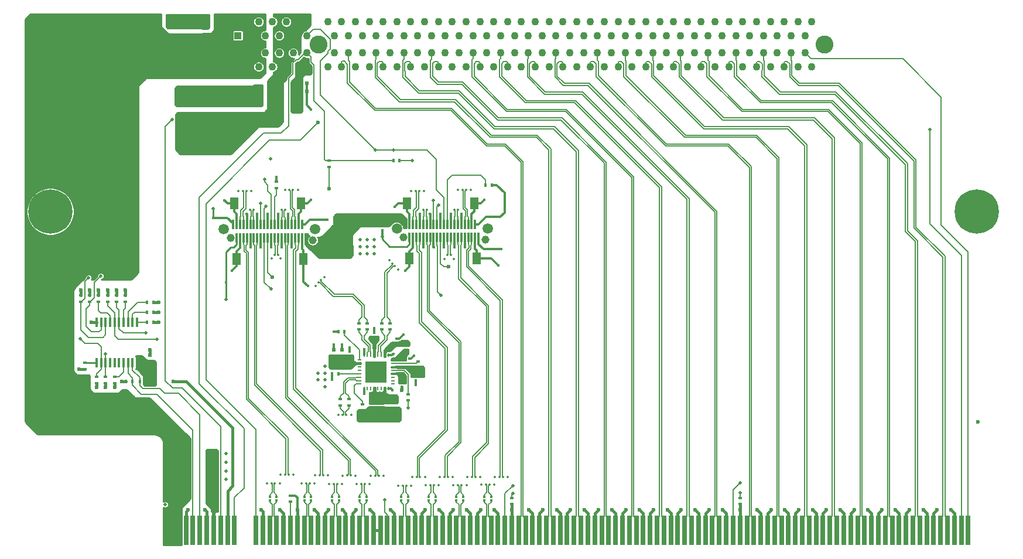
<source format=gbr>
%TF.GenerationSoftware,KiCad,Pcbnew,(5.1.5)-3*%
%TF.CreationDate,2022-01-08T01:18:32+01:00*%
%TF.ProjectId,Riser Leopard 2OU PCIe x16 2xOculink,52697365-7220-44c6-956f-706172642032,rev?*%
%TF.SameCoordinates,PX459e440PY54cbc38*%
%TF.FileFunction,Copper,L1,Top*%
%TF.FilePolarity,Positive*%
%FSLAX46Y46*%
G04 Gerber Fmt 4.6, Leading zero omitted, Abs format (unit mm)*
G04 Created by KiCad (PCBNEW (5.1.5)-3) date 2022-01-08 01:18:32*
%MOMM*%
%LPD*%
G04 APERTURE LIST*
%TA.AperFunction,ComponentPad*%
%ADD10C,0.800000*%
%TD*%
%TA.AperFunction,ComponentPad*%
%ADD11C,6.400000*%
%TD*%
%TA.AperFunction,SMDPad,CuDef*%
%ADD12R,0.800000X4.200000*%
%TD*%
%TA.AperFunction,SMDPad,CuDef*%
%ADD13R,1.600000X2.800000*%
%TD*%
%TA.AperFunction,SMDPad,CuDef*%
%ADD14R,0.600000X0.500000*%
%TD*%
%TA.AperFunction,SMDPad,CuDef*%
%ADD15R,0.750000X0.800000*%
%TD*%
%TA.AperFunction,SMDPad,CuDef*%
%ADD16R,0.500000X0.600000*%
%TD*%
%TA.AperFunction,SMDPad,CuDef*%
%ADD17R,0.350000X0.300000*%
%TD*%
%TA.AperFunction,SMDPad,CuDef*%
%ADD18R,0.300000X0.350000*%
%TD*%
%TA.AperFunction,WasherPad*%
%ADD19C,2.600000*%
%TD*%
%TA.AperFunction,ComponentPad*%
%ADD20R,1.100000X1.100000*%
%TD*%
%TA.AperFunction,ComponentPad*%
%ADD21C,1.100000*%
%TD*%
%TA.AperFunction,SMDPad,CuDef*%
%ADD22R,0.310000X1.400000*%
%TD*%
%TA.AperFunction,ComponentPad*%
%ADD23C,1.500000*%
%TD*%
%TA.AperFunction,WasherPad*%
%ADD24C,1.150000*%
%TD*%
%TA.AperFunction,SMDPad,CuDef*%
%ADD25R,1.200000X1.800000*%
%TD*%
%TA.AperFunction,SMDPad,CuDef*%
%ADD26R,0.600000X0.400000*%
%TD*%
%TA.AperFunction,SMDPad,CuDef*%
%ADD27R,0.400000X0.600000*%
%TD*%
%TA.AperFunction,BGAPad,CuDef*%
%ADD28C,0.500000*%
%TD*%
%TA.AperFunction,SMDPad,CuDef*%
%ADD29R,0.450000X1.450000*%
%TD*%
%TA.AperFunction,SMDPad,CuDef*%
%ADD30R,1.550000X1.550000*%
%TD*%
%TA.AperFunction,SMDPad,CuDef*%
%ADD31R,0.600000X0.250000*%
%TD*%
%TA.AperFunction,SMDPad,CuDef*%
%ADD32R,0.250000X0.600000*%
%TD*%
%TA.AperFunction,ViaPad*%
%ADD33C,0.400000*%
%TD*%
%TA.AperFunction,ViaPad*%
%ADD34C,0.500000*%
%TD*%
%TA.AperFunction,ViaPad*%
%ADD35C,0.600000*%
%TD*%
%TA.AperFunction,ViaPad*%
%ADD36C,0.350000*%
%TD*%
%TA.AperFunction,Conductor*%
%ADD37C,0.300000*%
%TD*%
%TA.AperFunction,Conductor*%
%ADD38C,0.250000*%
%TD*%
%TA.AperFunction,Conductor*%
%ADD39C,0.400000*%
%TD*%
%TA.AperFunction,Conductor*%
%ADD40C,0.200000*%
%TD*%
%TA.AperFunction,Conductor*%
%ADD41C,0.152400*%
%TD*%
%TA.AperFunction,Conductor*%
%ADD42C,0.127000*%
%TD*%
%TA.AperFunction,Conductor*%
%ADD43C,0.254000*%
%TD*%
G04 APERTURE END LIST*
D10*
%TO.P,H1,1*%
%TO.N,GND*%
X1697056Y1697056D03*
X0Y2400000D03*
X-1697056Y1697056D03*
X-2400000Y0D03*
X-1697056Y-1697056D03*
X0Y-2400000D03*
X1697056Y-1697056D03*
X2400000Y0D03*
D11*
X0Y0D03*
%TD*%
%TO.P,H2,1*%
%TO.N,GND*%
X133900000Y0D03*
D10*
X136300000Y0D03*
X135597056Y-1697056D03*
X133900000Y-2400000D03*
X132202944Y-1697056D03*
X131500000Y0D03*
X132202944Y1697056D03*
X133900000Y2400000D03*
X135597056Y1697056D03*
%TD*%
D12*
%TO.P,J1,B57*%
%TO.N,GND*%
X74700000Y-46085000D03*
%TO.P,J1,B60*%
X77700000Y-46085000D03*
%TO.P,J1,B68*%
X85700000Y-46085000D03*
%TO.P,J1,B80*%
X97700000Y-46085000D03*
%TO.P,J1,B69*%
X86700000Y-46085000D03*
%TO.P,J1,B72*%
X89700000Y-46085000D03*
%TO.P,J1,B56*%
X73700000Y-46085000D03*
%TO.P,J1,B63*%
%TO.N,/CPU0_TX3-*%
X80700000Y-46085000D03*
%TO.P,J1,B74*%
%TO.N,/CPU0_TX6+*%
X91700000Y-46085000D03*
%TO.P,J1,B76*%
%TO.N,GND*%
X93700000Y-46085000D03*
%TO.P,J1,B64*%
X81700000Y-46085000D03*
%TO.P,J1,B58*%
%TO.N,/CPU0_TX2+*%
X75700000Y-46085000D03*
%TO.P,J1,B70*%
%TO.N,/CPU0_TX5+*%
X87700000Y-46085000D03*
%TO.P,J1,B77*%
%TO.N,GND*%
X94700000Y-46085000D03*
%TO.P,J1,B78*%
%TO.N,/CPU0_TX7+*%
X95700000Y-46085000D03*
%TO.P,J1,B67*%
%TO.N,/CPU0_TX4-*%
X84700000Y-46085000D03*
%TO.P,J1,B73*%
%TO.N,GND*%
X90700000Y-46085000D03*
%TO.P,J1,B66*%
%TO.N,/CPU0_TX4+*%
X83700000Y-46085000D03*
%TO.P,J1,B62*%
%TO.N,/CPU0_TX3+*%
X79700000Y-46085000D03*
%TO.P,J1,B59*%
%TO.N,/CPU0_TX2-*%
X76700000Y-46085000D03*
%TO.P,J1,B65*%
%TO.N,GND*%
X82700000Y-46085000D03*
%TO.P,J1,B82*%
X99700000Y-46085000D03*
%TO.P,J1,B81*%
%TO.N,/PCIE_SLOT1_PRSNT_x8*%
X98700000Y-46085000D03*
%TO.P,J1,B71*%
%TO.N,/CPU0_TX5-*%
X88700000Y-46085000D03*
%TO.P,J1,B61*%
%TO.N,GND*%
X78700000Y-46085000D03*
%TO.P,J1,B75*%
%TO.N,/CPU0_TX6-*%
X92700000Y-46085000D03*
%TO.P,J1,B79*%
%TO.N,/CPU0_TX7-*%
X96700000Y-46085000D03*
%TO.P,J1,B55*%
%TO.N,/CPU0_TX1-*%
X72700000Y-46085000D03*
%TO.P,J1,B47*%
%TO.N,GND*%
X64700000Y-46085000D03*
%TO.P,J1,B41*%
%TO.N,/Oculink_1_x4_TX2+*%
X58700000Y-46085000D03*
%TO.P,J1,B43*%
%TO.N,GND*%
X60700000Y-46085000D03*
%TO.P,J1,B39*%
X56700000Y-46085000D03*
%TO.P,J1,B33*%
%TO.N,/Oculink_1_x4_TX0+*%
X50700000Y-46085000D03*
%TO.P,J1,B31*%
%TO.N,Net-(J1-PadB31)*%
X48700000Y-46085000D03*
%TO.P,J1,B23*%
%TO.N,/Oculink_0_x4_TX2+*%
X40700000Y-46085000D03*
%TO.P,J1,B38*%
%TO.N,/Oculink_1_x4_TX1-*%
X55700000Y-46085000D03*
%TO.P,J1,B29*%
%TO.N,GND*%
X46700000Y-46085000D03*
%TO.P,J1,B25*%
X42700000Y-46085000D03*
%TO.P,J1,B37*%
%TO.N,/Oculink_1_x4_TX1+*%
X54700000Y-46085000D03*
%TO.P,J1,B27*%
%TO.N,/Oculink_0_x4_TX3+*%
X44700000Y-46085000D03*
%TO.P,J1,B24*%
%TO.N,/Oculink_0_x4_TX2-*%
X41700000Y-46085000D03*
%TO.P,J1,B35*%
%TO.N,GND*%
X52700000Y-46085000D03*
%TO.P,J1,B54*%
%TO.N,/CPU0_TX1+*%
X71700000Y-46085000D03*
%TO.P,J1,B53*%
%TO.N,GND*%
X70700000Y-46085000D03*
%TO.P,J1,B52*%
X69700000Y-46085000D03*
%TO.P,J1,B51*%
%TO.N,/CPU0_TX0-*%
X68700000Y-46085000D03*
%TO.P,J1,B42*%
%TO.N,/Oculink_1_x4_TX2-*%
X59700000Y-46085000D03*
%TO.P,J1,B40*%
%TO.N,GND*%
X57700000Y-46085000D03*
%TO.P,J1,B34*%
%TO.N,/Oculink_1_x4_TX0-*%
X51700000Y-46085000D03*
%TO.P,J1,B32*%
%TO.N,GND*%
X49700000Y-46085000D03*
%TO.P,J1,B49*%
X66700000Y-46085000D03*
%TO.P,J1,B50*%
%TO.N,/CPU0_TX0+*%
X67700000Y-46085000D03*
%TO.P,J1,B28*%
%TO.N,/Oculink_0_x4_TX3-*%
X45700000Y-46085000D03*
%TO.P,J1,B44*%
%TO.N,GND*%
X61700000Y-46085000D03*
%TO.P,J1,B36*%
X53700000Y-46085000D03*
%TO.P,J1,B26*%
X43700000Y-46085000D03*
%TO.P,J1,B48*%
%TO.N,/PCIE_SLOT1_PRSNT_x1x4*%
X65700000Y-46085000D03*
%TO.P,J1,B30*%
%TO.N,GND*%
X47700000Y-46085000D03*
%TO.P,J1,B46*%
%TO.N,/Oculink_1_x4_TX3-*%
X63700000Y-46085000D03*
%TO.P,J1,B45*%
%TO.N,/Oculink_1_x4_TX3+*%
X62700000Y-46085000D03*
%TO.P,J1,B12*%
%TO.N,/LAN_SMB_ALERT_N*%
X29700000Y-46085000D03*
%TO.P,J1,B1*%
%TO.N,+12V*%
X16600000Y-46085000D03*
%TO.P,J1,B19*%
%TO.N,/Oculink_0_x4_TX1+*%
X36700000Y-46085000D03*
%TO.P,J1,B18*%
%TO.N,GND*%
X35700000Y-46085000D03*
%TO.P,J1,B17*%
%TO.N,/PCIE_SLOT0_PRSNT_x4*%
X34700000Y-46085000D03*
%TO.P,J1,B16*%
%TO.N,GND*%
X33700000Y-46085000D03*
%TO.P,J1,B14*%
%TO.N,/Oculink_0_x4_TX0+*%
X31700000Y-46085000D03*
%TO.P,J1,B13*%
%TO.N,GND*%
X30700000Y-46085000D03*
%TO.P,J1,B22*%
X39700000Y-46085000D03*
%TO.P,J1,B21*%
X38700000Y-46085000D03*
%TO.P,J1,B15*%
%TO.N,/Oculink_0_x4_TX0-*%
X32700000Y-46085000D03*
%TO.P,J1,B20*%
%TO.N,/Oculink_0_x4_TX1-*%
X37700000Y-46085000D03*
%TO.P,J1,B6*%
%TO.N,/SMB_DATA*%
X21600000Y-46085000D03*
%TO.P,J1,B9*%
%TO.N,/LAN_SMB_CLK*%
X24600000Y-46085000D03*
%TO.P,J1,B8*%
%TO.N,+3V3*%
X23600000Y-46085000D03*
%TO.P,J1,B4*%
%TO.N,GND*%
X19600000Y-46085000D03*
%TO.P,J1,B7*%
X22600000Y-46085000D03*
%TO.P,J1,B5*%
%TO.N,/SMB_CLK*%
X20600000Y-46085000D03*
%TO.P,J1,B10*%
%TO.N,+3.3Vaux*%
X25600000Y-46085000D03*
%TO.P,J1,B11*%
%TO.N,/IRQ_LVC_WAKE_N*%
X26600000Y-46085000D03*
%TO.P,J1,B2*%
%TO.N,+12V*%
X17600000Y-46085000D03*
%TO.P,J1,B3*%
X18600000Y-46085000D03*
%TO.P,J1,B83*%
%TO.N,/CPU0_TX8+*%
X100700000Y-46085000D03*
%TO.P,J1,B84*%
%TO.N,/CPU0_TX8-*%
X101700000Y-46085000D03*
%TO.P,J1,B85*%
%TO.N,GND*%
X102700000Y-46085000D03*
%TO.P,J1,B86*%
X103700000Y-46085000D03*
%TO.P,J1,B87*%
%TO.N,/CPU0_TX9+*%
X104700000Y-46085000D03*
%TO.P,J1,B88*%
%TO.N,/CPU0_TX9-*%
X105700000Y-46085000D03*
%TO.P,J1,B89*%
%TO.N,GND*%
X106700000Y-46085000D03*
%TO.P,J1,B90*%
X107700000Y-46085000D03*
%TO.P,J1,B91*%
%TO.N,/CPU0_TX10+*%
X108700000Y-46085000D03*
%TO.P,J1,B92*%
%TO.N,/CPU0_TX10-*%
X109700000Y-46085000D03*
%TO.P,J1,B93*%
%TO.N,GND*%
X110700000Y-46085000D03*
%TO.P,J1,B94*%
X111700000Y-46085000D03*
%TO.P,J1,B95*%
%TO.N,/CPU0_TX11+*%
X112700000Y-46085000D03*
%TO.P,J1,B96*%
%TO.N,/CPU0_TX11-*%
X113700000Y-46085000D03*
%TO.P,J1,B97*%
%TO.N,GND*%
X114700000Y-46085000D03*
%TO.P,J1,B98*%
X115700000Y-46085000D03*
%TO.P,J1,B99*%
%TO.N,/CPU0_TX12+*%
X116700000Y-46085000D03*
%TO.P,J1,B100*%
%TO.N,/CPU0_TX12-*%
X117700000Y-46085000D03*
%TO.P,J1,B101*%
%TO.N,GND*%
X118700000Y-46085000D03*
%TO.P,J1,B102*%
X119700000Y-46085000D03*
%TO.P,J1,B103*%
%TO.N,/CPU0_TX13+*%
X120700000Y-46085000D03*
%TO.P,J1,B104*%
%TO.N,/CPU0_TX13-*%
X121700000Y-46085000D03*
%TO.P,J1,B105*%
%TO.N,GND*%
X122700000Y-46085000D03*
%TO.P,J1,B106*%
X123700000Y-46085000D03*
%TO.P,J1,B107*%
%TO.N,/CPU0_TX14+*%
X124700000Y-46085000D03*
%TO.P,J1,B108*%
%TO.N,/CPU0_TX14-*%
X125700000Y-46085000D03*
%TO.P,J1,B109*%
%TO.N,GND*%
X126700000Y-46085000D03*
%TO.P,J1,B110*%
X127700000Y-46085000D03*
%TO.P,J1,B111*%
%TO.N,/CPU0_TX15+*%
X128700000Y-46085000D03*
%TO.P,J1,B112*%
%TO.N,/CPU0_TX15-*%
X129700000Y-46085000D03*
%TO.P,J1,B113*%
%TO.N,GND*%
X130700000Y-46085000D03*
%TO.P,J1,B114*%
%TO.N,Net-(J1-PadB114)*%
X131700000Y-46085000D03*
%TO.P,J1,B115*%
%TO.N,/PCIE_SLOT1_PRSNT_x16*%
X132700000Y-46085000D03*
%TD*%
D13*
%TO.P,C1,1*%
%TO.N,+3V3*%
X25875000Y12990000D03*
%TO.P,C1,2*%
%TO.N,GND*%
X25875000Y16790000D03*
%TD*%
D14*
%TO.P,C2,2*%
%TO.N,GND*%
X30450000Y15690000D03*
%TO.P,C2,1*%
%TO.N,+3V3*%
X31550000Y15690000D03*
%TD*%
%TO.P,C3,1*%
%TO.N,+3V3*%
X31540000Y16890000D03*
%TO.P,C3,2*%
%TO.N,GND*%
X30440000Y16890000D03*
%TD*%
%TO.P,C4,2*%
%TO.N,GND*%
X30450000Y18090000D03*
%TO.P,C4,1*%
%TO.N,+3V3*%
X31550000Y18090000D03*
%TD*%
%TO.P,C5,1*%
%TO.N,+3.3Vaux*%
X35950000Y18565000D03*
%TO.P,C5,2*%
%TO.N,GND*%
X37050000Y18565000D03*
%TD*%
%TO.P,C6,2*%
%TO.N,GND*%
X37050000Y17365000D03*
%TO.P,C6,1*%
%TO.N,+3.3Vaux*%
X35950000Y17365000D03*
%TD*%
D13*
%TO.P,C7,2*%
%TO.N,GND*%
X20075000Y16790000D03*
%TO.P,C7,1*%
%TO.N,+12V*%
X20075000Y20590000D03*
%TD*%
D15*
%TO.P,C8,1*%
%TO.N,+12V*%
X20925000Y25315000D03*
%TO.P,C8,2*%
%TO.N,GND*%
X20925000Y26815000D03*
%TD*%
%TO.P,C9,2*%
%TO.N,GND*%
X19325000Y26815000D03*
%TO.P,C9,1*%
%TO.N,+12V*%
X19325000Y25315000D03*
%TD*%
%TO.P,C10,1*%
%TO.N,+12V*%
X17725000Y25315000D03*
%TO.P,C10,2*%
%TO.N,GND*%
X17725000Y26815000D03*
%TD*%
D16*
%TO.P,C11,2*%
%TO.N,GND*%
X22350000Y26615000D03*
%TO.P,C11,1*%
%TO.N,+12V*%
X22350000Y25515000D03*
%TD*%
%TO.P,C12,1*%
%TO.N,+3.3Vaux*%
X14350000Y-21885000D03*
%TO.P,C12,2*%
%TO.N,GND*%
X14350000Y-20785000D03*
%TD*%
D17*
%TO.P,C13,2*%
%TO.N,/Oculink_0_C_x4_TX0+*%
X31700000Y-41205000D03*
%TO.P,C13,1*%
%TO.N,/Oculink_0_x4_TX0+*%
X31700000Y-41765000D03*
%TD*%
%TO.P,C14,2*%
%TO.N,/Oculink_0_C_x4_TX1+*%
X36700000Y-41205000D03*
%TO.P,C14,1*%
%TO.N,/Oculink_0_x4_TX1+*%
X36700000Y-41765000D03*
%TD*%
%TO.P,C15,2*%
%TO.N,/Oculink_0_C_x4_TX2+*%
X40700000Y-41205000D03*
%TO.P,C15,1*%
%TO.N,/Oculink_0_x4_TX2+*%
X40700000Y-41765000D03*
%TD*%
%TO.P,C16,2*%
%TO.N,/Oculink_0_C_x4_TX3+*%
X44700000Y-41205000D03*
%TO.P,C16,1*%
%TO.N,/Oculink_0_x4_TX3+*%
X44700000Y-41765000D03*
%TD*%
%TO.P,C17,1*%
%TO.N,/Oculink_0_x4_TX0-*%
X32700000Y-41765000D03*
%TO.P,C17,2*%
%TO.N,/Oculink_0_C_x4_TX0-*%
X32700000Y-41205000D03*
%TD*%
%TO.P,C18,1*%
%TO.N,/Oculink_0_x4_TX1-*%
X37700000Y-41765000D03*
%TO.P,C18,2*%
%TO.N,/Oculink_0_C_x4_TX1-*%
X37700000Y-41205000D03*
%TD*%
%TO.P,C19,1*%
%TO.N,/Oculink_0_x4_TX2-*%
X41700000Y-41765000D03*
%TO.P,C19,2*%
%TO.N,/Oculink_0_C_x4_TX2-*%
X41700000Y-41205000D03*
%TD*%
%TO.P,C20,1*%
%TO.N,/Oculink_0_x4_TX3-*%
X45700000Y-41765000D03*
%TO.P,C20,2*%
%TO.N,/Oculink_0_C_x4_TX3-*%
X45700000Y-41205000D03*
%TD*%
%TO.P,C21,2*%
%TO.N,GND*%
X43275000Y-20255000D03*
%TO.P,C21,1*%
%TO.N,+3V3*%
X43275000Y-20815000D03*
%TD*%
D18*
%TO.P,C22,2*%
%TO.N,GND*%
X51855000Y-21235000D03*
%TO.P,C22,1*%
%TO.N,+3V3*%
X51295000Y-21235000D03*
%TD*%
D17*
%TO.P,C23,1*%
%TO.N,+3V3*%
X50825000Y-24755000D03*
%TO.P,C23,2*%
%TO.N,GND*%
X50825000Y-25315000D03*
%TD*%
D16*
%TO.P,C24,1*%
%TO.N,+3V3*%
X42125000Y-21085000D03*
%TO.P,C24,2*%
%TO.N,GND*%
X42125000Y-19985000D03*
%TD*%
%TO.P,C25,2*%
%TO.N,GND*%
X40925000Y-19985000D03*
%TO.P,C25,1*%
%TO.N,+3V3*%
X40925000Y-21085000D03*
%TD*%
%TO.P,C26,1*%
%TO.N,+3.3VP*%
X49825000Y-27435000D03*
%TO.P,C26,2*%
%TO.N,GND*%
X49825000Y-28535000D03*
%TD*%
%TO.P,C27,2*%
%TO.N,GND*%
X48625000Y-28535000D03*
%TO.P,C27,1*%
%TO.N,+3.3VP*%
X48625000Y-27435000D03*
%TD*%
D17*
%TO.P,C28,1*%
%TO.N,GND*%
X50025000Y-18405000D03*
%TO.P,C28,2*%
%TO.N,+3.3VP*%
X50025000Y-18965000D03*
%TD*%
%TO.P,C29,1*%
%TO.N,GND*%
X46425000Y-28265000D03*
%TO.P,C29,2*%
%TO.N,+3.3VP*%
X46425000Y-27705000D03*
%TD*%
%TO.P,C30,1*%
%TO.N,/Oculink_1_x4_TX0+*%
X50700000Y-41765000D03*
%TO.P,C30,2*%
%TO.N,/Oculink_1_C_x4_TX0+*%
X50700000Y-41205000D03*
%TD*%
%TO.P,C31,1*%
%TO.N,/Oculink_1_x4_TX1+*%
X54700000Y-41765000D03*
%TO.P,C31,2*%
%TO.N,/Oculink_1_C_x4_TX1+*%
X54700000Y-41205000D03*
%TD*%
%TO.P,C32,1*%
%TO.N,/Oculink_1_x4_TX2+*%
X58700000Y-41765000D03*
%TO.P,C32,2*%
%TO.N,/Oculink_1_C_x4_TX2+*%
X58700000Y-41205000D03*
%TD*%
%TO.P,C33,1*%
%TO.N,/Oculink_1_x4_TX3+*%
X62700000Y-41765000D03*
%TO.P,C33,2*%
%TO.N,/Oculink_1_C_x4_TX3+*%
X62700000Y-41205000D03*
%TD*%
%TO.P,C34,2*%
%TO.N,/Oculink_1_C_x4_TX0-*%
X51700000Y-41205000D03*
%TO.P,C34,1*%
%TO.N,/Oculink_1_x4_TX0-*%
X51700000Y-41765000D03*
%TD*%
%TO.P,C35,2*%
%TO.N,/Oculink_1_C_x4_TX1-*%
X55700000Y-41205000D03*
%TO.P,C35,1*%
%TO.N,/Oculink_1_x4_TX1-*%
X55700000Y-41765000D03*
%TD*%
%TO.P,C36,2*%
%TO.N,/Oculink_1_C_x4_TX2-*%
X59700000Y-41205000D03*
%TO.P,C36,1*%
%TO.N,/Oculink_1_x4_TX2-*%
X59700000Y-41765000D03*
%TD*%
%TO.P,C37,2*%
%TO.N,/Oculink_1_C_x4_TX3-*%
X63700000Y-41205000D03*
%TO.P,C37,1*%
%TO.N,/Oculink_1_x4_TX3-*%
X63700000Y-41765000D03*
%TD*%
%TO.P,C38,1*%
%TO.N,GND*%
X52800000Y-24390000D03*
%TO.P,C38,2*%
%TO.N,+3.3VP*%
X52800000Y-23830000D03*
%TD*%
%TO.P,C39,2*%
%TO.N,+3.3VP*%
X46825000Y-18115000D03*
%TO.P,C39,1*%
%TO.N,GND*%
X46825000Y-17555000D03*
%TD*%
%TO.P,C40,2*%
%TO.N,+3.3VP*%
X47475000Y-27705000D03*
%TO.P,C40,1*%
%TO.N,GND*%
X47475000Y-28265000D03*
%TD*%
D19*
%TO.P,J2,*%
%TO.N,*%
X38740000Y24165000D03*
X111890000Y24165000D03*
D20*
%TO.P,J2,A1*%
%TO.N,/PCIE_SLOT_PRSNT#1*%
X27090000Y25415000D03*
D21*
%TO.P,J2,A2*%
%TO.N,+12V*%
X28090000Y27415000D03*
%TO.P,J2,A3*%
X29090000Y25415000D03*
%TO.P,J2,A4*%
%TO.N,GND*%
X30090000Y27415000D03*
%TO.P,J2,A5*%
%TO.N,Net-(J2-PadA5)*%
X31090000Y25415000D03*
%TO.P,J2,A6*%
%TO.N,Net-(J2-PadA6)*%
X32090000Y27415000D03*
%TO.P,J2,A7*%
%TO.N,Net-(J2-PadA7)*%
X33090000Y25415000D03*
%TO.P,J2,A8*%
%TO.N,Net-(J2-PadA8)*%
X34090000Y27415000D03*
%TO.P,J2,A9*%
%TO.N,+3V3*%
X35090000Y25415000D03*
%TO.P,J2,A10*%
X36090000Y27415000D03*
%TO.P,J2,A11*%
%TO.N,/RST_PERST0_N*%
X37090000Y25415000D03*
%TO.P,J2,A12*%
%TO.N,GND*%
X40090000Y27415000D03*
%TO.P,J2,A13*%
%TO.N,/CLK100_SLOT0+*%
X41090000Y25415000D03*
%TO.P,J2,A14*%
%TO.N,/CLK100_SLOT0-*%
X42090000Y27415000D03*
%TO.P,J2,A15*%
%TO.N,GND*%
X43090000Y25415000D03*
%TO.P,J2,A16*%
%TO.N,/CPU0_RX0+*%
X44090000Y27415000D03*
%TO.P,J2,A17*%
%TO.N,/CPU0_RX0-*%
X45090000Y25415000D03*
%TO.P,J2,A18*%
%TO.N,GND*%
X46090000Y27415000D03*
%TO.P,J2,A19*%
%TO.N,Net-(J2-PadA19)*%
X47090000Y25415000D03*
%TO.P,J2,A20*%
%TO.N,GND*%
X48090000Y27415000D03*
%TO.P,J2,A21*%
%TO.N,/CPU0_RX1+*%
X49090000Y25415000D03*
%TO.P,J2,A22*%
%TO.N,/CPU0_RX1-*%
X50090000Y27415000D03*
%TO.P,J2,A23*%
%TO.N,GND*%
X51090000Y25415000D03*
%TO.P,J2,A24*%
X52090000Y27415000D03*
%TO.P,J2,A25*%
%TO.N,/CPU0_RX2+*%
X53090000Y25415000D03*
%TO.P,J2,A26*%
%TO.N,/CPU0_RX2-*%
X54090000Y27415000D03*
%TO.P,J2,A27*%
%TO.N,GND*%
X55090000Y25415000D03*
%TO.P,J2,A28*%
X56090000Y27415000D03*
%TO.P,J2,A29*%
%TO.N,/CPU0_RX3+*%
X57090000Y25415000D03*
%TO.P,J2,A30*%
%TO.N,/CPU0_RX3-*%
X58090000Y27415000D03*
%TO.P,J2,A31*%
%TO.N,GND*%
X59090000Y25415000D03*
%TO.P,J2,A32*%
%TO.N,/LAN_SMB_CLK*%
X60090000Y27415000D03*
%TO.P,J2,A33*%
%TO.N,/LAN_SMB_DAT*%
X61090000Y25415000D03*
%TO.P,J2,A34*%
%TO.N,GND*%
X62090000Y27415000D03*
%TO.P,J2,A35*%
%TO.N,/CPU0_RX4+*%
X63090000Y25415000D03*
%TO.P,J2,A36*%
%TO.N,/CPU0_RX4-*%
X64090000Y27415000D03*
%TO.P,J2,A37*%
%TO.N,GND*%
X65090000Y25415000D03*
%TO.P,J2,A38*%
X66090000Y27415000D03*
%TO.P,J2,A39*%
%TO.N,/CPU0_RX5+*%
X67090000Y25415000D03*
%TO.P,J2,A40*%
%TO.N,/CPU0_RX5-*%
X68090000Y27415000D03*
%TO.P,J2,A41*%
%TO.N,GND*%
X69090000Y25415000D03*
%TO.P,J2,A42*%
X70090000Y27415000D03*
%TO.P,J2,A43*%
%TO.N,/CPU0_RX6+*%
X71090000Y25415000D03*
%TO.P,J2,A44*%
%TO.N,/CPU0_RX6-*%
X72090000Y27415000D03*
%TO.P,J2,A45*%
%TO.N,GND*%
X73090000Y25415000D03*
%TO.P,J2,A46*%
X74090000Y27415000D03*
%TO.P,J2,A47*%
%TO.N,/CPU0_RX7+*%
X75090000Y25415000D03*
%TO.P,J2,A48*%
%TO.N,/CPU0_RX7-*%
X76090000Y27415000D03*
%TO.P,J2,A49*%
%TO.N,GND*%
X77090000Y25415000D03*
%TO.P,J2,A50*%
X78090000Y27415000D03*
%TO.P,J2,A51*%
X79090000Y25415000D03*
%TO.P,J2,A52*%
%TO.N,/CPU0_RX8+*%
X80090000Y27415000D03*
%TO.P,J2,A53*%
%TO.N,/CPU0_RX8-*%
X81090000Y25415000D03*
%TO.P,J2,A54*%
%TO.N,GND*%
X82090000Y27415000D03*
%TO.P,J2,A55*%
X83090000Y25415000D03*
%TO.P,J2,A56*%
%TO.N,/CPU0_RX9+*%
X84090000Y27415000D03*
%TO.P,J2,A57*%
%TO.N,/CPU0_RX9-*%
X85090000Y25415000D03*
%TO.P,J2,A58*%
%TO.N,GND*%
X86090000Y27415000D03*
%TO.P,J2,A59*%
X87090000Y25415000D03*
%TO.P,J2,A60*%
%TO.N,/CPU0_RX10+*%
X88090000Y27415000D03*
%TO.P,J2,A61*%
%TO.N,/CPU0_RX10-*%
X89090000Y25415000D03*
%TO.P,J2,A62*%
%TO.N,GND*%
X90090000Y27415000D03*
%TO.P,J2,A63*%
X91090000Y25415000D03*
%TO.P,J2,A64*%
%TO.N,/CPU0_RX11+*%
X92090000Y27415000D03*
%TO.P,J2,A65*%
%TO.N,/CPU0_RX11-*%
X93090000Y25415000D03*
%TO.P,J2,A66*%
%TO.N,GND*%
X94090000Y27415000D03*
%TO.P,J2,A67*%
X95090000Y25415000D03*
%TO.P,J2,A68*%
%TO.N,/CPU0_RX12+*%
X96090000Y27415000D03*
%TO.P,J2,A69*%
%TO.N,/CPU0_RX12-*%
X97090000Y25415000D03*
%TO.P,J2,A70*%
%TO.N,GND*%
X98090000Y27415000D03*
%TO.P,J2,A71*%
X99090000Y25415000D03*
%TO.P,J2,A72*%
%TO.N,/CPU0_RX13+*%
X100090000Y27415000D03*
%TO.P,J2,A73*%
%TO.N,/CPU0_RX13-*%
X101090000Y25415000D03*
%TO.P,J2,A74*%
%TO.N,GND*%
X102090000Y27415000D03*
%TO.P,J2,A75*%
X103090000Y25415000D03*
%TO.P,J2,A76*%
%TO.N,/CPU0_RX14+*%
X104090000Y27415000D03*
%TO.P,J2,A77*%
%TO.N,/CPU0_RX14-*%
X105090000Y25415000D03*
%TO.P,J2,A78*%
%TO.N,GND*%
X106090000Y27415000D03*
%TO.P,J2,A79*%
X107090000Y25415000D03*
%TO.P,J2,A80*%
%TO.N,/CPU0_RX15+*%
X108090000Y27415000D03*
%TO.P,J2,A81*%
%TO.N,/CPU0_RX15-*%
X109090000Y25415000D03*
%TO.P,J2,B1*%
%TO.N,+12V*%
X27090000Y22915000D03*
%TO.P,J2,B2*%
X28090000Y20915000D03*
%TO.P,J2,B3*%
X29090000Y22915000D03*
%TO.P,J2,B4*%
%TO.N,GND*%
X30090000Y20915000D03*
%TO.P,J2,B5*%
%TO.N,/PCIe_SMB_CLK*%
X31090000Y22915000D03*
%TO.P,J2,B6*%
%TO.N,/PCIe_SMB_DATA*%
X32090000Y20915000D03*
%TO.P,J2,B7*%
%TO.N,GND*%
X33090000Y22915000D03*
%TO.P,J2,B8*%
%TO.N,+3V3*%
X34090000Y20915000D03*
%TO.P,J2,B9*%
%TO.N,Net-(J2-PadB9)*%
X35090000Y22915000D03*
%TO.P,J2,B10*%
%TO.N,+3.3Vaux*%
X36090000Y20915000D03*
%TO.P,J2,B11*%
%TO.N,/IRQ_LVC_WAKE_N*%
X37090000Y22915000D03*
%TO.P,J2,B12*%
%TO.N,/LAN_SMB_ALERT_N*%
X40090000Y20915000D03*
%TO.P,J2,B13*%
%TO.N,GND*%
X41090000Y22915000D03*
%TO.P,J2,B14*%
%TO.N,/CPU0_TX0+*%
X42090000Y20915000D03*
%TO.P,J2,B15*%
%TO.N,/CPU0_TX0-*%
X43090000Y22915000D03*
%TO.P,J2,B16*%
%TO.N,GND*%
X44090000Y20915000D03*
%TO.P,J2,B17*%
%TO.N,Net-(J2-PadB17)*%
X45090000Y22915000D03*
%TO.P,J2,B18*%
%TO.N,GND*%
X46090000Y20915000D03*
%TO.P,J2,B19*%
%TO.N,/CPU0_TX1+*%
X47090000Y22915000D03*
%TO.P,J2,B20*%
%TO.N,/CPU0_TX1-*%
X48090000Y20915000D03*
%TO.P,J2,B21*%
%TO.N,GND*%
X49090000Y22915000D03*
%TO.P,J2,B22*%
X50090000Y20915000D03*
%TO.P,J2,B23*%
%TO.N,/CPU0_TX2+*%
X51090000Y22915000D03*
%TO.P,J2,B24*%
%TO.N,/CPU0_TX2-*%
X52090000Y20915000D03*
%TO.P,J2,B25*%
%TO.N,GND*%
X53090000Y22915000D03*
%TO.P,J2,B26*%
X54090000Y20915000D03*
%TO.P,J2,B27*%
%TO.N,/CPU0_TX3+*%
X55090000Y22915000D03*
%TO.P,J2,B28*%
%TO.N,/CPU0_TX3-*%
X56090000Y20915000D03*
%TO.P,J2,B29*%
%TO.N,GND*%
X57090000Y22915000D03*
%TO.P,J2,B30*%
%TO.N,Net-(J2-PadB30)*%
X58090000Y20915000D03*
%TO.P,J2,B31*%
%TO.N,/PCIE_SLOT1_PRSNT_x1x4*%
X59090000Y22915000D03*
%TO.P,J2,B33*%
%TO.N,/CPU0_TX4+*%
X61090000Y22915000D03*
%TO.P,J2,B34*%
%TO.N,/CPU0_TX4-*%
X62090000Y20915000D03*
%TO.P,J2,B35*%
%TO.N,GND*%
X63090000Y22915000D03*
%TO.P,J2,B36*%
X64090000Y20915000D03*
%TO.P,J2,B37*%
%TO.N,/CPU0_TX5+*%
X65090000Y22915000D03*
%TO.P,J2,B38*%
%TO.N,/CPU0_TX5-*%
X66090000Y20915000D03*
%TO.P,J2,B39*%
%TO.N,GND*%
X67090000Y22915000D03*
%TO.P,J2,B40*%
X68090000Y20915000D03*
%TO.P,J2,B41*%
%TO.N,/CPU0_TX6+*%
X69090000Y22915000D03*
%TO.P,J2,B42*%
%TO.N,/CPU0_TX6-*%
X70090000Y20915000D03*
%TO.P,J2,B43*%
%TO.N,GND*%
X71090000Y22915000D03*
%TO.P,J2,B44*%
X72090000Y20915000D03*
%TO.P,J2,B45*%
%TO.N,/CPU0_TX7+*%
X73090000Y22915000D03*
%TO.P,J2,B46*%
%TO.N,/CPU0_TX7-*%
X74090000Y20915000D03*
%TO.P,J2,B47*%
%TO.N,GND*%
X75090000Y22915000D03*
%TO.P,J2,B48*%
%TO.N,/PCIE_SLOT1_PRSNT_x8*%
X76090000Y20915000D03*
%TO.P,J2,B49*%
%TO.N,GND*%
X77090000Y22915000D03*
%TO.P,J2,B50*%
%TO.N,/CPU0_TX8+*%
X78090000Y20915000D03*
%TO.P,J2,B51*%
%TO.N,/CPU0_TX8-*%
X79090000Y22915000D03*
%TO.P,J2,B52*%
%TO.N,GND*%
X80090000Y20915000D03*
%TO.P,J2,B53*%
X81090000Y22915000D03*
%TO.P,J2,B54*%
%TO.N,/CPU0_TX9+*%
X82090000Y20915000D03*
%TO.P,J2,B55*%
%TO.N,/CPU0_TX9-*%
X83090000Y22915000D03*
%TO.P,J2,B56*%
%TO.N,GND*%
X84090000Y20915000D03*
%TO.P,J2,B57*%
X85090000Y22915000D03*
%TO.P,J2,B58*%
%TO.N,/CPU0_TX10+*%
X86090000Y20915000D03*
%TO.P,J2,B59*%
%TO.N,/CPU0_TX10-*%
X87090000Y22915000D03*
%TO.P,J2,B60*%
%TO.N,GND*%
X88090000Y20915000D03*
%TO.P,J2,B61*%
X89090000Y22915000D03*
%TO.P,J2,B62*%
%TO.N,/CPU0_TX11+*%
X90090000Y20915000D03*
%TO.P,J2,B63*%
%TO.N,/CPU0_TX11-*%
X91090000Y22915000D03*
%TO.P,J2,B64*%
%TO.N,GND*%
X92090000Y20915000D03*
%TO.P,J2,B65*%
X93090000Y22915000D03*
%TO.P,J2,B66*%
%TO.N,/CPU0_TX12+*%
X94090000Y20915000D03*
%TO.P,J2,B67*%
%TO.N,/CPU0_TX12-*%
X95090000Y22915000D03*
%TO.P,J2,B68*%
%TO.N,GND*%
X96090000Y20915000D03*
%TO.P,J2,B69*%
X97090000Y22915000D03*
%TO.P,J2,B70*%
%TO.N,/CPU0_TX13+*%
X98090000Y20915000D03*
%TO.P,J2,B71*%
%TO.N,/CPU0_TX13-*%
X99090000Y22915000D03*
%TO.P,J2,B72*%
%TO.N,GND*%
X100090000Y20915000D03*
%TO.P,J2,B73*%
X101090000Y22915000D03*
%TO.P,J2,B74*%
%TO.N,/CPU0_TX14+*%
X102090000Y20915000D03*
%TO.P,J2,B75*%
%TO.N,/CPU0_TX14-*%
X103090000Y22915000D03*
%TO.P,J2,B76*%
%TO.N,GND*%
X104090000Y20915000D03*
%TO.P,J2,B77*%
X105090000Y22915000D03*
%TO.P,J2,B78*%
%TO.N,/CPU0_TX15+*%
X106090000Y20915000D03*
%TO.P,J2,B79*%
%TO.N,/CPU0_TX15-*%
X107090000Y22915000D03*
%TO.P,J2,B80*%
%TO.N,GND*%
X108090000Y20915000D03*
%TO.P,J2,B81*%
%TO.N,/PCIE_SLOT1_PRSNT_x16*%
X109090000Y22915000D03*
%TO.P,J2,B32*%
%TO.N,GND*%
X60090000Y20915000D03*
%TO.P,J2,A82*%
X110090000Y27415000D03*
%TO.P,J2,B82*%
%TO.N,Net-(J2-PadB82)*%
X110090000Y20915000D03*
%TD*%
D22*
%TO.P,J3,A1*%
%TO.N,+3V3*%
X51900000Y-3730000D03*
%TO.P,J3,A2*%
%TO.N,GND*%
X52400000Y-3730000D03*
%TO.P,J3,A3*%
%TO.N,/Oculink_1_x4_RX0+*%
X52900000Y-3730000D03*
%TO.P,J3,A4*%
%TO.N,/Oculink_1_x4_RX0-*%
X53400000Y-3730000D03*
%TO.P,J3,A5*%
%TO.N,GND*%
X53900000Y-3730000D03*
%TO.P,J3,A6*%
%TO.N,/Oculink_1_x4_RX1+*%
X54400000Y-3730000D03*
%TO.P,J3,A7*%
%TO.N,/Oculink_1_x4_RX1-*%
X54900000Y-3730000D03*
%TO.P,J3,A8*%
%TO.N,GND*%
X55400000Y-3730000D03*
%TO.P,J3,A9*%
%TO.N,Net-(J3-PadA9)*%
X55900000Y-3730000D03*
%TO.P,J3,A10*%
%TO.N,Net-(J3-PadA10)*%
X56400000Y-3730000D03*
%TO.P,J3,A11*%
%TO.N,GND*%
X56900000Y-3730000D03*
%TO.P,J3,A12*%
%TO.N,/Oculink_1_CLK100+*%
X57400000Y-3730000D03*
%TO.P,J3,A13*%
%TO.N,/Oculink_1_CLK100-*%
X57900000Y-3730000D03*
%TO.P,J3,A14*%
%TO.N,GND*%
X58400000Y-3730000D03*
%TO.P,J3,A15*%
%TO.N,/Oculink_1_x4_RX2+*%
X58900000Y-3730000D03*
%TO.P,J3,A16*%
%TO.N,/Oculink_1_x4_RX2-*%
X59400000Y-3730000D03*
%TO.P,J3,A17*%
%TO.N,GND*%
X59900000Y-3730000D03*
%TO.P,J3,A18*%
%TO.N,/Oculink_1_x4_RX3+*%
X60400000Y-3730000D03*
%TO.P,J3,A19*%
%TO.N,/Oculink_1_x4_RX3-*%
X60900000Y-3730000D03*
%TO.P,J3,A20*%
%TO.N,GND*%
X61400000Y-3730000D03*
%TO.P,J3,A21*%
%TO.N,+12V*%
X61900000Y-3730000D03*
%TO.P,J3,B1*%
X51400000Y-1830000D03*
%TO.P,J3,B2*%
%TO.N,GND*%
X51900000Y-1830000D03*
%TO.P,J3,B3*%
%TO.N,/Oculink_1_C_x4_TX0+*%
X52400000Y-1830000D03*
%TO.P,J3,B4*%
%TO.N,/Oculink_1_C_x4_TX0-*%
X52900000Y-1830000D03*
%TO.P,J3,B5*%
%TO.N,GND*%
X53400000Y-1830000D03*
%TO.P,J3,B6*%
%TO.N,/Oculink_1_C_x4_TX1+*%
X53900000Y-1830000D03*
%TO.P,J3,B7*%
%TO.N,/Oculink_1_C_x4_TX1-*%
X54400000Y-1830000D03*
%TO.P,J3,B8*%
%TO.N,GND*%
X54900000Y-1830000D03*
%TO.P,J3,B9*%
%TO.N,/Oculink_1_SMB_CLK*%
X55400000Y-1830000D03*
%TO.P,J3,B10*%
%TO.N,/Oculink_1_SMB_DATA*%
X55900000Y-1830000D03*
%TO.P,J3,B11*%
%TO.N,GND*%
X56400000Y-1830000D03*
%TO.P,J3,B12*%
%TO.N,/RST_PERST0_N*%
X56900000Y-1830000D03*
%TO.P,J3,B13*%
%TO.N,Net-(J3-PadB13)*%
X57400000Y-1830000D03*
%TO.P,J3,B14*%
%TO.N,GND*%
X57900000Y-1830000D03*
%TO.P,J3,B15*%
%TO.N,/Oculink_1_C_x4_TX2+*%
X58400000Y-1830000D03*
%TO.P,J3,B16*%
%TO.N,/Oculink_1_C_x4_TX2-*%
X58900000Y-1830000D03*
%TO.P,J3,B17*%
%TO.N,GND*%
X59400000Y-1830000D03*
%TO.P,J3,B18*%
%TO.N,/Oculink_1_C_x4_TX3+*%
X59900000Y-1830000D03*
%TO.P,J3,B19*%
%TO.N,/Oculink_1_C_x4_TX3-*%
X60400000Y-1830000D03*
%TO.P,J3,B20*%
%TO.N,GND*%
X60900000Y-1830000D03*
%TO.P,J3,B21*%
%TO.N,+3V3*%
X61400000Y-1830000D03*
D23*
%TO.P,J3,C1*%
%TO.N,GND*%
X50070000Y-2470000D03*
X63230000Y-2470000D03*
D24*
%TO.P,J3,*%
%TO.N,*%
X51030000Y-3730000D03*
X62930000Y-4090000D03*
D25*
%TO.P,J3,C1*%
%TO.N,GND*%
X51900000Y-6780000D03*
X51550000Y1220000D03*
X61250000Y1220000D03*
X61600000Y-6780000D03*
%TD*%
%TO.P,J4,C1*%
%TO.N,GND*%
X36600000Y-6840000D03*
X36250000Y1160000D03*
X26550000Y1160000D03*
X26900000Y-6840000D03*
D24*
%TO.P,J4,*%
%TO.N,*%
X37930000Y-4150000D03*
X26030000Y-3790000D03*
D23*
%TO.P,J4,C1*%
%TO.N,GND*%
X38230000Y-2530000D03*
X25070000Y-2530000D03*
D22*
%TO.P,J4,B21*%
%TO.N,+3V3*%
X36400000Y-1890000D03*
%TO.P,J4,B20*%
%TO.N,GND*%
X35900000Y-1890000D03*
%TO.P,J4,B19*%
%TO.N,/Oculink_0_C_x4_TX3-*%
X35400000Y-1890000D03*
%TO.P,J4,B18*%
%TO.N,/Oculink_0_C_x4_TX3+*%
X34900000Y-1890000D03*
%TO.P,J4,B17*%
%TO.N,GND*%
X34400000Y-1890000D03*
%TO.P,J4,B16*%
%TO.N,/Oculink_0_C_x4_TX2-*%
X33900000Y-1890000D03*
%TO.P,J4,B15*%
%TO.N,/Oculink_0_C_x4_TX2+*%
X33400000Y-1890000D03*
%TO.P,J4,B14*%
%TO.N,GND*%
X32900000Y-1890000D03*
%TO.P,J4,B13*%
%TO.N,Net-(J4-PadB13)*%
X32400000Y-1890000D03*
%TO.P,J4,B12*%
%TO.N,/RST_PERST0_N*%
X31900000Y-1890000D03*
%TO.P,J4,B11*%
%TO.N,GND*%
X31400000Y-1890000D03*
%TO.P,J4,B10*%
%TO.N,/Oculink_0_SMB_DATA*%
X30900000Y-1890000D03*
%TO.P,J4,B9*%
%TO.N,/Oculink_0_SMB_CLK*%
X30400000Y-1890000D03*
%TO.P,J4,B8*%
%TO.N,GND*%
X29900000Y-1890000D03*
%TO.P,J4,B7*%
%TO.N,/Oculink_0_C_x4_TX1-*%
X29400000Y-1890000D03*
%TO.P,J4,B6*%
%TO.N,/Oculink_0_C_x4_TX1+*%
X28900000Y-1890000D03*
%TO.P,J4,B5*%
%TO.N,GND*%
X28400000Y-1890000D03*
%TO.P,J4,B4*%
%TO.N,/Oculink_0_C_x4_TX0-*%
X27900000Y-1890000D03*
%TO.P,J4,B3*%
%TO.N,/Oculink_0_C_x4_TX0+*%
X27400000Y-1890000D03*
%TO.P,J4,B2*%
%TO.N,GND*%
X26900000Y-1890000D03*
%TO.P,J4,B1*%
%TO.N,+12V*%
X26400000Y-1890000D03*
%TO.P,J4,A21*%
X36900000Y-3790000D03*
%TO.P,J4,A20*%
%TO.N,GND*%
X36400000Y-3790000D03*
%TO.P,J4,A19*%
%TO.N,/Oculink_0_x4_RX3-*%
X35900000Y-3790000D03*
%TO.P,J4,A18*%
%TO.N,/Oculink_0_x4_RX3+*%
X35400000Y-3790000D03*
%TO.P,J4,A17*%
%TO.N,GND*%
X34900000Y-3790000D03*
%TO.P,J4,A16*%
%TO.N,/Oculink_0_x4_RX2-*%
X34400000Y-3790000D03*
%TO.P,J4,A15*%
%TO.N,/Oculink_0_x4_RX2+*%
X33900000Y-3790000D03*
%TO.P,J4,A14*%
%TO.N,GND*%
X33400000Y-3790000D03*
%TO.P,J4,A13*%
%TO.N,/Oculink_0_CLK100-*%
X32900000Y-3790000D03*
%TO.P,J4,A12*%
%TO.N,/Oculink_0_CLK100+*%
X32400000Y-3790000D03*
%TO.P,J4,A11*%
%TO.N,GND*%
X31900000Y-3790000D03*
%TO.P,J4,A10*%
%TO.N,Net-(J4-PadA10)*%
X31400000Y-3790000D03*
%TO.P,J4,A9*%
%TO.N,Net-(J4-PadA9)*%
X30900000Y-3790000D03*
%TO.P,J4,A8*%
%TO.N,GND*%
X30400000Y-3790000D03*
%TO.P,J4,A7*%
%TO.N,/Oculink_0_x4_RX1-*%
X29900000Y-3790000D03*
%TO.P,J4,A6*%
%TO.N,/Oculink_0_x4_RX1+*%
X29400000Y-3790000D03*
%TO.P,J4,A5*%
%TO.N,GND*%
X28900000Y-3790000D03*
%TO.P,J4,A4*%
%TO.N,/Oculink_0_x4_RX0-*%
X28400000Y-3790000D03*
%TO.P,J4,A3*%
%TO.N,/Oculink_0_x4_RX0+*%
X27900000Y-3790000D03*
%TO.P,J4,A2*%
%TO.N,GND*%
X27400000Y-3790000D03*
%TO.P,J4,A1*%
%TO.N,+3V3*%
X26900000Y-3790000D03*
%TD*%
D26*
%TO.P,R1,2*%
%TO.N,/SLOT0_CONFIG*%
X66700000Y-41385000D03*
%TO.P,R1,1*%
%TO.N,GND*%
X66700000Y-42285000D03*
%TD*%
%TO.P,R2,2*%
%TO.N,/SLOT1_CONFIG*%
X99700000Y-41385000D03*
%TO.P,R2,1*%
%TO.N,GND*%
X99700000Y-42285000D03*
%TD*%
%TO.P,R3,2*%
%TO.N,/PCIE_SLOT0_PRSNT_x4*%
X34700000Y-41935000D03*
%TO.P,R3,1*%
%TO.N,GND*%
X34700000Y-41035000D03*
%TD*%
D27*
%TO.P,R4,1*%
%TO.N,/SMB_DATA*%
X12950000Y-24585000D03*
%TO.P,R4,2*%
%TO.N,+3.3Vaux*%
X13850000Y-24585000D03*
%TD*%
%TO.P,R5,2*%
%TO.N,+3.3Vaux*%
X10950000Y-24585000D03*
%TO.P,R5,1*%
%TO.N,/SMB_CLK*%
X11850000Y-24585000D03*
%TD*%
D26*
%TO.P,R6,1*%
%TO.N,Net-(R6-Pad1)*%
X9300000Y-23885000D03*
%TO.P,R6,2*%
%TO.N,+3.3Vaux*%
X9300000Y-24785000D03*
%TD*%
D27*
%TO.P,R7,2*%
%TO.N,Net-(R7-Pad2)*%
X13975000Y-15985000D03*
%TO.P,R7,1*%
%TO.N,GND*%
X14875000Y-15985000D03*
%TD*%
%TO.P,R8,1*%
%TO.N,GND*%
X14875000Y-14535000D03*
%TO.P,R8,2*%
%TO.N,Net-(R8-Pad2)*%
X13975000Y-14535000D03*
%TD*%
D26*
%TO.P,R9,2*%
%TO.N,+3V3*%
X51375000Y-20110000D03*
%TO.P,R9,1*%
%TO.N,+3.3VP*%
X51375000Y-19210000D03*
%TD*%
D27*
%TO.P,R10,1*%
%TO.N,GND*%
X14875000Y-13135000D03*
%TO.P,R10,2*%
%TO.N,Net-(R10-Pad2)*%
X13975000Y-13135000D03*
%TD*%
D26*
%TO.P,R11,1*%
%TO.N,/CLK100_R_SLOT1+*%
X41923800Y-27135000D03*
%TO.P,R11,2*%
%TO.N,/CLK100_SLOT1+*%
X41923800Y-28035000D03*
%TD*%
%TO.P,R12,2*%
%TO.N,/CLK100_SLOT1-*%
X43126200Y-28035000D03*
%TO.P,R12,1*%
%TO.N,/CLK100_R_SLOT1-*%
X43126200Y-27135000D03*
%TD*%
%TO.P,R13,2*%
%TO.N,+3.3VP*%
X53150000Y-22585000D03*
%TO.P,R13,1*%
%TO.N,Net-(R13-Pad1)*%
X53150000Y-21685000D03*
%TD*%
%TO.P,R14,1*%
%TO.N,Net-(R14-Pad1)*%
X10850000Y-13035000D03*
%TO.P,R14,2*%
%TO.N,+3.3Vaux*%
X10850000Y-12135000D03*
%TD*%
%TO.P,R15,1*%
%TO.N,Net-(R15-Pad1)*%
X6950000Y-13035000D03*
%TO.P,R15,2*%
%TO.N,+3.3Vaux*%
X6950000Y-12135000D03*
%TD*%
%TO.P,R16,1*%
%TO.N,Net-(J4-PadB13)*%
X32675000Y3390000D03*
%TO.P,R16,2*%
%TO.N,+3V3*%
X32675000Y4290000D03*
%TD*%
D27*
%TO.P,R17,1*%
%TO.N,GND*%
X40725000Y-23435000D03*
%TO.P,R17,2*%
%TO.N,Net-(R17-Pad2)*%
X41625000Y-23435000D03*
%TD*%
D26*
%TO.P,R18,2*%
%TO.N,+3.3Vaux*%
X5000000Y-22785000D03*
%TO.P,R18,1*%
%TO.N,Net-(R18-Pad1)*%
X5000000Y-21885000D03*
%TD*%
%TO.P,R19,2*%
%TO.N,Net-(R19-Pad2)*%
X45125000Y-27835000D03*
%TO.P,R19,1*%
%TO.N,GND*%
X45125000Y-28735000D03*
%TD*%
%TO.P,R20,1*%
%TO.N,Net-(R20-Pad1)*%
X51725000Y-26385000D03*
%TO.P,R20,2*%
%TO.N,Net-(R20-Pad2)*%
X51725000Y-27285000D03*
%TD*%
D27*
%TO.P,R21,1*%
%TO.N,GND*%
X41625000Y-17335000D03*
%TO.P,R21,2*%
%TO.N,Net-(R21-Pad2)*%
X42525000Y-17335000D03*
%TD*%
D26*
%TO.P,R22,1*%
%TO.N,/Oculink_0_SMB_DATA*%
X9550000Y-13035000D03*
%TO.P,R22,2*%
%TO.N,+3.3Vaux*%
X9550000Y-12135000D03*
%TD*%
D27*
%TO.P,R23,2*%
%TO.N,+3V3*%
X63800000Y3815000D03*
%TO.P,R23,1*%
%TO.N,Net-(J3-PadB13)*%
X62900000Y3815000D03*
%TD*%
D26*
%TO.P,R24,2*%
%TO.N,/Oculink_0_SMB_CLK*%
X8250000Y-13035000D03*
%TO.P,R24,1*%
%TO.N,+3.3Vaux*%
X8250000Y-12135000D03*
%TD*%
%TO.P,R25,2*%
%TO.N,+3.3Vaux*%
X4350000Y-12135000D03*
%TO.P,R25,1*%
%TO.N,/Oculink_1_SMB_DATA*%
X4350000Y-13035000D03*
%TD*%
%TO.P,R26,1*%
%TO.N,+3.3Vaux*%
X5650000Y-12135000D03*
%TO.P,R26,2*%
%TO.N,/Oculink_1_SMB_CLK*%
X5650000Y-13035000D03*
%TD*%
%TO.P,R27,1*%
%TO.N,/PCIe_SMB_DATA*%
X6650000Y-23885000D03*
%TO.P,R27,2*%
%TO.N,+3.3Vaux*%
X6650000Y-24785000D03*
%TD*%
%TO.P,R28,2*%
%TO.N,/PCIe_SMB_CLK*%
X7975000Y-23885000D03*
%TO.P,R28,1*%
%TO.N,+3.3Vaux*%
X7975000Y-24785000D03*
%TD*%
%TO.P,R29,2*%
%TO.N,/Oculink_1_R_CLK100+*%
X49125000Y-17035000D03*
%TO.P,R29,1*%
%TO.N,/Oculink_1_CLK100+*%
X49125000Y-16135000D03*
%TD*%
%TO.P,R30,1*%
%TO.N,/Oculink_1_CLK100-*%
X47875000Y-16135000D03*
%TO.P,R30,2*%
%TO.N,/Oculink_1_R_CLK100-*%
X47875000Y-17035000D03*
%TD*%
%TO.P,R31,2*%
%TO.N,/Oculink_0_R_CLK100+*%
X45825000Y-17035000D03*
%TO.P,R31,1*%
%TO.N,/Oculink_0_CLK100+*%
X45825000Y-16135000D03*
%TD*%
%TO.P,R32,1*%
%TO.N,/Oculink_0_CLK100-*%
X44575000Y-16135000D03*
%TO.P,R32,2*%
%TO.N,/Oculink_0_R_CLK100-*%
X44575000Y-17035000D03*
%TD*%
D27*
%TO.P,R33,1*%
%TO.N,Net-(J3-PadA10)*%
X50475000Y7365000D03*
%TO.P,R33,2*%
%TO.N,/IRQ_LVC_WAKE_N*%
X49575000Y7365000D03*
%TD*%
D26*
%TO.P,R34,2*%
%TO.N,/IRQ_LVC_WAKE_N*%
X40300000Y7365000D03*
%TO.P,R34,1*%
%TO.N,Net-(J4-PadA10)*%
X40300000Y6465000D03*
%TD*%
D28*
%TO.P,TP1,1*%
%TO.N,Net-(J1-PadB114)*%
X127150000Y11815000D03*
%TD*%
%TO.P,TP2,1*%
%TO.N,/RST_PERST0_N*%
X49600000Y8915000D03*
%TD*%
%TO.P,TP3,1*%
%TO.N,Net-(J1-PadB31)*%
X48325000Y-41635000D03*
%TD*%
%TO.P,TP4,1*%
%TO.N,Net-(J3-PadA9)*%
X56425000Y-12135000D03*
%TD*%
%TO.P,TP5,1*%
%TO.N,Net-(R20-Pad2)*%
X51725000Y-28385000D03*
%TD*%
%TO.P,TP8,1*%
%TO.N,Net-(J4-PadA9)*%
X31900000Y-11210000D03*
%TD*%
D29*
%TO.P,U1,20*%
%TO.N,+3.3Vaux*%
X12525000Y-21885000D03*
%TO.P,U1,19*%
%TO.N,/SMB_DATA*%
X11875000Y-21885000D03*
%TO.P,U1,18*%
%TO.N,/SMB_CLK*%
X11225000Y-21885000D03*
%TO.P,U1,17*%
%TO.N,Net-(R6-Pad1)*%
X10575000Y-21885000D03*
%TO.P,U1,16*%
%TO.N,Net-(U1-Pad16)*%
X9925000Y-21885000D03*
%TO.P,U1,15*%
%TO.N,Net-(U1-Pad15)*%
X9275000Y-21885000D03*
%TO.P,U1,14*%
%TO.N,Net-(U1-Pad14)*%
X8625000Y-21885000D03*
%TO.P,U1,13*%
%TO.N,/PCIe_SMB_CLK*%
X7975000Y-21885000D03*
%TO.P,U1,12*%
%TO.N,/PCIe_SMB_DATA*%
X7325000Y-21885000D03*
%TO.P,U1,11*%
%TO.N,Net-(R18-Pad1)*%
X6675000Y-21885000D03*
%TO.P,U1,10*%
%TO.N,GND*%
X6675000Y-15985000D03*
%TO.P,U1,9*%
%TO.N,/Oculink_1_SMB_CLK*%
X7325000Y-15985000D03*
%TO.P,U1,8*%
%TO.N,/Oculink_1_SMB_DATA*%
X7975000Y-15985000D03*
%TO.P,U1,7*%
%TO.N,Net-(R15-Pad1)*%
X8625000Y-15985000D03*
%TO.P,U1,6*%
%TO.N,/Oculink_0_SMB_CLK*%
X9275000Y-15985000D03*
%TO.P,U1,5*%
%TO.N,/Oculink_0_SMB_DATA*%
X9925000Y-15985000D03*
%TO.P,U1,4*%
%TO.N,Net-(R14-Pad1)*%
X10575000Y-15985000D03*
%TO.P,U1,3*%
%TO.N,Net-(R10-Pad2)*%
X11225000Y-15985000D03*
%TO.P,U1,2*%
%TO.N,Net-(R8-Pad2)*%
X11875000Y-15985000D03*
%TO.P,U1,1*%
%TO.N,Net-(R7-Pad2)*%
X12525000Y-15985000D03*
%TD*%
D30*
%TO.P,U2,33*%
%TO.N,GND*%
X46300000Y-23960000D03*
D31*
%TO.P,U2,32*%
%TO.N,+3V3*%
X49475000Y-21435000D03*
%TO.P,U2,31*%
%TO.N,Net-(R13-Pad1)*%
X49475000Y-21935000D03*
%TO.P,U2,30*%
%TO.N,+3.3VP*%
X49475000Y-22435000D03*
%TO.P,U2,29*%
%TO.N,Net-(R20-Pad1)*%
X49475000Y-22935000D03*
%TO.P,U2,28*%
%TO.N,+3V3*%
X49475000Y-23435000D03*
%TO.P,U2,27*%
%TO.N,Net-(U2-Pad27)*%
X49475000Y-23935000D03*
%TO.P,U2,26*%
%TO.N,Net-(U2-Pad26)*%
X49475000Y-24435000D03*
%TO.P,U2,25*%
%TO.N,Net-(U2-Pad25)*%
X49475000Y-24935000D03*
D32*
%TO.P,U2,24*%
%TO.N,GND*%
X48825000Y-25585000D03*
%TO.P,U2,23*%
%TO.N,+3.3VP*%
X48325000Y-25585000D03*
%TO.P,U2,22*%
%TO.N,Net-(U2-Pad22)*%
X47825000Y-25585000D03*
%TO.P,U2,21*%
%TO.N,Net-(U2-Pad21)*%
X47325000Y-25585000D03*
%TO.P,U2,20*%
%TO.N,+3.3VP*%
X46825000Y-25585000D03*
%TO.P,U2,19*%
%TO.N,Net-(U2-Pad19)*%
X46325000Y-25585000D03*
%TO.P,U2,18*%
%TO.N,Net-(U2-Pad18)*%
X45825000Y-25585000D03*
%TO.P,U2,17*%
%TO.N,GND*%
X45325000Y-25585000D03*
D31*
%TO.P,U2,16*%
%TO.N,Net-(R19-Pad2)*%
X44675000Y-24935000D03*
%TO.P,U2,15*%
%TO.N,/CLK100_R_SLOT1-*%
X44675000Y-24435000D03*
%TO.P,U2,14*%
%TO.N,/CLK100_R_SLOT1+*%
X44675000Y-23935000D03*
%TO.P,U2,13*%
%TO.N,Net-(R17-Pad2)*%
X44675000Y-23435000D03*
%TO.P,U2,12*%
%TO.N,Net-(U2-Pad12)*%
X44675000Y-22935000D03*
%TO.P,U2,11*%
%TO.N,Net-(U2-Pad11)*%
X44675000Y-22435000D03*
%TO.P,U2,10*%
%TO.N,+3V3*%
X44675000Y-21935000D03*
%TO.P,U2,9*%
%TO.N,Net-(R21-Pad2)*%
X44675000Y-21435000D03*
D32*
%TO.P,U2,8*%
%TO.N,GND*%
X45325000Y-20785000D03*
%TO.P,U2,7*%
%TO.N,/Oculink_0_R_CLK100-*%
X45825000Y-20785000D03*
%TO.P,U2,6*%
%TO.N,/Oculink_0_R_CLK100+*%
X46325000Y-20785000D03*
%TO.P,U2,5*%
%TO.N,+3.3VP*%
X46825000Y-20785000D03*
%TO.P,U2,4*%
%TO.N,/Oculink_1_R_CLK100-*%
X47325000Y-20785000D03*
%TO.P,U2,3*%
%TO.N,/Oculink_1_R_CLK100+*%
X47825000Y-20785000D03*
%TO.P,U2,2*%
%TO.N,+3.3VP*%
X48325000Y-20785000D03*
%TO.P,U2,1*%
%TO.N,GND*%
X48825000Y-20785000D03*
D30*
%TO.P,U2,33*%
X47850000Y-23960000D03*
X47850000Y-22410000D03*
X46300000Y-22410000D03*
%TD*%
D28*
%TO.P,3.3V,1*%
%TO.N,+3V3*%
X25350000Y-12685000D03*
%TD*%
%TO.P,3.3V,1*%
%TO.N,+3V3*%
X48000000Y-3660000D03*
%TD*%
%TO.P,12V,1*%
%TO.N,+12V*%
X41875000Y-1010000D03*
%TD*%
%TO.P,12V,1*%
%TO.N,+12V*%
X23525000Y440000D03*
%TD*%
D33*
%TO.N,+12V*%
X65175000Y-5460000D03*
X23525000Y-910000D03*
D34*
X17625000Y-33135000D03*
X18625000Y-33135000D03*
X17625000Y-34135000D03*
X18625000Y-34135000D03*
X17625000Y-35135000D03*
X18625000Y-35135000D03*
X17625000Y-36135000D03*
X18625000Y-36135000D03*
X17625000Y-37135000D03*
X18625000Y-37135000D03*
X17625000Y-38135000D03*
X18625000Y-38135000D03*
X17625000Y-39135000D03*
X18625000Y-39135000D03*
X17625000Y-40135000D03*
X18625000Y-40135000D03*
X6500000Y16915000D03*
X7500000Y16915000D03*
X8500000Y16915000D03*
X9500000Y16915000D03*
X10500000Y16915000D03*
X11500000Y16915000D03*
X6500000Y15665000D03*
X7500000Y15665000D03*
X8500000Y15665000D03*
X9500000Y15665000D03*
X10500000Y15665000D03*
X11500000Y15665000D03*
X6500000Y14415000D03*
X7500000Y14415000D03*
X8500000Y14415000D03*
X9500000Y14415000D03*
X10500000Y14415000D03*
X11500000Y14415000D03*
X6500000Y13165000D03*
X7500000Y13165000D03*
X8500000Y13165000D03*
X9500000Y13165000D03*
X10500000Y13165000D03*
X11500000Y13165000D03*
X6500000Y11915000D03*
X7500000Y11915000D03*
X8500000Y11915000D03*
X9500000Y11915000D03*
X10500000Y11915000D03*
X11500000Y11915000D03*
X6500000Y10665000D03*
X7500000Y10665000D03*
X8500000Y10665000D03*
X9500000Y10665000D03*
X10500000Y10665000D03*
X11500000Y10665000D03*
X6500000Y9415000D03*
X7500000Y9415000D03*
X8500000Y9415000D03*
X9500000Y9415000D03*
X10500000Y9415000D03*
X11500000Y9415000D03*
X6500000Y8165000D03*
X7500000Y8165000D03*
X8500000Y8165000D03*
X9500000Y8165000D03*
X10500000Y8165000D03*
X11500000Y8165000D03*
X39050000Y-5285000D03*
X40975000Y-2285000D03*
X41975000Y-2285000D03*
X39975000Y-3285000D03*
X40975000Y-3285000D03*
X41975000Y-3285000D03*
X39975000Y-4285000D03*
X40975000Y-4285000D03*
X41975000Y-4285000D03*
X39975000Y-5285000D03*
X40975000Y-5285000D03*
X41975000Y-5285000D03*
X39975000Y-6285000D03*
X40975000Y-6285000D03*
X41975000Y-6285000D03*
%TO.N,GND*%
X46050000Y-22160000D03*
D35*
X5950000Y-15985000D03*
X22350000Y-43085000D03*
X19850000Y-43085000D03*
X130200000Y-43085000D03*
X134100000Y-30385000D03*
X128200000Y-43085000D03*
X126200000Y-43085000D03*
X124200000Y-43085000D03*
X122200000Y-43085000D03*
X120200000Y-43085000D03*
X118200000Y-43085000D03*
X116200000Y-43085000D03*
X114200000Y-43085000D03*
X112200000Y-43085000D03*
X110200000Y-43085000D03*
X108200000Y-43085000D03*
X106200000Y-43085000D03*
X104200000Y-43085000D03*
X102200000Y-43085000D03*
X99700000Y-43085000D03*
X97200000Y-43085000D03*
X95200000Y-43085000D03*
X93200000Y-43085000D03*
X91200000Y-43085000D03*
X89200000Y-43085000D03*
X87200000Y-43085000D03*
X85200000Y-43085000D03*
X83200000Y-43085000D03*
X81200000Y-43085000D03*
X79200000Y-43085000D03*
X77200000Y-43085000D03*
X75200000Y-43085000D03*
X73200000Y-43085000D03*
X71200000Y-43085000D03*
X69200000Y-43085000D03*
X66700000Y-43085000D03*
X64200000Y-43085000D03*
X62200000Y-43085000D03*
X60200000Y-43085000D03*
X58200000Y-43085000D03*
X56200000Y-43085000D03*
X54200000Y-43085000D03*
X52200000Y-43085000D03*
X35700000Y-43085000D03*
X33200000Y-43085000D03*
X30450000Y-43085000D03*
X49200000Y-43085000D03*
X46200000Y-43085000D03*
X44200000Y-43085000D03*
X42200000Y-43085000D03*
X40200000Y-43085000D03*
X38200000Y-43085000D03*
X15625000Y-13135000D03*
X50825000Y-25835000D03*
X15625000Y-15985000D03*
D33*
X59390000Y-335000D03*
X57890000Y-335000D03*
X56390000Y-335000D03*
X54890000Y-335000D03*
X53390000Y-335000D03*
X53910000Y-5185000D03*
X55410000Y-5185000D03*
X56910000Y-5185000D03*
X58410000Y-5185000D03*
X59910000Y-5185000D03*
X29890000Y-335000D03*
X28390000Y-335000D03*
X31390000Y-335000D03*
X34390000Y-335000D03*
X32890000Y-335000D03*
X28910000Y-5185000D03*
X30410000Y-5185000D03*
X31910000Y-5185000D03*
X34910000Y-5185000D03*
X33410000Y-5185000D03*
X52550000Y-20835000D03*
X51025000Y-17810000D03*
X52800000Y-25060000D03*
X40725000Y-24335000D03*
X45325000Y-26310000D03*
X49450000Y-25785000D03*
X45325000Y-19935000D03*
X49600000Y-20535000D03*
X46825000Y-16810000D03*
X26250000Y-8535000D03*
X25125000Y1640000D03*
X37675000Y1665000D03*
X62750000Y1715000D03*
X51275000Y-8585000D03*
X64775000Y-7785000D03*
X37700000Y14740000D03*
X27375000Y17215000D03*
X28375000Y17215000D03*
X29375000Y17215000D03*
X27375000Y16215000D03*
X28375000Y16215000D03*
X29375000Y16215000D03*
X22500000Y16240000D03*
X23500000Y17240000D03*
X23500000Y16240000D03*
X24500000Y16240000D03*
X24500000Y17240000D03*
X22500000Y17240000D03*
X18600000Y17265000D03*
X18600000Y16265000D03*
X21350000Y17265000D03*
X21350000Y16265000D03*
D35*
X14350000Y-19985000D03*
X15625000Y-14535000D03*
D33*
X49775000Y715000D03*
D34*
X17350000Y28090000D03*
X18600000Y28090000D03*
X19850000Y28090000D03*
X21100000Y28090000D03*
X22350000Y28090000D03*
X47050000Y-22160000D03*
X48050000Y-22160000D03*
X46050000Y-23160000D03*
X47050000Y-23160000D03*
X48050000Y-23160000D03*
X46050000Y-24160000D03*
X47050000Y-24160000D03*
X48050000Y-24160000D03*
D33*
X40975000Y-17335000D03*
X43275000Y-19685000D03*
X42125000Y-19235000D03*
X40925000Y-19260000D03*
D34*
X44825000Y-29660000D03*
X45825000Y-29660000D03*
X46825000Y-29660000D03*
X47825000Y-29660000D03*
X48825000Y-29660000D03*
X49825000Y-29660000D03*
D33*
X37200000Y-10760000D03*
D36*
X31300000Y-39260000D03*
X33175000Y-39260000D03*
X33275000Y-38060000D03*
X35150000Y-38060000D03*
X36275000Y-39285000D03*
X38150000Y-39285000D03*
X40125000Y-38085000D03*
X38250000Y-38085000D03*
X40275000Y-39360000D03*
X42150000Y-39360000D03*
X44125000Y-38160000D03*
X42250000Y-38160000D03*
X44275000Y-39410000D03*
X46150000Y-39410000D03*
X46275000Y-38160000D03*
X48150000Y-38160000D03*
X52275000Y-38335000D03*
X60275000Y-38385000D03*
X52125000Y-39585000D03*
X58275000Y-39560000D03*
X60150000Y-39560000D03*
X54275000Y-39560000D03*
X58150000Y-38335000D03*
X54150000Y-38335000D03*
X56150000Y-39560000D03*
X50250000Y-39585000D03*
X56275000Y-38335000D03*
X62150000Y-38385000D03*
X64150000Y-39460000D03*
X62275000Y-39460000D03*
X66150000Y-38360000D03*
X64275000Y-38360000D03*
X43525000Y-29385000D03*
X41650000Y-29385000D03*
X27150000Y2965000D03*
X29025000Y2965000D03*
X35775000Y3140000D03*
X33900000Y3140000D03*
X52150000Y2965000D03*
X54025000Y2965000D03*
X58875000Y3140000D03*
X60750000Y3140000D03*
X57000000Y-6860000D03*
X58300000Y-6860000D03*
X33300000Y-6785000D03*
X32000000Y-6785000D03*
X38300000Y-10735000D03*
X39625000Y-9485000D03*
X50250000Y-8385000D03*
X49000000Y-7060000D03*
D34*
%TO.N,+3V3*%
X25400000Y-34985000D03*
X50550000Y-21035000D03*
X50825000Y-23760000D03*
X40950000Y-22060000D03*
X42100000Y-22060000D03*
X43250000Y-22060000D03*
D33*
X65050000Y-735000D03*
X40025000Y-1210000D03*
X32675000Y5015000D03*
D34*
X32775000Y13815000D03*
X32775000Y15065000D03*
X32775000Y16315000D03*
X32775000Y17565000D03*
X32775000Y18815000D03*
X18925000Y12415000D03*
X20175000Y12415000D03*
X21425000Y12415000D03*
X22675000Y12415000D03*
X23925000Y12415000D03*
X18925000Y11165000D03*
X20175000Y11165000D03*
X21425000Y11165000D03*
X22675000Y11165000D03*
X23925000Y11165000D03*
X18925000Y9915000D03*
X20175000Y9915000D03*
X21425000Y9915000D03*
X22675000Y9915000D03*
X23925000Y9915000D03*
X23775000Y-34710000D03*
X23775000Y-35960000D03*
X23775000Y-37210000D03*
X23775000Y-38460000D03*
X23775000Y-39710000D03*
X23775000Y-40960000D03*
X25400000Y-36235000D03*
X25400000Y-37485000D03*
X25400000Y-38735000D03*
X39700000Y-22335000D03*
X39700000Y-23335000D03*
X39700000Y-24335000D03*
X39700000Y-25335000D03*
X38675000Y-23335000D03*
X38675000Y-24335000D03*
D33*
X25350000Y-10235000D03*
D34*
X44800000Y-5060000D03*
X45800000Y-5060000D03*
X46800000Y-5060000D03*
X44800000Y-6060000D03*
X45800000Y-6060000D03*
X46800000Y-6060000D03*
X46800000Y-4060000D03*
X45800000Y-4060000D03*
X44800000Y-4060000D03*
D33*
X48000000Y-2685000D03*
D34*
%TO.N,+3.3Vaux*%
X35200000Y17990000D03*
D35*
X14800000Y-24585000D03*
X10300000Y-24585000D03*
X9550000Y-11385000D03*
X10850000Y-11385000D03*
X8250000Y-11385000D03*
X6950000Y-11385000D03*
X5650000Y-11385000D03*
X4350000Y-11385000D03*
X6650000Y-25385000D03*
X7975000Y-25435000D03*
D34*
X35500000Y16315000D03*
X35475000Y15140000D03*
D35*
X9300000Y-25435000D03*
X4100000Y-22785000D03*
X17800000Y-24585000D03*
D34*
%TO.N,/SLOT0_CONFIG*%
X66875000Y-40685000D03*
%TO.N,/SLOT1_CONFIG*%
X99700000Y-40610000D03*
%TO.N,/LAN_SMB_CLK*%
X17600000Y13265000D03*
%TO.N,/LAN_SMB_DAT*%
X31825000Y7640000D03*
D35*
%TO.N,/LAN_SMB_ALERT_N*%
X38700000Y12890000D03*
D34*
%TO.N,/PCIE_SLOT1_PRSNT_x8*%
X99750000Y-39210000D03*
%TO.N,/PCIE_SLOT1_PRSNT_x1x4*%
X66850000Y-39585000D03*
%TO.N,/PCIE_SLOT_PRSNT#1*%
X16600000Y-42335000D03*
%TO.N,/RST_PERST0_N*%
X30950000Y4640000D03*
X46950000Y8915000D03*
D36*
%TO.N,/CLK100_SLOT1+*%
X42273800Y-29385000D03*
%TO.N,/CLK100_SLOT1-*%
X42776200Y-29385000D03*
D34*
%TO.N,/PCIe_SMB_CLK*%
X7975000Y-20560000D03*
%TO.N,/PCIe_SMB_DATA*%
X4325000Y-18385000D03*
D36*
%TO.N,/Oculink_0_C_x4_TX0+*%
X27823800Y2965000D03*
X31948800Y-39260000D03*
%TO.N,/Oculink_0_C_x4_TX1+*%
X28898800Y240000D03*
X36948800Y-39285000D03*
%TO.N,/Oculink_0_C_x4_TX2+*%
X33398800Y240000D03*
X40948800Y-39360000D03*
%TO.N,/Oculink_0_C_x4_TX3+*%
X34563800Y3140000D03*
X44948800Y-39410000D03*
%TO.N,/Oculink_0_C_x4_TX0-*%
X28326200Y2965000D03*
X32451200Y-39260000D03*
%TO.N,/Oculink_0_C_x4_TX1-*%
X29401200Y240000D03*
X37451200Y-39285000D03*
%TO.N,/Oculink_0_C_x4_TX2-*%
X33901200Y240000D03*
X41451200Y-39360000D03*
%TO.N,/Oculink_0_C_x4_TX3-*%
X35066200Y3140000D03*
X45451200Y-39410000D03*
D34*
%TO.N,+3.3VP*%
X48800000Y-19885000D03*
X46800000Y-18735000D03*
X46800000Y-19510000D03*
X49350000Y-19410000D03*
X46475000Y-26710000D03*
X47525000Y-26735000D03*
X49200000Y-26685000D03*
X52225000Y-22685000D03*
X53450000Y-23285000D03*
D36*
%TO.N,/Oculink_1_C_x4_TX0+*%
X50948800Y-39585000D03*
X52823800Y2965000D03*
%TO.N,/Oculink_1_C_x4_TX1+*%
X53898800Y240000D03*
X54948800Y-39560000D03*
%TO.N,/Oculink_1_C_x4_TX2+*%
X58948800Y-39560000D03*
X58398800Y240000D03*
%TO.N,/Oculink_1_C_x4_TX3+*%
X59563800Y3140000D03*
X62948800Y-39460000D03*
%TO.N,/Oculink_1_C_x4_TX0-*%
X51451200Y-39585000D03*
X53326200Y2965000D03*
%TO.N,/Oculink_1_C_x4_TX1-*%
X54401200Y240000D03*
X55451200Y-39560000D03*
%TO.N,/Oculink_1_C_x4_TX2-*%
X59451200Y-39560000D03*
X58901200Y240000D03*
%TO.N,/Oculink_1_C_x4_TX3-*%
X60066200Y3140000D03*
X63451200Y-39460000D03*
%TO.N,/Oculink_0_x4_RX0+*%
X33948800Y-38060000D03*
%TO.N,/Oculink_0_x4_RX0-*%
X34451200Y-38060000D03*
%TO.N,/Oculink_0_x4_RX1+*%
X38948800Y-38085000D03*
%TO.N,/Oculink_0_x4_RX1-*%
X39451200Y-38085000D03*
%TO.N,/Oculink_0_x4_RX2+*%
X42948800Y-38135000D03*
%TO.N,/Oculink_0_x4_RX2-*%
X43451200Y-38135000D03*
%TO.N,/Oculink_0_x4_RX3+*%
X46948800Y-38160000D03*
%TO.N,/Oculink_0_x4_RX3-*%
X47451200Y-38160000D03*
%TO.N,/Oculink_1_x4_RX0+*%
X52948800Y-38335000D03*
%TO.N,/Oculink_1_x4_RX0-*%
X53451200Y-38335000D03*
%TO.N,/Oculink_1_x4_RX1+*%
X56948800Y-38335000D03*
%TO.N,/Oculink_1_x4_RX1-*%
X57451200Y-38335000D03*
%TO.N,/Oculink_1_x4_RX2+*%
X60948800Y-38385000D03*
%TO.N,/Oculink_1_x4_RX2-*%
X61451200Y-38385000D03*
%TO.N,/Oculink_1_x4_RX3+*%
X64948800Y-38360000D03*
%TO.N,/Oculink_1_x4_RX3-*%
X65451200Y-38360000D03*
D35*
%TO.N,Net-(J3-PadA10)*%
X57550000Y-7960000D03*
D34*
X52325000Y7365000D03*
D36*
%TO.N,/Oculink_1_CLK100+*%
X57398800Y-6285000D03*
X49777626Y-7887626D03*
%TO.N,/Oculink_1_CLK100-*%
X57901200Y-6285000D03*
X49422374Y-7532374D03*
D34*
%TO.N,/Oculink_1_SMB_CLK*%
X55400000Y1590000D03*
X7275000Y-9310000D03*
%TO.N,/Oculink_1_SMB_DATA*%
X56150000Y915000D03*
X5525000Y-9535000D03*
%TO.N,/Oculink_0_SMB_DATA*%
X13775000Y-17535000D03*
X31175000Y740000D03*
%TO.N,/Oculink_0_SMB_CLK*%
X30400000Y1215000D03*
X15375000Y-18435000D03*
D36*
%TO.N,/Oculink_0_CLK100-*%
X32901200Y-6235000D03*
X38772374Y-10287626D03*
%TO.N,/Oculink_0_CLK100+*%
X32398800Y-6235000D03*
X39127626Y-9932374D03*
D35*
%TO.N,Net-(J4-PadA10)*%
X32075000Y-9485000D03*
X40300000Y3340000D03*
%TD*%
D37*
%TO.N,+12V*%
X62630000Y-5460000D02*
X65175000Y-5460000D01*
X61900000Y-3730000D02*
X61900000Y-4730000D01*
X61900000Y-4730000D02*
X62630000Y-5460000D01*
X26400000Y-1890000D02*
X26400000Y-1735000D01*
X26400000Y-1735000D02*
X25575000Y-910000D01*
X25575000Y-910000D02*
X23525000Y-910000D01*
D38*
X23525000Y440000D02*
X23525000Y-910000D01*
D39*
%TO.N,GND*%
X6675000Y-15985000D02*
X5950000Y-15985000D01*
X22600000Y-43335000D02*
X22350000Y-43085000D01*
X22600000Y-46085000D02*
X22600000Y-43335000D01*
X19600000Y-46085000D02*
X19600000Y-43335000D01*
X19600000Y-43335000D02*
X19850000Y-43085000D01*
X130700000Y-43585000D02*
X130200000Y-43085000D01*
X130700000Y-46085000D02*
X130700000Y-43585000D01*
X127700000Y-43585000D02*
X128200000Y-43085000D01*
X127700000Y-46085000D02*
X127700000Y-43585000D01*
X126700000Y-43585000D02*
X126200000Y-43085000D01*
X126700000Y-46085000D02*
X126700000Y-43585000D01*
X102700000Y-43585000D02*
X102200000Y-43085000D01*
X102700000Y-46085000D02*
X102700000Y-43585000D01*
X103700000Y-43585000D02*
X104200000Y-43085000D01*
X103700000Y-46085000D02*
X103700000Y-43585000D01*
X106700000Y-43585000D02*
X106200000Y-43085000D01*
X106700000Y-46085000D02*
X106700000Y-43585000D01*
X107700000Y-43585000D02*
X108200000Y-43085000D01*
X107700000Y-46085000D02*
X107700000Y-43585000D01*
X110700000Y-43585000D02*
X110200000Y-43085000D01*
X110700000Y-46085000D02*
X110700000Y-43585000D01*
X111700000Y-43585000D02*
X112200000Y-43085000D01*
X111700000Y-46085000D02*
X111700000Y-43585000D01*
X114700000Y-43585000D02*
X114200000Y-43085000D01*
X114700000Y-46085000D02*
X114700000Y-43585000D01*
X115700000Y-43585000D02*
X116200000Y-43085000D01*
X115700000Y-46085000D02*
X115700000Y-43585000D01*
X118700000Y-43585000D02*
X118200000Y-43085000D01*
X118700000Y-46085000D02*
X118700000Y-43585000D01*
X119700000Y-43585000D02*
X120200000Y-43085000D01*
X119700000Y-46085000D02*
X119700000Y-43585000D01*
X122700000Y-43585000D02*
X122200000Y-43085000D01*
X122700000Y-46085000D02*
X122700000Y-43585000D01*
X123700000Y-43585000D02*
X124200000Y-43085000D01*
X123700000Y-46085000D02*
X123700000Y-43585000D01*
X99700000Y-46085000D02*
X99700000Y-43085000D01*
X97700000Y-43585000D02*
X97200000Y-43085000D01*
X97700000Y-46085000D02*
X97700000Y-43585000D01*
X94700000Y-43585000D02*
X95200000Y-43085000D01*
X94700000Y-46085000D02*
X94700000Y-43585000D01*
X93700000Y-43585000D02*
X93200000Y-43085000D01*
X93700000Y-46085000D02*
X93700000Y-43585000D01*
X90700000Y-43585000D02*
X91200000Y-43085000D01*
X90700000Y-46085000D02*
X90700000Y-43585000D01*
X89700000Y-43585000D02*
X89200000Y-43085000D01*
X89700000Y-46085000D02*
X89700000Y-43585000D01*
X86700000Y-43585000D02*
X87200000Y-43085000D01*
X86700000Y-46085000D02*
X86700000Y-43585000D01*
X85700000Y-43585000D02*
X85200000Y-43085000D01*
X85700000Y-46085000D02*
X85700000Y-43585000D01*
X82700000Y-43585000D02*
X83200000Y-43085000D01*
X82700000Y-46085000D02*
X82700000Y-43585000D01*
X81700000Y-43585000D02*
X81200000Y-43085000D01*
X81700000Y-46085000D02*
X81700000Y-43585000D01*
X78700000Y-43585000D02*
X79200000Y-43085000D01*
X78700000Y-46085000D02*
X78700000Y-43585000D01*
X77700000Y-43585000D02*
X77200000Y-43085000D01*
X77700000Y-46085000D02*
X77700000Y-43585000D01*
X74700000Y-43585000D02*
X75200000Y-43085000D01*
X74700000Y-46085000D02*
X74700000Y-43585000D01*
X73700000Y-43585000D02*
X73200000Y-43085000D01*
X73700000Y-46085000D02*
X73700000Y-43585000D01*
X70700000Y-43585000D02*
X71200000Y-43085000D01*
X70700000Y-46085000D02*
X70700000Y-43585000D01*
X69700000Y-43585000D02*
X69200000Y-43085000D01*
X69700000Y-46085000D02*
X69700000Y-43585000D01*
X66700000Y-46085000D02*
X66700000Y-43085000D01*
X64700000Y-43585000D02*
X64200000Y-43085000D01*
X64700000Y-46085000D02*
X64700000Y-43585000D01*
X61700000Y-43585000D02*
X62200000Y-43085000D01*
X61700000Y-46085000D02*
X61700000Y-43585000D01*
X60700000Y-43585000D02*
X60200000Y-43085000D01*
X60700000Y-46085000D02*
X60700000Y-43585000D01*
X57700000Y-43585000D02*
X58200000Y-43085000D01*
X57700000Y-46085000D02*
X57700000Y-43585000D01*
X56700000Y-43585000D02*
X56200000Y-43085000D01*
X56700000Y-46085000D02*
X56700000Y-43585000D01*
X53700000Y-43585000D02*
X54200000Y-43085000D01*
X53700000Y-46085000D02*
X53700000Y-43585000D01*
X52700000Y-43585000D02*
X52200000Y-43085000D01*
X52700000Y-46085000D02*
X52700000Y-43585000D01*
X33700000Y-43585000D02*
X33200000Y-43085000D01*
X33700000Y-46085000D02*
X33700000Y-43585000D01*
X35700000Y-46085000D02*
X35700000Y-43085000D01*
X49700000Y-43585000D02*
X49200000Y-43085000D01*
X49700000Y-46085000D02*
X49700000Y-43585000D01*
X46700000Y-43585000D02*
X46200000Y-43085000D01*
X46700000Y-46085000D02*
X46700000Y-43585000D01*
X43700000Y-43585000D02*
X44200000Y-43085000D01*
X43700000Y-46085000D02*
X43700000Y-43585000D01*
X42700000Y-43585000D02*
X42200000Y-43085000D01*
X42700000Y-46085000D02*
X42700000Y-43585000D01*
X39700000Y-43585000D02*
X40200000Y-43085000D01*
X39700000Y-46085000D02*
X39700000Y-43585000D01*
X38700000Y-43585000D02*
X38200000Y-43085000D01*
X38700000Y-46085000D02*
X38700000Y-43585000D01*
X14875000Y-13135000D02*
X15625000Y-13135000D01*
X50825000Y-25315000D02*
X50825000Y-25835000D01*
X14875000Y-15985000D02*
X15625000Y-15985000D01*
D37*
X59400000Y-1830000D02*
X59400000Y-345000D01*
D40*
X59400000Y-345000D02*
X59390000Y-335000D01*
D37*
X57900000Y-1830000D02*
X57900000Y-345000D01*
D40*
X57900000Y-345000D02*
X57890000Y-335000D01*
D37*
X56400000Y-1830000D02*
X56400000Y-345000D01*
X54900000Y-1830000D02*
X54900000Y-345000D01*
X53400000Y-1830000D02*
X53400000Y-345000D01*
X60900000Y-330000D02*
X60900000Y-830000D01*
X61250000Y20000D02*
X60900000Y-330000D01*
X60900000Y-830000D02*
X60900000Y-1830000D01*
X61250000Y1220000D02*
X61250000Y20000D01*
X61400000Y-4730000D02*
X61400000Y-3730000D01*
X61400000Y-5380000D02*
X61400000Y-4730000D01*
X61600000Y-5580000D02*
X61400000Y-5380000D01*
X61600000Y-6780000D02*
X61600000Y-5580000D01*
X51900000Y-330000D02*
X51900000Y-830000D01*
X51550000Y20000D02*
X51900000Y-330000D01*
X51900000Y-830000D02*
X51900000Y-1830000D01*
X51550000Y1220000D02*
X51550000Y20000D01*
X51900000Y-5785000D02*
X51900000Y-6780000D01*
X52400000Y-5285000D02*
X51900000Y-5785000D01*
X52400000Y-3730000D02*
X52400000Y-5285000D01*
X53900000Y-5175000D02*
X53910000Y-5185000D01*
X53900000Y-3730000D02*
X53900000Y-5175000D01*
X55400000Y-3730000D02*
X55400000Y-5175000D01*
X56900000Y-3730000D02*
X56900000Y-5175000D01*
X58400000Y-3730000D02*
X58400000Y-5175000D01*
X59900000Y-3730000D02*
X59900000Y-5175000D01*
X26900000Y-830000D02*
X26900000Y-1830000D01*
X26550000Y20000D02*
X26900000Y-330000D01*
X26900000Y-330000D02*
X26900000Y-830000D01*
X26550000Y1220000D02*
X26550000Y20000D01*
X28400000Y-1830000D02*
X28400000Y-345000D01*
X35900000Y-330000D02*
X35900000Y-830000D01*
X35900000Y-830000D02*
X35900000Y-1830000D01*
X29900000Y-1830000D02*
X29900000Y-345000D01*
X36250000Y20000D02*
X35900000Y-330000D01*
X36250000Y1220000D02*
X36250000Y20000D01*
X31400000Y-1830000D02*
X31400000Y-345000D01*
X34400000Y-1830000D02*
X34400000Y-345000D01*
D40*
X32900000Y-345000D02*
X32890000Y-335000D01*
X34400000Y-345000D02*
X34390000Y-335000D01*
D37*
X32900000Y-1830000D02*
X32900000Y-345000D01*
X28900000Y-5175000D02*
X28910000Y-5185000D01*
X28900000Y-3730000D02*
X28900000Y-5175000D01*
X34900000Y-3730000D02*
X34900000Y-5175000D01*
X30400000Y-3730000D02*
X30400000Y-5175000D01*
X31900000Y-3730000D02*
X31900000Y-5175000D01*
X33400000Y-3730000D02*
X33400000Y-5175000D01*
X27400000Y-3730000D02*
X27400000Y-5285000D01*
X27400000Y-5285000D02*
X26900000Y-5785000D01*
X36400000Y-4730000D02*
X36400000Y-3730000D01*
X36600000Y-5580000D02*
X36400000Y-5380000D01*
X36400000Y-5380000D02*
X36400000Y-4730000D01*
X26900000Y-6840000D02*
X26900000Y-5785000D01*
X36600000Y-6840000D02*
X36600000Y-5580000D01*
X51855000Y-21235000D02*
X52150000Y-21235000D01*
X52150000Y-21235000D02*
X52550000Y-20835000D01*
X35375000Y-41035000D02*
X34700000Y-41035000D01*
X35700000Y-43085000D02*
X35700000Y-41360000D01*
X35700000Y-41360000D02*
X35375000Y-41035000D01*
X50025000Y-18405000D02*
X50430000Y-18405000D01*
X50430000Y-18405000D02*
X51025000Y-17810000D01*
X52800000Y-24390000D02*
X52800000Y-25060000D01*
X40725000Y-23435000D02*
X40725000Y-24335000D01*
X45325000Y-25585000D02*
X45325000Y-26310000D01*
X48825000Y-25585000D02*
X49250000Y-25585000D01*
X49250000Y-25585000D02*
X49450000Y-25785000D01*
X45325000Y-20785000D02*
X45325000Y-19935000D01*
X48825000Y-20785000D02*
X49350000Y-20785000D01*
X49350000Y-20785000D02*
X49600000Y-20535000D01*
X46825000Y-17555000D02*
X46825000Y-16810000D01*
X26900000Y-6840000D02*
X26900000Y-7885000D01*
X26900000Y-7885000D02*
X26250000Y-8535000D01*
X26550000Y1160000D02*
X25605000Y1160000D01*
X25605000Y1160000D02*
X25125000Y1640000D01*
X36250000Y1160000D02*
X37170000Y1160000D01*
X37170000Y1160000D02*
X37675000Y1665000D01*
X51550000Y1220000D02*
X50645000Y1220000D01*
X61250000Y1220000D02*
X62255000Y1220000D01*
X62255000Y1220000D02*
X62750000Y1715000D01*
X61600000Y-6780000D02*
X63330000Y-6780000D01*
X51900000Y-6780000D02*
X51900000Y-7960000D01*
X51900000Y-7960000D02*
X51275000Y-8585000D01*
X63330000Y-6780000D02*
X63770000Y-6780000D01*
X63770000Y-6780000D02*
X64775000Y-7785000D01*
X37050000Y18565000D02*
X37050000Y17365000D01*
X37050000Y17365000D02*
X37050000Y15390000D01*
X37050000Y15390000D02*
X37700000Y14740000D01*
D39*
X14350000Y-20785000D02*
X14350000Y-19985000D01*
X14875000Y-14535000D02*
X15625000Y-14535000D01*
D37*
X50645000Y1220000D02*
X50280000Y1220000D01*
X50280000Y1220000D02*
X49775000Y715000D01*
X41625000Y-17335000D02*
X40975000Y-17335000D01*
X43275000Y-20255000D02*
X43275000Y-19685000D01*
X42125000Y-19985000D02*
X42125000Y-19235000D01*
X40925000Y-19985000D02*
X40925000Y-19260000D01*
X36600000Y-6840000D02*
X36600000Y-10160000D01*
X36600000Y-10160000D02*
X37200000Y-10760000D01*
D39*
X66700000Y-42285000D02*
X66700000Y-43085000D01*
X99700000Y-43085000D02*
X99700000Y-42285000D01*
X30700000Y-43335000D02*
X30450000Y-43085000D01*
X30700000Y-46085000D02*
X30700000Y-43335000D01*
X47700000Y-46085000D02*
X46700000Y-46085000D01*
D37*
%TO.N,+3V3*%
X62950000Y-735000D02*
X65050000Y-735000D01*
X61400000Y-1830000D02*
X61855000Y-1830000D01*
X61855000Y-1830000D02*
X62950000Y-735000D01*
X37535000Y-1210000D02*
X40025000Y-1210000D01*
X36400000Y-1890000D02*
X36855000Y-1890000D01*
X36855000Y-1890000D02*
X37535000Y-1210000D01*
X32675000Y4290000D02*
X32675000Y5015000D01*
X63800000Y3815000D02*
X64525000Y3815000D01*
D38*
X26900000Y-4740000D02*
X26505000Y-5135000D01*
X26900000Y-3790000D02*
X26900000Y-4740000D01*
X26505000Y-5135000D02*
X26100000Y-5135000D01*
X25350000Y-5885000D02*
X25350000Y-10235000D01*
X26100000Y-5135000D02*
X25350000Y-5885000D01*
D37*
X65050000Y-735000D02*
X65650000Y-135000D01*
X65650000Y2690000D02*
X64525000Y3815000D01*
X65650000Y-135000D02*
X65650000Y2690000D01*
D38*
X25350000Y-10235000D02*
X25350000Y-12685000D01*
D37*
X48000000Y-2685000D02*
X48000000Y-3660000D01*
D38*
X51520000Y-5060000D02*
X51900000Y-4680000D01*
X51900000Y-4680000D02*
X51900000Y-3730000D01*
X49046447Y-5060000D02*
X51520000Y-5060000D01*
X48000000Y-4013553D02*
X49046447Y-5060000D01*
X48000000Y-3660000D02*
X48000000Y-4013553D01*
D39*
%TO.N,+3.3Vaux*%
X10950000Y-24585000D02*
X10300000Y-24585000D01*
X9550000Y-12135000D02*
X9550000Y-11385000D01*
X10850000Y-12135000D02*
X10850000Y-11385000D01*
X8250000Y-12135000D02*
X8250000Y-11385000D01*
X6950000Y-12135000D02*
X6950000Y-11385000D01*
X5650000Y-12135000D02*
X5650000Y-11385000D01*
X4350000Y-12135000D02*
X4350000Y-11385000D01*
X6650000Y-24785000D02*
X6650000Y-25385000D01*
X7975000Y-24785000D02*
X7975000Y-25435000D01*
D37*
X7975000Y-25435000D02*
X7950000Y-25460000D01*
D39*
X25600000Y-40360000D02*
X26350000Y-39610000D01*
X25600000Y-46085000D02*
X25600000Y-40360000D01*
X9300000Y-24785000D02*
X9300000Y-25435000D01*
X26350000Y-39610000D02*
X26350000Y-33810000D01*
X5000000Y-22785000D02*
X4100000Y-22785000D01*
X26350000Y-33810000D02*
X26350000Y-31285000D01*
X26350000Y-31285000D02*
X20400000Y-25335000D01*
X19650000Y-24585000D02*
X20400000Y-25335000D01*
X17800000Y-24585000D02*
X19650000Y-24585000D01*
D40*
%TO.N,/SLOT0_CONFIG*%
X66700000Y-40860000D02*
X66875000Y-40685000D01*
X66700000Y-41385000D02*
X66700000Y-40860000D01*
%TO.N,/SLOT1_CONFIG*%
X99700000Y-41385000D02*
X99700000Y-40610000D01*
%TO.N,/LAN_SMB_CLK*%
X24600000Y-31060000D02*
X19050000Y-25510000D01*
X24600000Y-46085000D02*
X24600000Y-31060000D01*
X16600000Y12265000D02*
X17600000Y13265000D01*
X17650000Y-25510000D02*
X16600000Y-24460000D01*
X19050000Y-25510000D02*
X17650000Y-25510000D01*
X16600000Y-24460000D02*
X16600000Y12265000D01*
%TO.N,Net-(R7-Pad2)*%
X13975000Y-15985000D02*
X12525000Y-15985000D01*
%TO.N,Net-(R8-Pad2)*%
X11875000Y-14810000D02*
X11875000Y-15985000D01*
X12150000Y-14535000D02*
X11875000Y-14810000D01*
X13975000Y-14535000D02*
X12150000Y-14535000D01*
%TO.N,/LAN_SMB_ALERT_N*%
X29700000Y-46085000D02*
X29700000Y-38535000D01*
X29700000Y-36910000D02*
X29700000Y-36785000D01*
X29700000Y-38535000D02*
X29700000Y-36910000D01*
X36100000Y10290000D02*
X38700000Y12890000D01*
X22525000Y-24285000D02*
X22525000Y1140000D01*
X31675000Y10290000D02*
X36100000Y10290000D01*
X29700000Y-31460000D02*
X22525000Y-24285000D01*
X29700000Y-36910000D02*
X29700000Y-31460000D01*
X22525000Y1140000D02*
X31675000Y10290000D01*
D41*
%TO.N,/CPU0_TX3-*%
X80700000Y-44385000D02*
X80352400Y-44037400D01*
X80700000Y-46085000D02*
X80700000Y-44385000D01*
X80352400Y-44037400D02*
X80352400Y7128128D01*
X80352400Y7128128D02*
X73963128Y13517400D01*
X73963128Y13517400D02*
X64763128Y13517400D01*
X64763128Y13517400D02*
X59613128Y18667400D01*
X59613128Y18667400D02*
X56113128Y18667400D01*
X56113128Y18667400D02*
X55252400Y19528128D01*
X56090000Y20915000D02*
X56090000Y21475000D01*
X56090000Y21475000D02*
X55900000Y21665000D01*
X55900000Y21665000D02*
X55500000Y21665000D01*
X55252400Y19528128D02*
X55252400Y20312600D01*
X55252400Y20312600D02*
X55250000Y20315000D01*
X55250000Y21415000D02*
X55500000Y21665000D01*
X55250000Y20315000D02*
X55250000Y21415000D01*
%TO.N,/CPU0_TX6+*%
X69090000Y22137183D02*
X68947600Y21994783D01*
X69090000Y22915000D02*
X69090000Y22137183D01*
X68947600Y21994783D02*
X68947600Y19451872D01*
X91700000Y-46085000D02*
X91700000Y-44385000D01*
X91700000Y-44385000D02*
X92047600Y-44037400D01*
X92047600Y-44037400D02*
X92047600Y1751872D01*
X92047600Y1751872D02*
X76836872Y16962600D01*
X76836872Y16962600D02*
X71436872Y16962600D01*
X71436872Y16962600D02*
X68947600Y19451872D01*
%TO.N,/CPU0_TX2+*%
X51090000Y22005000D02*
X50950000Y21865000D01*
X51090000Y22915000D02*
X51090000Y22005000D01*
X50947600Y19401872D02*
X50947600Y20952218D01*
X50950000Y20954618D02*
X50950000Y21865000D01*
X50947600Y20952218D02*
X50950000Y20954618D01*
X75700000Y-46085000D02*
X75700000Y-44385000D01*
X75700000Y-44385000D02*
X76047600Y-44037400D01*
X76047600Y-44037400D02*
X76047600Y8651872D01*
X76047600Y8651872D02*
X72736872Y11962600D01*
X72736872Y11962600D02*
X64136872Y11962600D01*
X64136872Y11962600D02*
X58986872Y17112600D01*
X58986872Y17112600D02*
X53236872Y17112600D01*
X53236872Y17112600D02*
X50947600Y19401872D01*
%TO.N,/CPU0_TX5+*%
X65090000Y22137183D02*
X64947600Y21994783D01*
X65090000Y22915000D02*
X65090000Y22137183D01*
X64947600Y21994783D02*
X64947600Y19451872D01*
X87700000Y-46085000D02*
X87700000Y-44385000D01*
X87700000Y-44385000D02*
X88047600Y-44037400D01*
X88047600Y-44037400D02*
X88047600Y3451872D01*
X88047600Y3451872D02*
X75786872Y15712600D01*
X75786872Y15712600D02*
X68686872Y15712600D01*
X68686872Y15712600D02*
X64947600Y19451872D01*
%TO.N,/CPU0_TX7+*%
X95700000Y-44385000D02*
X95700000Y-46085000D01*
X96047600Y-44037400D02*
X95700000Y-44385000D01*
X77736872Y18212600D02*
X96047600Y-98128D01*
X96047600Y-98128D02*
X96047600Y-44037400D01*
X73090000Y22915000D02*
X73090000Y22137183D01*
X73090000Y22137183D02*
X72947600Y21994783D01*
X72947600Y19451872D02*
X74186872Y18212600D01*
X74186872Y18212600D02*
X77736872Y18212600D01*
X72947600Y21994783D02*
X72947600Y19451872D01*
%TO.N,/CPU0_TX4-*%
X62090000Y21475000D02*
X62090000Y20915000D01*
X61252400Y19578128D02*
X61252400Y21367400D01*
X61550000Y21665000D02*
X61900000Y21665000D01*
X61900000Y21665000D02*
X62090000Y21475000D01*
X61252400Y21367400D02*
X61550000Y21665000D01*
X84700000Y-44385000D02*
X84352400Y-44037400D01*
X84700000Y-46085000D02*
X84700000Y-44385000D01*
X84352400Y-44037400D02*
X84352400Y5028128D01*
X84352400Y5028128D02*
X74613128Y14767400D01*
X66063128Y14767400D02*
X61252400Y19578128D01*
X74613128Y14767400D02*
X66063128Y14767400D01*
%TO.N,/CPU0_TX4+*%
X61090000Y22137183D02*
X60947600Y21994783D01*
X61090000Y22915000D02*
X61090000Y22137183D01*
X60947600Y21994783D02*
X60947600Y19451872D01*
X83700000Y-46085000D02*
X83700000Y-44385000D01*
X83700000Y-44385000D02*
X84047600Y-44037400D01*
X84047600Y-44037400D02*
X84047600Y4901872D01*
X84047600Y4901872D02*
X74486872Y14462600D01*
X74486872Y14462600D02*
X65936872Y14462600D01*
X65936872Y14462600D02*
X60947600Y19451872D01*
%TO.N,/CPU0_TX3+*%
X79700000Y-46085000D02*
X79700000Y-44385000D01*
X79700000Y-44385000D02*
X80047600Y-44037400D01*
X80047600Y-44037400D02*
X80047600Y7001872D01*
X80047600Y7001872D02*
X73836872Y13212600D01*
X73836872Y13212600D02*
X64636872Y13212600D01*
X64636872Y13212600D02*
X59486872Y18362600D01*
X59486872Y18362600D02*
X55986872Y18362600D01*
X55986872Y18362600D02*
X54947600Y19401872D01*
X55090000Y22915000D02*
X55090000Y22005000D01*
X55090000Y22005000D02*
X54950000Y21865000D01*
X54950000Y20954618D02*
X54950000Y21865000D01*
X54947600Y20952218D02*
X54950000Y20954618D01*
X54947600Y19401872D02*
X54947600Y20952218D01*
%TO.N,/CPU0_TX2-*%
X52090000Y20915000D02*
X52090000Y21475000D01*
X52090000Y21475000D02*
X51900000Y21665000D01*
X51252400Y19528128D02*
X51252400Y20312600D01*
X51250000Y21415000D02*
X51500000Y21665000D01*
X51250000Y20315000D02*
X51250000Y21415000D01*
X51252400Y20312600D02*
X51250000Y20315000D01*
X51900000Y21665000D02*
X51500000Y21665000D01*
X76700000Y-44385000D02*
X76352400Y-44037400D01*
X76700000Y-46085000D02*
X76700000Y-44385000D01*
X76352400Y-44037400D02*
X76352400Y8778128D01*
X76352400Y8778128D02*
X72863128Y12267400D01*
X72863128Y12267400D02*
X64263128Y12267400D01*
X64263128Y12267400D02*
X59113128Y17417400D01*
X53363128Y17417400D02*
X51252400Y19528128D01*
X59113128Y17417400D02*
X53363128Y17417400D01*
D40*
%TO.N,/PCIE_SLOT1_PRSNT_x8*%
X98700000Y-46085000D02*
X98700000Y-40260000D01*
X98700000Y-40260000D02*
X99750000Y-39210000D01*
D41*
%TO.N,/CPU0_TX5-*%
X66090000Y21475000D02*
X66090000Y20915000D01*
X65252400Y19578128D02*
X65252400Y21367400D01*
X65550000Y21665000D02*
X65900000Y21665000D01*
X65900000Y21665000D02*
X66090000Y21475000D01*
X65252400Y21367400D02*
X65550000Y21665000D01*
X88700000Y-44385000D02*
X88352400Y-44037400D01*
X88700000Y-46085000D02*
X88700000Y-44385000D01*
X88352400Y-44037400D02*
X88352400Y3578128D01*
X88352400Y3578128D02*
X75913128Y16017400D01*
X68813128Y16017400D02*
X65252400Y19578128D01*
X75913128Y16017400D02*
X68813128Y16017400D01*
%TO.N,/CPU0_TX6-*%
X70090000Y21475000D02*
X70090000Y20915000D01*
X69252400Y19578128D02*
X69252400Y21367400D01*
X69550000Y21665000D02*
X69900000Y21665000D01*
X69900000Y21665000D02*
X70090000Y21475000D01*
X69252400Y21367400D02*
X69550000Y21665000D01*
X92700000Y-44385000D02*
X92352400Y-44037400D01*
X92700000Y-46085000D02*
X92700000Y-44385000D01*
X92352400Y-44037400D02*
X92352400Y1878128D01*
X92352400Y1878128D02*
X76963128Y17267400D01*
X71563128Y17267400D02*
X69252400Y19578128D01*
X76963128Y17267400D02*
X71563128Y17267400D01*
%TO.N,/CPU0_TX7-*%
X73252400Y21367400D02*
X73550000Y21665000D01*
X74313128Y18517400D02*
X73252400Y19578128D01*
X74090000Y21475000D02*
X74090000Y20915000D01*
X73252400Y19578128D02*
X73252400Y21367400D01*
X77863128Y18517400D02*
X74313128Y18517400D01*
X96352400Y28128D02*
X77863128Y18517400D01*
X73900000Y21665000D02*
X74090000Y21475000D01*
X96352400Y-44037400D02*
X96352400Y28128D01*
X96700000Y-44385000D02*
X96352400Y-44037400D01*
X73550000Y21665000D02*
X73900000Y21665000D01*
X96700000Y-46085000D02*
X96700000Y-44385000D01*
%TO.N,/CPU0_TX1-*%
X48090000Y20915000D02*
X48090000Y21475000D01*
X48090000Y21475000D02*
X47900000Y21665000D01*
X47252400Y19528128D02*
X47252400Y20312600D01*
X47250000Y21415000D02*
X47500000Y21665000D01*
X47250000Y20315000D02*
X47250000Y21415000D01*
X47252400Y20312600D02*
X47250000Y20315000D01*
X47900000Y21665000D02*
X47500000Y21665000D01*
X72700000Y-44385000D02*
X72352400Y-44037400D01*
X72700000Y-46085000D02*
X72700000Y-44385000D01*
X72352400Y-44037400D02*
X72352400Y9028128D01*
X72352400Y9028128D02*
X70363128Y11017400D01*
X70363128Y11017400D02*
X63713128Y11017400D01*
X63713128Y11017400D02*
X58563128Y16167400D01*
X50613128Y16167400D02*
X47252400Y19528128D01*
X58563128Y16167400D02*
X50613128Y16167400D01*
D40*
%TO.N,Net-(J1-PadB31)*%
X48325000Y-43410000D02*
X48325000Y-41988553D01*
X48700000Y-43785000D02*
X48325000Y-43410000D01*
X48325000Y-41988553D02*
X48325000Y-41635000D01*
X48700000Y-46085000D02*
X48700000Y-43785000D01*
D41*
%TO.N,/CPU0_TX1+*%
X47090000Y22005000D02*
X46950000Y21865000D01*
X47090000Y22915000D02*
X47090000Y22005000D01*
X46947600Y19401872D02*
X46947600Y20952218D01*
X46950000Y20954618D02*
X46950000Y21865000D01*
X46947600Y20952218D02*
X46950000Y20954618D01*
X71700000Y-46085000D02*
X71700000Y-44385000D01*
X71700000Y-44385000D02*
X72047600Y-44037400D01*
X72047600Y-44037400D02*
X72047600Y8901872D01*
X72047600Y8901872D02*
X70236872Y10712600D01*
X70236872Y10712600D02*
X63586872Y10712600D01*
X63586872Y10712600D02*
X58436872Y15862600D01*
X58436872Y15862600D02*
X50486872Y15862600D01*
X50486872Y15862600D02*
X46947600Y19401872D01*
%TO.N,/CPU0_TX0-*%
X68700000Y-44385000D02*
X68700000Y-46085000D01*
X68352400Y-44037400D02*
X68700000Y-44385000D01*
X43090000Y21850000D02*
X43252400Y21687600D01*
X63163128Y9767400D02*
X65813128Y9767400D01*
X58013128Y14917400D02*
X63163128Y9767400D01*
X43252400Y18678128D02*
X47013128Y14917400D01*
X43090000Y22915000D02*
X43090000Y21850000D01*
X68352400Y7228128D02*
X68352400Y-44037400D01*
X43252400Y21687600D02*
X43252400Y18678128D01*
X65813128Y9767400D02*
X68352400Y7228128D01*
X47013128Y14917400D02*
X58013128Y14917400D01*
%TO.N,/CPU0_TX0+*%
X67700000Y-44385000D02*
X67700000Y-46085000D01*
X65686872Y9462600D02*
X68047600Y7101872D01*
X42090000Y21555000D02*
X42250000Y21715000D01*
X42947600Y18551872D02*
X46886872Y14612600D01*
X68047600Y-44037400D02*
X67700000Y-44385000D01*
X46886872Y14612600D02*
X57886872Y14612600D01*
X57886872Y14612600D02*
X63036872Y9462600D01*
X63036872Y9462600D02*
X65686872Y9462600D01*
X42090000Y20915000D02*
X42090000Y21555000D01*
X68047600Y7101872D02*
X68047600Y-44037400D01*
X42525000Y21715000D02*
X42950000Y21290000D01*
X42250000Y21715000D02*
X42525000Y21715000D01*
X42950000Y21290000D02*
X42947600Y18551872D01*
D40*
%TO.N,/PCIE_SLOT1_PRSNT_x1x4*%
X65700000Y-46085000D02*
X65700000Y-40735000D01*
X65700000Y-40735000D02*
X66850000Y-39585000D01*
%TO.N,/PCIE_SLOT0_PRSNT_x4*%
X34700000Y-46085000D02*
X34700000Y-41935000D01*
%TO.N,/SMB_DATA*%
X11875000Y-21885000D02*
X11875000Y-22910000D01*
X12950000Y-23985000D02*
X12950000Y-24585000D01*
X11875000Y-22910000D02*
X12950000Y-23985000D01*
X18500000Y-26285000D02*
X21600000Y-29385000D01*
X21600000Y-29385000D02*
X21600000Y-46085000D01*
X12950000Y-24585000D02*
X12950000Y-25185000D01*
X12950000Y-25185000D02*
X13375000Y-25610000D01*
X13375000Y-25610000D02*
X15850000Y-25610000D01*
X15850000Y-25610000D02*
X16525000Y-26285000D01*
X16525000Y-26285000D02*
X18500000Y-26285000D01*
%TO.N,/SMB_CLK*%
X11850000Y-24585000D02*
X11850000Y-24035000D01*
X11225000Y-23410000D02*
X11225000Y-21885000D01*
X11850000Y-24035000D02*
X11225000Y-23410000D01*
X20600000Y-46085000D02*
X20600000Y-32985000D01*
X11850000Y-25085000D02*
X13150000Y-26385000D01*
X11850000Y-24585000D02*
X11850000Y-25085000D01*
X13150000Y-26385000D02*
X15400000Y-26385000D01*
X20600000Y-31585000D02*
X20600000Y-32985000D01*
X15400000Y-26385000D02*
X20600000Y-31585000D01*
%TO.N,/IRQ_LVC_WAKE_N*%
X26600000Y-41360000D02*
X26600000Y-46085000D01*
X28000000Y-39960000D02*
X26600000Y-41360000D01*
X28000000Y-31360000D02*
X28000000Y-39960000D01*
X21500000Y-24860000D02*
X28000000Y-31360000D01*
X35525000Y21915000D02*
X35075000Y21465000D01*
X36775000Y22915000D02*
X35775000Y21915000D01*
X37090000Y22915000D02*
X36775000Y22915000D01*
X35075000Y19915000D02*
X34450000Y19290000D01*
X35075000Y21465000D02*
X35075000Y19915000D01*
X35775000Y21915000D02*
X35525000Y21915000D01*
X21500000Y2015000D02*
X21500000Y-24860000D01*
X34450000Y19290000D02*
X34450000Y12390000D01*
X30800000Y11315000D02*
X21500000Y2015000D01*
X34450000Y12390000D02*
X33375000Y11315000D01*
X33375000Y11315000D02*
X30800000Y11315000D01*
X40300000Y7365000D02*
X49575000Y7365000D01*
X39625000Y14440000D02*
X39625000Y7540000D01*
X37090000Y22915000D02*
X37650000Y22355000D01*
X37650000Y22355000D02*
X37650000Y21590000D01*
X37650000Y21590000D02*
X38100000Y21140000D01*
X39625000Y7540000D02*
X39800000Y7365000D01*
X38100000Y21140000D02*
X38100000Y15965000D01*
X39800000Y7365000D02*
X40300000Y7365000D01*
X38100000Y15965000D02*
X39625000Y14440000D01*
D41*
%TO.N,/CPU0_TX8+*%
X78090000Y20915000D02*
X78090000Y21555000D01*
X78090000Y21555000D02*
X78225000Y21690000D01*
X78900000Y21315000D02*
X78897600Y19501872D01*
X78225000Y21690000D02*
X78525000Y21690000D01*
X78525000Y21690000D02*
X78900000Y21315000D01*
X100700000Y-46085000D02*
X100700000Y-44385000D01*
X100700000Y-44385000D02*
X101047600Y-44037400D01*
X101047600Y-44037400D02*
X101047600Y6351872D01*
X101047600Y6351872D02*
X97936872Y9462600D01*
X97936872Y9462600D02*
X88936872Y9462600D01*
X88936872Y9462600D02*
X78897600Y19501872D01*
%TO.N,/CPU0_TX8-*%
X79090000Y21875000D02*
X79090000Y22915000D01*
X79202400Y19628128D02*
X79202400Y21762600D01*
X79202400Y21762600D02*
X79090000Y21875000D01*
X101700000Y-44385000D02*
X101352400Y-44037400D01*
X101700000Y-46085000D02*
X101700000Y-44385000D01*
X101352400Y-44037400D02*
X101352400Y6478128D01*
X101352400Y6478128D02*
X98063128Y9767400D01*
X89063128Y9767400D02*
X79202400Y19628128D01*
X98063128Y9767400D02*
X89063128Y9767400D01*
%TO.N,/CPU0_TX9+*%
X82090000Y20915000D02*
X82090000Y21555000D01*
X82090000Y21555000D02*
X82225000Y21690000D01*
X82900000Y21315000D02*
X82897600Y19501872D01*
X82225000Y21690000D02*
X82525000Y21690000D01*
X82525000Y21690000D02*
X82900000Y21315000D01*
X104700000Y-46085000D02*
X104700000Y-44385000D01*
X104700000Y-44385000D02*
X105047600Y-44037400D01*
X105047600Y-44037400D02*
X105047600Y7651872D01*
X105047600Y7651872D02*
X101986872Y10712600D01*
X101986872Y10712600D02*
X91686872Y10712600D01*
X91686872Y10712600D02*
X82897600Y19501872D01*
%TO.N,/CPU0_TX9-*%
X83090000Y21875000D02*
X83090000Y22915000D01*
X83202400Y19628128D02*
X83202400Y21762600D01*
X83202400Y21762600D02*
X83090000Y21875000D01*
X105700000Y-44385000D02*
X105352400Y-44037400D01*
X105700000Y-46085000D02*
X105700000Y-44385000D01*
X105352400Y-44037400D02*
X105352400Y7778128D01*
X105352400Y7778128D02*
X102113128Y11017400D01*
X91813128Y11017400D02*
X83202400Y19628128D01*
X102113128Y11017400D02*
X91813128Y11017400D01*
%TO.N,/CPU0_TX10+*%
X86090000Y20915000D02*
X86090000Y21555000D01*
X86090000Y21555000D02*
X86225000Y21690000D01*
X86900000Y21315000D02*
X86897600Y19501872D01*
X86225000Y21690000D02*
X86525000Y21690000D01*
X86525000Y21690000D02*
X86900000Y21315000D01*
X108700000Y-46085000D02*
X108700000Y-44385000D01*
X108700000Y-44385000D02*
X109047600Y-44037400D01*
X109047600Y-44037400D02*
X109047600Y9501872D01*
X109047600Y9501872D02*
X106586872Y11962600D01*
X106586872Y11962600D02*
X94436872Y11962600D01*
X94436872Y11962600D02*
X86897600Y19501872D01*
%TO.N,/CPU0_TX10-*%
X87090000Y21875000D02*
X87090000Y22915000D01*
X87202400Y19628128D02*
X87202400Y21762600D01*
X87202400Y21762600D02*
X87090000Y21875000D01*
X109700000Y-44385000D02*
X109352400Y-44037400D01*
X109700000Y-46085000D02*
X109700000Y-44385000D01*
X109352400Y-44037400D02*
X109352400Y9628128D01*
X109352400Y9628128D02*
X106713128Y12267400D01*
X94563128Y12267400D02*
X87202400Y19628128D01*
X106713128Y12267400D02*
X94563128Y12267400D01*
%TO.N,/CPU0_TX11+*%
X90090000Y20915000D02*
X90090000Y21555000D01*
X90090000Y21555000D02*
X90225000Y21690000D01*
X90900000Y21315000D02*
X90897600Y19501872D01*
X90225000Y21690000D02*
X90525000Y21690000D01*
X90525000Y21690000D02*
X90900000Y21315000D01*
X112700000Y-46085000D02*
X112700000Y-44385000D01*
X112700000Y-44385000D02*
X113047600Y-44037400D01*
X113047600Y-44037400D02*
X113047600Y10501872D01*
X113047600Y10501872D02*
X110336872Y13212600D01*
X110336872Y13212600D02*
X97186872Y13212600D01*
X97186872Y13212600D02*
X90897600Y19501872D01*
%TO.N,/CPU0_TX11-*%
X91090000Y21875000D02*
X91090000Y22915000D01*
X91202400Y19628128D02*
X91202400Y21762600D01*
X91202400Y21762600D02*
X91090000Y21875000D01*
X113700000Y-44385000D02*
X113352400Y-44037400D01*
X113700000Y-46085000D02*
X113700000Y-44385000D01*
X113352400Y-44037400D02*
X113352400Y10628128D01*
X113352400Y10628128D02*
X110463128Y13517400D01*
X97313128Y13517400D02*
X91202400Y19628128D01*
X110463128Y13517400D02*
X97313128Y13517400D01*
%TO.N,/CPU0_TX12+*%
X94090000Y20915000D02*
X94090000Y21555000D01*
X94090000Y21555000D02*
X94225000Y21690000D01*
X94900000Y21315000D02*
X94897600Y19501872D01*
X94225000Y21690000D02*
X94525000Y21690000D01*
X94525000Y21690000D02*
X94900000Y21315000D01*
X116700000Y-46085000D02*
X116700000Y-44385000D01*
X116700000Y-44385000D02*
X117047600Y-44037400D01*
X117047600Y-44037400D02*
X117047600Y9801872D01*
X117047600Y9801872D02*
X112386872Y14462600D01*
X112386872Y14462600D02*
X99936872Y14462600D01*
X99936872Y14462600D02*
X94897600Y19501872D01*
%TO.N,/CPU0_TX12-*%
X95090000Y21875000D02*
X95090000Y22915000D01*
X95202400Y19628128D02*
X95202400Y21762600D01*
X95202400Y21762600D02*
X95090000Y21875000D01*
X117700000Y-44385000D02*
X117352400Y-44037400D01*
X117700000Y-46085000D02*
X117700000Y-44385000D01*
X117352400Y-44037400D02*
X117352400Y9928128D01*
X117352400Y9928128D02*
X112513128Y14767400D01*
X112513128Y14767400D02*
X100063128Y14767400D01*
X100063128Y14767400D02*
X95202400Y19628128D01*
%TO.N,/CPU0_TX13+*%
X98090000Y20915000D02*
X98090000Y21555000D01*
X98090000Y21555000D02*
X98225000Y21690000D01*
X98900000Y21315000D02*
X98897600Y19501872D01*
X98225000Y21690000D02*
X98525000Y21690000D01*
X98525000Y21690000D02*
X98900000Y21315000D01*
X120700000Y-46085000D02*
X120700000Y-44385000D01*
X120700000Y-44385000D02*
X121047600Y-44037400D01*
X121047600Y-44037400D02*
X121047600Y7601872D01*
X121047600Y7601872D02*
X112936872Y15712600D01*
X112936872Y15712600D02*
X102686872Y15712600D01*
X102686872Y15712600D02*
X98897600Y19501872D01*
%TO.N,/CPU0_TX13-*%
X99090000Y21875000D02*
X99090000Y22915000D01*
X99202400Y19628128D02*
X99202400Y21762600D01*
X99202400Y21762600D02*
X99090000Y21875000D01*
X121700000Y-44385000D02*
X121352400Y-44037400D01*
X121700000Y-46085000D02*
X121700000Y-44385000D01*
X121352400Y-44037400D02*
X121352400Y7728128D01*
X121352400Y7728128D02*
X113063128Y16017400D01*
X102813128Y16017400D02*
X99202400Y19628128D01*
X113063128Y16017400D02*
X102813128Y16017400D01*
%TO.N,/CPU0_TX14+*%
X102090000Y20915000D02*
X102090000Y21555000D01*
X102090000Y21555000D02*
X102225000Y21690000D01*
X102900000Y21315000D02*
X102897600Y19501872D01*
X102225000Y21690000D02*
X102525000Y21690000D01*
X102525000Y21690000D02*
X102900000Y21315000D01*
X102897600Y19501872D02*
X105436872Y16962600D01*
X105436872Y16962600D02*
X113436872Y16962600D01*
X113436872Y16962600D02*
X123597600Y6801872D01*
X123597600Y6801872D02*
X123597600Y-2898128D01*
X124700000Y-46085000D02*
X124700000Y-44385000D01*
X124700000Y-44385000D02*
X125047600Y-44037400D01*
X125047600Y-44037400D02*
X125047600Y-4348128D01*
X125047600Y-4348128D02*
X123597600Y-2898128D01*
%TO.N,/CPU0_TX14-*%
X103090000Y21875000D02*
X103090000Y22915000D01*
X103202400Y19628128D02*
X103202400Y21762600D01*
X103202400Y21762600D02*
X103090000Y21875000D01*
X103202400Y19628128D02*
X105563128Y17267400D01*
X105563128Y17267400D02*
X113563128Y17267400D01*
X113563128Y17267400D02*
X123902400Y6928128D01*
X123902400Y6928128D02*
X123902400Y-2771872D01*
X125700000Y-44385000D02*
X125352400Y-44037400D01*
X125700000Y-46085000D02*
X125700000Y-44385000D01*
X125352400Y-4221872D02*
X123902400Y-2771872D01*
X125352400Y-44037400D02*
X125352400Y-4221872D01*
%TO.N,/CPU0_TX15+*%
X129047600Y-44037400D02*
X128700000Y-44385000D01*
X106090000Y20915000D02*
X106090000Y21555000D01*
X129047600Y-6578128D02*
X129047600Y-44037400D01*
X124847600Y7301872D02*
X124847600Y-2378128D01*
X128700000Y-44385000D02*
X128700000Y-46085000D01*
X106090000Y21555000D02*
X106225000Y21690000D01*
X106897600Y19501872D02*
X108186872Y18212600D01*
X108186872Y18212600D02*
X113936872Y18212600D01*
X113936872Y18212600D02*
X124847600Y7301872D01*
X124847600Y-2378128D02*
X129047600Y-6578128D01*
X106225000Y21690000D02*
X106525000Y21690000D01*
X106525000Y21690000D02*
X106900000Y21315000D01*
X106900000Y21315000D02*
X106897600Y19501872D01*
%TO.N,/CPU0_TX15-*%
X107202400Y19628128D02*
X107202400Y21762600D01*
X108313128Y18517400D02*
X107202400Y19628128D01*
X114063128Y18517400D02*
X108313128Y18517400D01*
X129700000Y-44385000D02*
X129352400Y-44037400D01*
X129352400Y-44037400D02*
X129352400Y-6451872D01*
X125152400Y7428128D02*
X114063128Y18517400D01*
X129700000Y-46085000D02*
X129700000Y-44385000D01*
X129352400Y-6451872D02*
X125152400Y-2251872D01*
X107090000Y21875000D02*
X107090000Y22915000D01*
X107202400Y21762600D02*
X107090000Y21875000D01*
X125152400Y-2251872D02*
X125152400Y7428128D01*
D40*
%TO.N,Net-(J1-PadB114)*%
X131700000Y-46085000D02*
X131700000Y-6335000D01*
X127150000Y-1785000D02*
X131700000Y-6335000D01*
X127150000Y11815000D02*
X127150000Y-1785000D01*
%TO.N,/PCIE_SLOT1_PRSNT_x16*%
X132700000Y-46085000D02*
X132700000Y-5885000D01*
X132700000Y-5885000D02*
X128800000Y-1985000D01*
X128800000Y-1985000D02*
X128800000Y16515000D01*
X128800000Y16515000D02*
X123250000Y22065000D01*
X109940000Y22065000D02*
X109090000Y22915000D01*
X123250000Y22065000D02*
X109940000Y22065000D01*
%TO.N,/RST_PERST0_N*%
X31900000Y2465000D02*
X31400000Y2965000D01*
X31900000Y-1830000D02*
X31900000Y2465000D01*
X31400000Y3836447D02*
X31400000Y2965000D01*
X30950000Y4286447D02*
X31400000Y3836447D01*
X30950000Y4640000D02*
X30950000Y4286447D01*
X56900000Y-1830000D02*
X56900000Y1990000D01*
X37990000Y26315000D02*
X37090000Y25415000D01*
X38975000Y26315000D02*
X37990000Y26315000D01*
X40425000Y23490000D02*
X40425000Y24865000D01*
X40150000Y23215000D02*
X40425000Y23490000D01*
X40425000Y24865000D02*
X38975000Y26315000D01*
X46950000Y8915000D02*
X39025000Y16840000D01*
X49600000Y8915000D02*
X46950000Y8915000D01*
X39025000Y16840000D02*
X39025000Y21740000D01*
X40150000Y22865000D02*
X40150000Y23215000D01*
X39025000Y21740000D02*
X40150000Y22865000D01*
X55800000Y3090000D02*
X55800000Y7565000D01*
X56900000Y1990000D02*
X55800000Y3090000D01*
X54450000Y8915000D02*
X49600000Y8915000D01*
X55800000Y7565000D02*
X54450000Y8915000D01*
D41*
%TO.N,/CLK100_SLOT1+*%
X42372600Y-29286200D02*
X42372600Y-28933801D01*
X42273800Y-29385000D02*
X42372600Y-29286200D01*
X42372600Y-28933801D02*
X41923800Y-28485001D01*
X41923800Y-28485001D02*
X41923800Y-28035000D01*
%TO.N,/CLK100_SLOT1-*%
X43126200Y-28485001D02*
X43126200Y-28035000D01*
X42677400Y-28933801D02*
X43126200Y-28485001D01*
X42677400Y-29286200D02*
X42677400Y-28933801D01*
X42776200Y-29385000D02*
X42677400Y-29286200D01*
D40*
%TO.N,/PCIe_SMB_CLK*%
X7975000Y-23485000D02*
X7975000Y-21885000D01*
X7975000Y-23885000D02*
X7975000Y-23485000D01*
X7975000Y-21885000D02*
X7975000Y-20560000D01*
%TO.N,/PCIe_SMB_DATA*%
X7325000Y-22810000D02*
X7325000Y-21885000D01*
X6650000Y-23485000D02*
X7325000Y-22810000D01*
X6650000Y-23885000D02*
X6650000Y-23485000D01*
X7325000Y-21885000D02*
X7325000Y-19560000D01*
X7325000Y-19560000D02*
X6825000Y-19060000D01*
X6825000Y-19060000D02*
X5000000Y-19060000D01*
X5000000Y-19060000D02*
X4325000Y-18385000D01*
%TO.N,Net-(J3-PadB13)*%
X62900000Y4590000D02*
X62900000Y3815000D01*
X58075000Y5240000D02*
X62250000Y5240000D01*
X57400000Y4565000D02*
X58075000Y5240000D01*
X57400000Y-585002D02*
X57389999Y-575001D01*
X57400000Y-1830000D02*
X57400000Y-585002D01*
X57389999Y-575001D02*
X57389999Y-94999D01*
X62250000Y5240000D02*
X62900000Y4590000D01*
X57389999Y-94999D02*
X57400000Y-84998D01*
X57400000Y-84998D02*
X57400000Y4565000D01*
%TO.N,Net-(J3-PadA9)*%
X55910001Y-4944999D02*
X55910001Y-11620001D01*
X55910001Y-11620001D02*
X56425000Y-12135000D01*
X55900000Y-3730000D02*
X55900000Y-4934998D01*
X55900000Y-4934998D02*
X55910001Y-4944999D01*
%TO.N,Net-(J4-PadA9)*%
X30910001Y-10220001D02*
X31900000Y-11210000D01*
X30870000Y-3790000D02*
X30855001Y-3804999D01*
X30855001Y-4730001D02*
X30910001Y-4785001D01*
X30900000Y-3790000D02*
X30870000Y-3790000D01*
X30855001Y-3804999D02*
X30855001Y-4730001D01*
X30910001Y-4785001D02*
X30910001Y-10220001D01*
%TO.N,Net-(J4-PadB13)*%
X32400000Y-990000D02*
X32400000Y-1890000D01*
X32400000Y2090000D02*
X32400000Y-990000D01*
X32675000Y2365000D02*
X32400000Y2090000D01*
X32675000Y3390000D02*
X32675000Y2365000D01*
%TO.N,Net-(R6-Pad1)*%
X9300000Y-23885000D02*
X9850000Y-23885000D01*
X10575000Y-23160000D02*
X10575000Y-21885000D01*
X9850000Y-23885000D02*
X10575000Y-23160000D01*
%TO.N,Net-(R10-Pad2)*%
X11225000Y-14510000D02*
X11225000Y-15985000D01*
X12600000Y-13135000D02*
X13975000Y-13135000D01*
X11225000Y-14510000D02*
X12600000Y-13135000D01*
%TO.N,Net-(R14-Pad1)*%
X10575000Y-15985000D02*
X10575000Y-14210000D01*
X10850000Y-13935000D02*
X10850000Y-13035000D01*
X10575000Y-14210000D02*
X10850000Y-13935000D01*
%TO.N,Net-(R15-Pad1)*%
X8625000Y-15060000D02*
X8200000Y-14635000D01*
X8625000Y-15985000D02*
X8625000Y-15060000D01*
X8200000Y-14635000D02*
X7300000Y-14635000D01*
X6950000Y-14285000D02*
X6950000Y-13035000D01*
X7300000Y-14635000D02*
X6950000Y-14285000D01*
%TO.N,Net-(R17-Pad2)*%
X44675000Y-23435000D02*
X41625000Y-23435000D01*
D38*
%TO.N,Net-(R18-Pad1)*%
X6675000Y-21885000D02*
X5000000Y-21885000D01*
D41*
%TO.N,/Oculink_0_C_x4_TX0+*%
X27497600Y128128D02*
X27922600Y553128D01*
X27922600Y553128D02*
X27922600Y2866200D01*
X27922600Y2866200D02*
X27823800Y2965000D01*
X27400000Y-779999D02*
X27497600Y-682399D01*
X27497600Y-682399D02*
X27497600Y128128D01*
X27400000Y-1830000D02*
X27400000Y-779999D01*
X32047600Y-39358800D02*
X31948800Y-39260000D01*
X32047600Y-40594899D02*
X32047600Y-39358800D01*
X31700000Y-41205000D02*
X31700000Y-40942499D01*
X31700000Y-40942499D02*
X32047600Y-40594899D01*
%TO.N,/Oculink_0_x4_TX0+*%
X31700000Y-46085000D02*
X31700000Y-44385000D01*
X31700000Y-44385000D02*
X32047600Y-44037400D01*
X32047600Y-42375101D02*
X31700000Y-42027501D01*
X32047600Y-44037400D02*
X32047600Y-42375101D01*
X31700000Y-42027501D02*
X31700000Y-41765000D01*
%TO.N,/Oculink_0_C_x4_TX1+*%
X28900000Y-1830000D02*
X28900000Y-779999D01*
X28900000Y-779999D02*
X28997600Y-682399D01*
X36700000Y-40942499D02*
X37047600Y-40594899D01*
X36700000Y-41205000D02*
X36700000Y-40942499D01*
X37047600Y-39383800D02*
X36948800Y-39285000D01*
X37047600Y-40594899D02*
X37047600Y-39383800D01*
X28997600Y-682399D02*
X28997600Y141200D01*
X28997600Y141200D02*
X28898800Y240000D01*
%TO.N,/Oculink_0_x4_TX1+*%
X36700000Y-46085000D02*
X36700000Y-44385000D01*
X36700000Y-44385000D02*
X37047600Y-44037400D01*
X37047600Y-42375101D02*
X36700000Y-42027501D01*
X36700000Y-42027501D02*
X36700000Y-41765000D01*
X37047600Y-44037400D02*
X37047600Y-42375101D01*
%TO.N,/Oculink_0_C_x4_TX2+*%
X41047600Y-39458800D02*
X40948800Y-39360000D01*
X40700000Y-41205000D02*
X40700000Y-40942499D01*
X40700000Y-40942499D02*
X41047600Y-40594899D01*
X41047600Y-40594899D02*
X41047600Y-39458800D01*
X33400000Y-839999D02*
X33497600Y-742399D01*
X33400000Y-1890000D02*
X33400000Y-839999D01*
X33497600Y-742399D02*
X33497600Y141200D01*
X33497600Y141200D02*
X33398800Y240000D01*
%TO.N,/Oculink_0_x4_TX2+*%
X40700000Y-46085000D02*
X40700000Y-44385000D01*
X40700000Y-44385000D02*
X41047600Y-44037400D01*
X41047600Y-42375101D02*
X40700000Y-42027501D01*
X41047600Y-44037400D02*
X41047600Y-42375101D01*
X40700000Y-42027501D02*
X40700000Y-41765000D01*
%TO.N,/Oculink_0_C_x4_TX3+*%
X34900000Y-1830000D02*
X34900000Y-779999D01*
X34997600Y91872D02*
X34662600Y426872D01*
X34662600Y426872D02*
X34662600Y3041200D01*
X34997600Y-682399D02*
X34997600Y91872D01*
X34900000Y-779999D02*
X34997600Y-682399D01*
X34662600Y3041200D02*
X34563800Y3140000D01*
X45047600Y-39508800D02*
X44948800Y-39410000D01*
X44700000Y-41205000D02*
X44700000Y-40942499D01*
X44700000Y-40942499D02*
X45047600Y-40594899D01*
X45047600Y-40594899D02*
X45047600Y-39508800D01*
%TO.N,/Oculink_0_x4_TX3+*%
X44700000Y-46085000D02*
X44700000Y-44385000D01*
X44700000Y-44385000D02*
X45047600Y-44037400D01*
X45047600Y-42375101D02*
X44700000Y-42027501D01*
X45047600Y-44037400D02*
X45047600Y-42375101D01*
X44700000Y-42027501D02*
X44700000Y-41765000D01*
%TO.N,/Oculink_0_x4_TX0-*%
X32700000Y-46085000D02*
X32700000Y-44385000D01*
X32700000Y-44385000D02*
X32352400Y-44037400D01*
X32700000Y-42027501D02*
X32700000Y-41765000D01*
X32352400Y-44037400D02*
X32352400Y-42375101D01*
X32352400Y-42375101D02*
X32700000Y-42027501D01*
%TO.N,/Oculink_0_C_x4_TX0-*%
X28227400Y2866200D02*
X28326200Y2965000D01*
X28227400Y426872D02*
X28227400Y2866200D01*
X27802400Y1872D02*
X28227400Y426872D01*
X27900000Y-1830000D02*
X27900000Y-779999D01*
X27802400Y-682399D02*
X27802400Y1872D01*
X27900000Y-779999D02*
X27802400Y-682399D01*
X32700000Y-41205000D02*
X32700000Y-40942499D01*
X32352400Y-40594899D02*
X32352400Y-39358800D01*
X32700000Y-40942499D02*
X32352400Y-40594899D01*
X32352400Y-39358800D02*
X32451200Y-39260000D01*
%TO.N,/Oculink_0_x4_TX1-*%
X37700000Y-46085000D02*
X37700000Y-44385000D01*
X37700000Y-44385000D02*
X37352400Y-44037400D01*
X37700000Y-42027501D02*
X37700000Y-41765000D01*
X37352400Y-44037400D02*
X37352400Y-42375101D01*
X37352400Y-42375101D02*
X37700000Y-42027501D01*
%TO.N,/Oculink_0_C_x4_TX1-*%
X29400000Y-779999D02*
X29302400Y-682399D01*
X29400000Y-1830000D02*
X29400000Y-779999D01*
X37352400Y-40594899D02*
X37352400Y-39383800D01*
X37700000Y-40942499D02*
X37352400Y-40594899D01*
X37700000Y-41205000D02*
X37700000Y-40942499D01*
X37352400Y-39383800D02*
X37451200Y-39285000D01*
X29302400Y141200D02*
X29401200Y240000D01*
X29302400Y-682399D02*
X29302400Y141200D01*
%TO.N,/Oculink_0_x4_TX2-*%
X41700000Y-46085000D02*
X41700000Y-44385000D01*
X41700000Y-44385000D02*
X41352400Y-44037400D01*
X41352400Y-44037400D02*
X41352400Y-42375101D01*
X41352400Y-42375101D02*
X41700000Y-42027501D01*
X41700000Y-42027501D02*
X41700000Y-41765000D01*
%TO.N,/Oculink_0_C_x4_TX2-*%
X41352400Y-39458800D02*
X41451200Y-39360000D01*
X41352400Y-40594899D02*
X41352400Y-39458800D01*
X41700000Y-41205000D02*
X41700000Y-40942499D01*
X41700000Y-40942499D02*
X41352400Y-40594899D01*
X33802400Y-742399D02*
X33802400Y141200D01*
X33900000Y-839999D02*
X33802400Y-742399D01*
X33802400Y141200D02*
X33901200Y240000D01*
X33900000Y-1890000D02*
X33900000Y-839999D01*
%TO.N,/Oculink_0_x4_TX3-*%
X45700000Y-44385000D02*
X45352400Y-44037400D01*
X45700000Y-46085000D02*
X45700000Y-44385000D01*
X45700000Y-42027501D02*
X45700000Y-41765000D01*
X45352400Y-44037400D02*
X45352400Y-42375101D01*
X45352400Y-42375101D02*
X45700000Y-42027501D01*
%TO.N,/Oculink_0_C_x4_TX3-*%
X35302400Y218128D02*
X34967400Y553128D01*
X35302400Y-682399D02*
X35302400Y218128D01*
X35400000Y-1830000D02*
X35400000Y-779999D01*
X34967400Y553128D02*
X34967400Y3041200D01*
X35400000Y-779999D02*
X35302400Y-682399D01*
X34967400Y3041200D02*
X35066200Y3140000D01*
X45700000Y-40942499D02*
X45352400Y-40594899D01*
X45700000Y-41205000D02*
X45700000Y-40942499D01*
X45352400Y-39508800D02*
X45451200Y-39410000D01*
X45352400Y-40594899D02*
X45352400Y-39508800D01*
%TO.N,/Oculink_1_x4_TX0+*%
X50700000Y-46085000D02*
X50700000Y-44385000D01*
X50700000Y-44385000D02*
X51047600Y-44037400D01*
X50700000Y-42027501D02*
X50700000Y-41765000D01*
X51047600Y-42375101D02*
X50700000Y-42027501D01*
X51047600Y-44037400D02*
X51047600Y-42375101D01*
%TO.N,/Oculink_1_C_x4_TX0+*%
X51047600Y-39683800D02*
X50948800Y-39585000D01*
X50700000Y-40942499D02*
X51047600Y-40594899D01*
X50700000Y-41205000D02*
X50700000Y-40942499D01*
X51047600Y-40594899D02*
X51047600Y-39683800D01*
X52400000Y-779999D02*
X52497600Y-682399D01*
X52400000Y-1830000D02*
X52400000Y-779999D01*
X52497600Y-682399D02*
X52497600Y128128D01*
X52497600Y128128D02*
X52922600Y553128D01*
X52922600Y2866200D02*
X52823800Y2965000D01*
X52922600Y553128D02*
X52922600Y2866200D01*
%TO.N,/Oculink_1_x4_TX1+*%
X54700000Y-46085000D02*
X54700000Y-44385000D01*
X54700000Y-44385000D02*
X55047600Y-44037400D01*
X55047600Y-44037400D02*
X55047600Y-42375101D01*
X54700000Y-42027501D02*
X54700000Y-41765000D01*
X55047600Y-42375101D02*
X54700000Y-42027501D01*
%TO.N,/Oculink_1_C_x4_TX1+*%
X53900000Y-1830000D02*
X53900000Y-779999D01*
X53900000Y-779999D02*
X53997600Y-682399D01*
X55047600Y-39658800D02*
X54948800Y-39560000D01*
X54700000Y-40942499D02*
X55047600Y-40594899D01*
X55047600Y-40594899D02*
X55047600Y-39658800D01*
X54700000Y-41205000D02*
X54700000Y-40942499D01*
X53997600Y-682399D02*
X53997600Y141200D01*
X53997600Y141200D02*
X53898800Y240000D01*
%TO.N,/Oculink_1_x4_TX2+*%
X58700000Y-46085000D02*
X58700000Y-44385000D01*
X58700000Y-44385000D02*
X59047600Y-44037400D01*
X59047600Y-42375101D02*
X58700000Y-42027501D01*
X59047600Y-44037400D02*
X59047600Y-42375101D01*
X58700000Y-42027501D02*
X58700000Y-41765000D01*
%TO.N,/Oculink_1_C_x4_TX2+*%
X59047600Y-39658800D02*
X58948800Y-39560000D01*
X58700000Y-41205000D02*
X58700000Y-40942499D01*
X58700000Y-40942499D02*
X59047600Y-40594899D01*
X59047600Y-40594899D02*
X59047600Y-39658800D01*
X58400000Y-779999D02*
X58497600Y-682399D01*
X58400000Y-1830000D02*
X58400000Y-779999D01*
X58497600Y-682399D02*
X58497600Y141200D01*
X58497600Y141200D02*
X58398800Y240000D01*
%TO.N,/Oculink_1_x4_TX3+*%
X62700000Y-46085000D02*
X62700000Y-44385000D01*
X62700000Y-44385000D02*
X63047600Y-44037400D01*
X63047600Y-42375101D02*
X62700000Y-42027501D01*
X63047600Y-44037400D02*
X63047600Y-42375101D01*
X62700000Y-42027501D02*
X62700000Y-41765000D01*
%TO.N,/Oculink_1_C_x4_TX3+*%
X62700000Y-40942499D02*
X63047600Y-40594899D01*
X62700000Y-41205000D02*
X62700000Y-40942499D01*
X63047600Y-40594899D02*
X63047600Y-39558800D01*
X63047600Y-39558800D02*
X62948800Y-39460000D01*
X59997600Y-682399D02*
X59997600Y91872D01*
X59900000Y-1830000D02*
X59900000Y-779999D01*
X59997600Y91872D02*
X59662600Y426872D01*
X59900000Y-779999D02*
X59997600Y-682399D01*
X59662600Y426872D02*
X59662600Y3041200D01*
X59662600Y3041200D02*
X59563800Y3140000D01*
%TO.N,/Oculink_1_C_x4_TX0-*%
X51352400Y-39683800D02*
X51451200Y-39585000D01*
X51352400Y-40594899D02*
X51352400Y-39683800D01*
X51700000Y-40942499D02*
X51352400Y-40594899D01*
X51700000Y-41205000D02*
X51700000Y-40942499D01*
X52802400Y-682399D02*
X52802400Y1872D01*
X52900000Y-779999D02*
X52802400Y-682399D01*
X52900000Y-1830000D02*
X52900000Y-779999D01*
X53227400Y2866200D02*
X53326200Y2965000D01*
X53227400Y426872D02*
X53227400Y2866200D01*
X52802400Y1872D02*
X53227400Y426872D01*
%TO.N,/Oculink_1_x4_TX0-*%
X51700000Y-44385000D02*
X51352400Y-44037400D01*
X51700000Y-46085000D02*
X51700000Y-44385000D01*
X51700000Y-42027501D02*
X51700000Y-41765000D01*
X51352400Y-44037400D02*
X51352400Y-42375101D01*
X51352400Y-42375101D02*
X51700000Y-42027501D01*
%TO.N,/Oculink_1_C_x4_TX1-*%
X54400000Y-779999D02*
X54302400Y-682399D01*
X54400000Y-1830000D02*
X54400000Y-779999D01*
X55352400Y-40594899D02*
X55352400Y-39658800D01*
X55352400Y-39658800D02*
X55451200Y-39560000D01*
X55700000Y-40942499D02*
X55352400Y-40594899D01*
X55700000Y-41205000D02*
X55700000Y-40942499D01*
X54302400Y141200D02*
X54401200Y240000D01*
X54302400Y-682399D02*
X54302400Y141200D01*
%TO.N,/Oculink_1_x4_TX1-*%
X55700000Y-44385000D02*
X55352400Y-44037400D01*
X55700000Y-46085000D02*
X55700000Y-44385000D01*
X55700000Y-42027501D02*
X55700000Y-41765000D01*
X55352400Y-42375101D02*
X55700000Y-42027501D01*
X55352400Y-44037400D02*
X55352400Y-42375101D01*
%TO.N,/Oculink_1_C_x4_TX2-*%
X59352400Y-40594899D02*
X59352400Y-39658800D01*
X59352400Y-39658800D02*
X59451200Y-39560000D01*
X59700000Y-40942499D02*
X59352400Y-40594899D01*
X59700000Y-41205000D02*
X59700000Y-40942499D01*
X58900000Y-1830000D02*
X58900000Y-779999D01*
X58900000Y-779999D02*
X58802400Y-682399D01*
X58802400Y141200D02*
X58901200Y240000D01*
X58802400Y-682399D02*
X58802400Y141200D01*
%TO.N,/Oculink_1_x4_TX2-*%
X59700000Y-44385000D02*
X59352400Y-44037400D01*
X59700000Y-46085000D02*
X59700000Y-44385000D01*
X59700000Y-42027501D02*
X59700000Y-41765000D01*
X59352400Y-42375101D02*
X59700000Y-42027501D01*
X59352400Y-44037400D02*
X59352400Y-42375101D01*
%TO.N,/Oculink_1_C_x4_TX3-*%
X63700000Y-40942499D02*
X63352400Y-40594899D01*
X63700000Y-41205000D02*
X63700000Y-40942499D01*
X63352400Y-39558800D02*
X63451200Y-39460000D01*
X63352400Y-40594899D02*
X63352400Y-39558800D01*
X59967400Y3041200D02*
X60066200Y3140000D01*
X60302400Y-682399D02*
X60302400Y218128D01*
X59967400Y553128D02*
X59967400Y3041200D01*
X60400000Y-1830000D02*
X60400000Y-779999D01*
X60400000Y-779999D02*
X60302400Y-682399D01*
X60302400Y218128D02*
X59967400Y553128D01*
%TO.N,/Oculink_1_x4_TX3-*%
X63700000Y-46085000D02*
X63700000Y-44385000D01*
X63700000Y-44385000D02*
X63352400Y-44037400D01*
X63700000Y-42027501D02*
X63700000Y-41765000D01*
X63352400Y-42375101D02*
X63700000Y-42027501D01*
X63352400Y-44037400D02*
X63352400Y-42375101D01*
%TO.N,/Oculink_0_x4_RX0+*%
X27997600Y-5723128D02*
X28322600Y-6048128D01*
X27900000Y-3730000D02*
X27900000Y-4780001D01*
X27997600Y-4877601D02*
X27997600Y-5723128D01*
X27900000Y-4780001D02*
X27997600Y-4877601D01*
X33948800Y-38060000D02*
X34047600Y-37961200D01*
X34047600Y-37961200D02*
X34047600Y-32848128D01*
X34047600Y-32848128D02*
X28322600Y-27123128D01*
X28322600Y-27123128D02*
X28322600Y-6048128D01*
%TO.N,/Oculink_0_x4_RX0-*%
X28302400Y-5596872D02*
X28627400Y-5921872D01*
X28400000Y-4780001D02*
X28302400Y-4877601D01*
X28302400Y-4877601D02*
X28302400Y-5596872D01*
X28400000Y-3730000D02*
X28400000Y-4780001D01*
X34352400Y-37961200D02*
X34352400Y-32721872D01*
X34451200Y-38060000D02*
X34352400Y-37961200D01*
X28627400Y-26996872D02*
X28627400Y-5921872D01*
X34352400Y-32721872D02*
X28627400Y-26996872D01*
%TO.N,/Oculink_0_x4_RX1+*%
X29400000Y-3730000D02*
X29400000Y-4780001D01*
X29400000Y-4780001D02*
X29497600Y-4877601D01*
X38948800Y-38085000D02*
X39047600Y-37986200D01*
X39047600Y-37986200D02*
X39047600Y-34598128D01*
X39047600Y-34598128D02*
X29497600Y-25048128D01*
X29497600Y-25048128D02*
X29497600Y-4877601D01*
%TO.N,/Oculink_0_x4_RX1-*%
X29900000Y-3730000D02*
X29900000Y-4780001D01*
X29900000Y-4780001D02*
X29802400Y-4877601D01*
X39352400Y-37986200D02*
X39352400Y-34471872D01*
X39451200Y-38085000D02*
X39352400Y-37986200D01*
X29802400Y-24921872D02*
X29802400Y-4877601D01*
X39352400Y-34471872D02*
X29802400Y-24921872D01*
%TO.N,/Oculink_0_x4_RX2+*%
X43047600Y-35948128D02*
X33997600Y-26898128D01*
X43047600Y-38036200D02*
X43047600Y-35948128D01*
X33997600Y-26898128D02*
X33997600Y-4877601D01*
X33997600Y-4877601D02*
X33900000Y-4780001D01*
X33900000Y-4780001D02*
X33900000Y-3730000D01*
X42948800Y-38135000D02*
X43047600Y-38036200D01*
%TO.N,/Oculink_0_x4_RX2-*%
X43352400Y-35821872D02*
X34302400Y-26771872D01*
X34302400Y-4877601D02*
X34400000Y-4780001D01*
X34400000Y-4780001D02*
X34400000Y-3730000D01*
X43451200Y-38135000D02*
X43352400Y-38036200D01*
X43352400Y-38036200D02*
X43352400Y-35821872D01*
X34302400Y-26771872D02*
X34302400Y-4877601D01*
%TO.N,/Oculink_0_x4_RX3+*%
X35400000Y-4780001D02*
X35497600Y-4877601D01*
X35147600Y-5621872D02*
X35147600Y-25648128D01*
X35497600Y-4877601D02*
X35497600Y-5271872D01*
X47047600Y-37548128D02*
X47047600Y-38061200D01*
X35497600Y-5271872D02*
X35147600Y-5621872D01*
X35147600Y-25648128D02*
X47047600Y-37548128D01*
X47047600Y-38061200D02*
X46948800Y-38160000D01*
X35400000Y-3730000D02*
X35400000Y-4780001D01*
%TO.N,/Oculink_0_x4_RX3-*%
X47352400Y-37421872D02*
X47352400Y-38061200D01*
X35452400Y-25521872D02*
X47352400Y-37421872D01*
X35802400Y-5398128D02*
X35452400Y-5748128D01*
X35452400Y-5748128D02*
X35452400Y-25521872D01*
X35900000Y-3730000D02*
X35900000Y-4780001D01*
X47352400Y-38061200D02*
X47451200Y-38160000D01*
X35900000Y-4780001D02*
X35802400Y-4877601D01*
X35802400Y-4877601D02*
X35802400Y-5398128D01*
%TO.N,/Oculink_1_x4_RX0+*%
X53047600Y-38236200D02*
X52948800Y-38335000D01*
X52900000Y-4780001D02*
X52997600Y-4877601D01*
X52900000Y-3730000D02*
X52900000Y-4780001D01*
X57047600Y-19798128D02*
X57047600Y-31496872D01*
X52997600Y-4877601D02*
X52997600Y-5723128D01*
X52997600Y-5723128D02*
X53322600Y-6048128D01*
X53322600Y-6048128D02*
X53322600Y-16073128D01*
X57047600Y-31496872D02*
X53047600Y-35496872D01*
X53322600Y-16073128D02*
X57047600Y-19798128D01*
X53047600Y-35496872D02*
X53047600Y-38236200D01*
%TO.N,/Oculink_1_x4_RX0-*%
X53352400Y-38236200D02*
X53451200Y-38335000D01*
X53352400Y-35623128D02*
X53352400Y-38236200D01*
X57352400Y-19671872D02*
X57352400Y-31623128D01*
X53627400Y-5921872D02*
X53627400Y-15946872D01*
X53627400Y-15946872D02*
X57352400Y-19671872D01*
X53302400Y-5596872D02*
X53627400Y-5921872D01*
X53302400Y-4877601D02*
X53302400Y-5596872D01*
X53400000Y-4780001D02*
X53302400Y-4877601D01*
X53400000Y-3730000D02*
X53400000Y-4780001D01*
X57352400Y-31623128D02*
X53352400Y-35623128D01*
%TO.N,/Oculink_1_x4_RX1+*%
X54497600Y-4877601D02*
X54497600Y-14398128D01*
X54400000Y-4780001D02*
X54497600Y-4877601D01*
X59047600Y-33246872D02*
X57047600Y-35246872D01*
X59047600Y-18948128D02*
X59047600Y-33246872D01*
X54497600Y-14398128D02*
X59047600Y-18948128D01*
X57047600Y-35246872D02*
X57047600Y-38236200D01*
X57047600Y-38236200D02*
X56948800Y-38335000D01*
X54400000Y-3730000D02*
X54400000Y-4780001D01*
%TO.N,/Oculink_1_x4_RX1-*%
X57352400Y-38236200D02*
X57451200Y-38335000D01*
X57352400Y-35373128D02*
X57352400Y-38236200D01*
X59352400Y-33373128D02*
X57352400Y-35373128D01*
X59352400Y-18821872D02*
X59352400Y-33373128D01*
X54802400Y-14271872D02*
X59352400Y-18821872D01*
X54900000Y-4780001D02*
X54802400Y-4877601D01*
X54802400Y-4877601D02*
X54802400Y-14271872D01*
X54900000Y-3730000D02*
X54900000Y-4780001D01*
%TO.N,/Oculink_1_x4_RX2+*%
X58900000Y-4780001D02*
X58997600Y-4877601D01*
X58900000Y-3730000D02*
X58900000Y-4780001D01*
X60948800Y-38385000D02*
X61047600Y-38286200D01*
X61047600Y-35396872D02*
X63047600Y-33396872D01*
X61047600Y-38286200D02*
X61047600Y-35396872D01*
X63047600Y-33396872D02*
X63047600Y-13748128D01*
X58997600Y-9698128D02*
X58997600Y-4877601D01*
X58997600Y-9698128D02*
X63047600Y-13748128D01*
%TO.N,/Oculink_1_x4_RX2-*%
X59400000Y-3730000D02*
X59400000Y-4780001D01*
X59400000Y-4780001D02*
X59302400Y-4877601D01*
X61352400Y-35523128D02*
X63352400Y-33523128D01*
X61451200Y-38385000D02*
X61352400Y-38286200D01*
X61352400Y-38286200D02*
X61352400Y-35523128D01*
X63352400Y-33523128D02*
X63352400Y-13621872D01*
X59302400Y-9571872D02*
X59302400Y-4877601D01*
X59302400Y-9571872D02*
X63352400Y-13621872D01*
%TO.N,/Oculink_1_x4_RX3+*%
X60400000Y-3730000D02*
X60400000Y-4780001D01*
X65047600Y-12873128D02*
X65047600Y-38261200D01*
X60400000Y-4780001D02*
X60497600Y-4877601D01*
X60147600Y-7973128D02*
X65047600Y-12873128D01*
X60497600Y-5271872D02*
X60147600Y-5621872D01*
X60147600Y-5621872D02*
X60147600Y-7973128D01*
X65047600Y-38261200D02*
X64948800Y-38360000D01*
X60497600Y-4877601D02*
X60497600Y-5271872D01*
%TO.N,/Oculink_1_x4_RX3-*%
X65352400Y-38261200D02*
X65451200Y-38360000D01*
X65352400Y-12746872D02*
X65352400Y-38261200D01*
X60452400Y-7846872D02*
X65352400Y-12746872D01*
X60802400Y-5398128D02*
X60452400Y-5748128D01*
X60452400Y-5748128D02*
X60452400Y-7846872D01*
X60900000Y-3730000D02*
X60900000Y-4780001D01*
X60900000Y-4780001D02*
X60802400Y-4877601D01*
X60802400Y-4877601D02*
X60802400Y-5398128D01*
D40*
%TO.N,Net-(J3-PadA10)*%
X50475000Y7365000D02*
X52325000Y7365000D01*
X56850000Y-7960000D02*
X57550000Y-7960000D01*
X56400000Y-3730000D02*
X56400000Y-7510000D01*
X56400000Y-7510000D02*
X56850000Y-7960000D01*
D41*
%TO.N,/Oculink_1_CLK100+*%
X57497600Y-6186200D02*
X57398800Y-6285000D01*
X57400000Y-3730000D02*
X57400000Y-4780001D01*
X57497600Y-4877601D02*
X57497600Y-6186200D01*
X57400000Y-4780001D02*
X57497600Y-4877601D01*
X49125000Y-15684999D02*
X49125000Y-16135000D01*
X49777626Y-7887626D02*
X49637901Y-7887626D01*
X49637901Y-7887626D02*
X48652400Y-8873127D01*
X48652400Y-8873127D02*
X48652400Y-15212399D01*
X48652400Y-15212399D02*
X49125000Y-15684999D01*
%TO.N,/Oculink_1_CLK100-*%
X57802400Y-4877601D02*
X57802400Y-6186200D01*
X57900000Y-3730000D02*
X57900000Y-4780001D01*
X57900000Y-4780001D02*
X57802400Y-4877601D01*
X57802400Y-6186200D02*
X57901200Y-6285000D01*
X47875000Y-15684999D02*
X47875000Y-16135000D01*
X49422374Y-7672099D02*
X48347600Y-8746873D01*
X49422374Y-7532374D02*
X49422374Y-7672099D01*
X48347600Y-8746873D02*
X48347600Y-15212399D01*
X48347600Y-15212399D02*
X47875000Y-15684999D01*
D40*
%TO.N,/Oculink_1_SMB_CLK*%
X7325000Y-17110000D02*
X7325000Y-15985000D01*
X7050000Y-17385000D02*
X7325000Y-17110000D01*
X5650000Y-13585000D02*
X5150000Y-14085000D01*
X5950000Y-17385000D02*
X7050000Y-17385000D01*
X5650000Y-13035000D02*
X5650000Y-13585000D01*
X5150000Y-14085000D02*
X5150000Y-16585000D01*
X5150000Y-16585000D02*
X5950000Y-17385000D01*
X55400000Y-1830000D02*
X55400000Y1590000D01*
X7025001Y-9559999D02*
X7275000Y-9310000D01*
X6300000Y-10285000D02*
X7025001Y-9559999D01*
X5650000Y-13035000D02*
X5750000Y-13035000D01*
X6300000Y-12485000D02*
X6300000Y-10285000D01*
X5750000Y-13035000D02*
X6300000Y-12485000D01*
%TO.N,/Oculink_1_SMB_DATA*%
X4350000Y-17085000D02*
X4350000Y-13035000D01*
X7975000Y-15985000D02*
X7975000Y-17810000D01*
X7975000Y-17810000D02*
X7600000Y-18185000D01*
X5450000Y-18185000D02*
X4350000Y-17085000D01*
X7600000Y-18185000D02*
X5450000Y-18185000D01*
X4490002Y-13035000D02*
X5000000Y-12525002D01*
X4350000Y-13035000D02*
X4490002Y-13035000D01*
X5000000Y-12525002D02*
X5000000Y-10560000D01*
X55889999Y654999D02*
X56150000Y915000D01*
X55889999Y-919999D02*
X55889999Y654999D01*
X55900000Y-1830000D02*
X55900000Y-930000D01*
X55900000Y-930000D02*
X55889999Y-919999D01*
X5000000Y-10560000D02*
X5000000Y-10060000D01*
X5000000Y-10060000D02*
X5525000Y-9535000D01*
%TO.N,/Oculink_0_SMB_DATA*%
X9925000Y-15985000D02*
X9925000Y-14260000D01*
X9550000Y-13885000D02*
X9550000Y-13035000D01*
X9925000Y-14260000D02*
X9550000Y-13885000D01*
X10550000Y-17535000D02*
X13775000Y-17535000D01*
X9925000Y-15985000D02*
X9925000Y-16910000D01*
X9925000Y-16910000D02*
X10550000Y-17535000D01*
X30889999Y454999D02*
X31175000Y740000D01*
X30889999Y-979999D02*
X30889999Y454999D01*
X30900000Y-1890000D02*
X30900000Y-990000D01*
X30900000Y-990000D02*
X30889999Y-979999D01*
%TO.N,/Oculink_0_SMB_CLK*%
X8250000Y-13035000D02*
X8250000Y-13635000D01*
X9275000Y-14660000D02*
X9275000Y-15985000D01*
X8250000Y-13635000D02*
X9275000Y-14660000D01*
X9275000Y-15985000D02*
X9275000Y-16910000D01*
X9275000Y-16910000D02*
X9275000Y-17935000D01*
X9275000Y-17935000D02*
X9775000Y-18435000D01*
X9775000Y-18435000D02*
X11575000Y-18435000D01*
X30400000Y861447D02*
X30400000Y-1890000D01*
X30400000Y1215000D02*
X30400000Y861447D01*
X11575000Y-18435000D02*
X15375000Y-18435000D01*
D41*
%TO.N,/Oculink_0_CLK100-*%
X32802400Y-6136200D02*
X32901200Y-6235000D01*
X32802400Y-4937601D02*
X32802400Y-6136200D01*
X32900000Y-4840001D02*
X32802400Y-4937601D01*
X32900000Y-3790000D02*
X32900000Y-4840001D01*
X38912099Y-10287626D02*
X38772374Y-10287626D01*
X43661873Y-12287400D02*
X40911873Y-12287400D01*
X44575000Y-16135000D02*
X44575000Y-15684999D01*
X45047600Y-15212399D02*
X45047600Y-13673127D01*
X44575000Y-15684999D02*
X45047600Y-15212399D01*
X40911873Y-12287400D02*
X38912099Y-10287626D01*
X45047600Y-13673127D02*
X43661873Y-12287400D01*
%TO.N,/Oculink_0_CLK100+*%
X32497600Y-6136200D02*
X32398800Y-6235000D01*
X32400000Y-3790000D02*
X32400000Y-4840001D01*
X32497600Y-4937601D02*
X32497600Y-6136200D01*
X32400000Y-4840001D02*
X32497600Y-4937601D01*
X45352400Y-15212399D02*
X45352400Y-13546873D01*
X45825000Y-15684999D02*
X45352400Y-15212399D01*
X45825000Y-16135000D02*
X45825000Y-15684999D01*
X39127626Y-10072099D02*
X39127626Y-9932374D01*
X45352400Y-13546873D02*
X43788127Y-11982600D01*
X43788127Y-11982600D02*
X41038127Y-11982600D01*
X41038127Y-11982600D02*
X39127626Y-10072099D01*
D40*
%TO.N,Net-(J4-PadA10)*%
X31400000Y-3790000D02*
X31400000Y-8810000D01*
X31400000Y-8810000D02*
X32075000Y-9485000D01*
X40300000Y3340000D02*
X40300000Y4465000D01*
X40300000Y4465000D02*
X40300000Y6465000D01*
%TO.N,Net-(R13-Pad1)*%
X52900000Y-21935000D02*
X53150000Y-21685000D01*
X49475000Y-21935000D02*
X52900000Y-21935000D01*
%TO.N,Net-(R19-Pad2)*%
X44175000Y-24935000D02*
X43950000Y-25160000D01*
X44675000Y-24935000D02*
X44175000Y-24935000D01*
X43950000Y-26260000D02*
X43950000Y-25160000D01*
X45125000Y-27435000D02*
X43950000Y-26260000D01*
X45125000Y-27835000D02*
X45125000Y-27435000D01*
%TO.N,Net-(R20-Pad1)*%
X51725000Y-26385000D02*
X51725000Y-23535000D01*
X51150000Y-22960000D02*
X49450000Y-22960000D01*
X51725000Y-23535000D02*
X51150000Y-22960000D01*
%TO.N,Net-(R20-Pad2)*%
X51725000Y-27285000D02*
X51725000Y-28385000D01*
%TO.N,Net-(R21-Pad2)*%
X44675000Y-21110000D02*
X44675000Y-21435000D01*
X44675000Y-19985000D02*
X44675000Y-21110000D01*
X42525000Y-17835000D02*
X44675000Y-19985000D01*
X42525000Y-17335000D02*
X42525000Y-17835000D01*
D41*
%TO.N,/Oculink_0_R_CLK100+*%
X45825000Y-17485001D02*
X45352400Y-17957601D01*
X45825000Y-17035000D02*
X45825000Y-17485001D01*
X45352400Y-17957601D02*
X45352400Y-18446872D01*
X46227400Y-19321872D02*
X46227400Y-20237399D01*
X45352400Y-18446872D02*
X46227400Y-19321872D01*
X46227400Y-20237399D02*
X46325000Y-20334999D01*
X46325000Y-20334999D02*
X46325000Y-20785000D01*
%TO.N,/Oculink_0_R_CLK100-*%
X45825000Y-20334999D02*
X45825000Y-20785000D01*
X45922600Y-20237399D02*
X45825000Y-20334999D01*
X45922600Y-19448128D02*
X45922600Y-20237399D01*
X44575000Y-17035000D02*
X44575000Y-17485001D01*
X45047600Y-17957601D02*
X45047600Y-18573128D01*
X44575000Y-17485001D02*
X45047600Y-17957601D01*
X45047600Y-18573128D02*
X45922600Y-19448128D01*
%TO.N,/Oculink_1_R_CLK100+*%
X49125000Y-17485001D02*
X48652400Y-17957601D01*
X47727400Y-20237399D02*
X47825000Y-20334999D01*
X47825000Y-20334999D02*
X47825000Y-20785000D01*
X48652400Y-17957601D02*
X48652400Y-18573128D01*
X48652400Y-18573128D02*
X47727400Y-19498128D01*
X49125000Y-17035000D02*
X49125000Y-17485001D01*
X47727400Y-19498128D02*
X47727400Y-20237399D01*
%TO.N,/Oculink_1_R_CLK100-*%
X47325000Y-20334999D02*
X47325000Y-20785000D01*
X47422600Y-20237399D02*
X47325000Y-20334999D01*
X47422600Y-19371872D02*
X47422600Y-20237399D01*
X47875000Y-17485001D02*
X48347600Y-17957601D01*
X47875000Y-17035000D02*
X47875000Y-17485001D01*
X48347600Y-17957601D02*
X48347600Y-18446872D01*
X48347600Y-18446872D02*
X47422600Y-19371872D01*
%TO.N,/CLK100_R_SLOT1+*%
X41923800Y-26684999D02*
X42372600Y-26236199D01*
X41923800Y-27135000D02*
X41923800Y-26684999D01*
X42372600Y-26236199D02*
X42372600Y-24671872D01*
X43011872Y-24032600D02*
X44127399Y-24032600D01*
X44127399Y-24032600D02*
X44224999Y-23935000D01*
X44224999Y-23935000D02*
X44675000Y-23935000D01*
X42372600Y-24671872D02*
X43011872Y-24032600D01*
%TO.N,/CLK100_R_SLOT1-*%
X42677400Y-26236199D02*
X42677400Y-24798128D01*
X43126200Y-26684999D02*
X42677400Y-26236199D01*
X43126200Y-27135000D02*
X43126200Y-26684999D01*
X44127399Y-24337400D02*
X44224999Y-24435000D01*
X44224999Y-24435000D02*
X44675000Y-24435000D01*
X43138128Y-24337400D02*
X44127399Y-24337400D01*
X42677400Y-24798128D02*
X43138128Y-24337400D01*
%TD*%
D42*
%TO.N,+3.3Vaux*%
G36*
X13403833Y-20928635D02*
G01*
X13865296Y-21390098D01*
X13874918Y-21397995D01*
X13885897Y-21403863D01*
X14102700Y-21493666D01*
X14114612Y-21497280D01*
X14127000Y-21498500D01*
X14910370Y-21498500D01*
X15103833Y-21578635D01*
X15206365Y-21681167D01*
X15286500Y-21874630D01*
X15286500Y-25033982D01*
X15238900Y-25148900D01*
X15133639Y-25192500D01*
X13659039Y-25192500D01*
X13523600Y-25136400D01*
X13463500Y-24991304D01*
X13463500Y-24941210D01*
X13469036Y-24885000D01*
X13469036Y-24285000D01*
X13463500Y-24228790D01*
X13463500Y-23937000D01*
X13462280Y-23924612D01*
X13458666Y-23912700D01*
X13368863Y-23695897D01*
X13362995Y-23684918D01*
X13355098Y-23675296D01*
X12564095Y-22884293D01*
X12554473Y-22876396D01*
X12543494Y-22870528D01*
X12359476Y-22794305D01*
X12365269Y-22787247D01*
X12394751Y-22732090D01*
X12412906Y-22672241D01*
X12419036Y-22610000D01*
X12419036Y-21160000D01*
X12412906Y-21097759D01*
X12394751Y-21037910D01*
X12365269Y-20982753D01*
X12326687Y-20935740D01*
X12348512Y-20883323D01*
X12433022Y-20848500D01*
X13210370Y-20848500D01*
X13403833Y-20928635D01*
G37*
X13403833Y-20928635D02*
X13865296Y-21390098D01*
X13874918Y-21397995D01*
X13885897Y-21403863D01*
X14102700Y-21493666D01*
X14114612Y-21497280D01*
X14127000Y-21498500D01*
X14910370Y-21498500D01*
X15103833Y-21578635D01*
X15206365Y-21681167D01*
X15286500Y-21874630D01*
X15286500Y-25033982D01*
X15238900Y-25148900D01*
X15133639Y-25192500D01*
X13659039Y-25192500D01*
X13523600Y-25136400D01*
X13463500Y-24991304D01*
X13463500Y-24941210D01*
X13469036Y-24885000D01*
X13469036Y-24285000D01*
X13463500Y-24228790D01*
X13463500Y-23937000D01*
X13462280Y-23924612D01*
X13458666Y-23912700D01*
X13368863Y-23695897D01*
X13362995Y-23684918D01*
X13355098Y-23675296D01*
X12564095Y-22884293D01*
X12554473Y-22876396D01*
X12543494Y-22870528D01*
X12359476Y-22794305D01*
X12365269Y-22787247D01*
X12394751Y-22732090D01*
X12412906Y-22672241D01*
X12419036Y-22610000D01*
X12419036Y-21160000D01*
X12412906Y-21097759D01*
X12394751Y-21037910D01*
X12365269Y-20982753D01*
X12326687Y-20935740D01*
X12348512Y-20883323D01*
X12433022Y-20848500D01*
X13210370Y-20848500D01*
X13403833Y-20928635D01*
D43*
%TO.N,+12V*%
G36*
X15998000Y26817000D02*
G01*
X16000440Y26792224D01*
X16007667Y26768399D01*
X16097470Y26551596D01*
X16109206Y26529639D01*
X16125000Y26510394D01*
X16820394Y25815000D01*
X16839640Y25799206D01*
X16861596Y25787470D01*
X17078399Y25697667D01*
X17102223Y25690440D01*
X17127000Y25688000D01*
X21939645Y25688000D01*
X21964421Y25690440D01*
X21988246Y25697667D01*
X22085618Y25738000D01*
X23048000Y25738000D01*
X23072776Y25740440D01*
X23096601Y25747667D01*
X23313404Y25837470D01*
X23335361Y25849206D01*
X23354606Y25865000D01*
X23454606Y25965000D01*
X26284772Y25965000D01*
X26284772Y24865000D01*
X26289676Y24815207D01*
X26304200Y24767328D01*
X26327786Y24723203D01*
X26359527Y24684527D01*
X26398203Y24652786D01*
X26442328Y24629200D01*
X26490207Y24614676D01*
X26540000Y24609772D01*
X27640000Y24609772D01*
X27689793Y24614676D01*
X27737672Y24629200D01*
X27781797Y24652786D01*
X27820473Y24684527D01*
X27852214Y24723203D01*
X27875800Y24767328D01*
X27890324Y24815207D01*
X27895228Y24865000D01*
X27895228Y25965000D01*
X27890324Y26014793D01*
X27875800Y26062672D01*
X27852214Y26106797D01*
X27820473Y26145473D01*
X27781797Y26177214D01*
X27737672Y26200800D01*
X27689793Y26215324D01*
X27640000Y26220228D01*
X26540000Y26220228D01*
X26490207Y26215324D01*
X26442328Y26200800D01*
X26398203Y26177214D01*
X26359527Y26145473D01*
X26327786Y26106797D01*
X26304200Y26062672D01*
X26289676Y26014793D01*
X26284772Y25965000D01*
X23454606Y25965000D01*
X23575000Y26085394D01*
X23590794Y26104640D01*
X23602530Y26126596D01*
X23692333Y26343399D01*
X23699560Y26367223D01*
X23702000Y26392000D01*
X23702000Y27494187D01*
X29286000Y27494187D01*
X29286000Y27335813D01*
X29316897Y27180482D01*
X29377505Y27034163D01*
X29465493Y26902480D01*
X29577480Y26790493D01*
X29709163Y26702505D01*
X29855482Y26641897D01*
X30010813Y26611000D01*
X30169187Y26611000D01*
X30324518Y26641897D01*
X30470837Y26702505D01*
X30602520Y26790493D01*
X30714507Y26902480D01*
X30802495Y27034163D01*
X30863103Y27180482D01*
X30894000Y27335813D01*
X30894000Y27494187D01*
X30863103Y27649518D01*
X30802495Y27795837D01*
X30714507Y27927520D01*
X30602520Y28039507D01*
X30470837Y28127495D01*
X30324518Y28188103D01*
X30169187Y28219000D01*
X30010813Y28219000D01*
X29855482Y28188103D01*
X29709163Y28127495D01*
X29577480Y28039507D01*
X29465493Y27927520D01*
X29377505Y27795837D01*
X29316897Y27649518D01*
X29286000Y27494187D01*
X23702000Y27494187D01*
X23702000Y28561000D01*
X31048000Y28561000D01*
X31048000Y26219000D01*
X31010813Y26219000D01*
X30855482Y26188103D01*
X30709163Y26127495D01*
X30577480Y26039507D01*
X30465493Y25927520D01*
X30377505Y25795837D01*
X30316897Y25649518D01*
X30286000Y25494187D01*
X30286000Y25335813D01*
X30316897Y25180482D01*
X30377505Y25034163D01*
X30465493Y24902480D01*
X30577480Y24790493D01*
X30709163Y24702505D01*
X30855482Y24641897D01*
X31010813Y24611000D01*
X31048000Y24611000D01*
X31048000Y23719000D01*
X31010813Y23719000D01*
X30855482Y23688103D01*
X30709163Y23627495D01*
X30577480Y23539507D01*
X30465493Y23427520D01*
X30377505Y23295837D01*
X30316897Y23149518D01*
X30286000Y22994187D01*
X30286000Y22835813D01*
X30316897Y22680482D01*
X30377505Y22534163D01*
X30465493Y22402480D01*
X30577480Y22290493D01*
X30709163Y22202505D01*
X30855482Y22141897D01*
X31010813Y22111000D01*
X31048000Y22111000D01*
X31048000Y20092263D01*
X30977532Y19922138D01*
X30417862Y19362468D01*
X30247737Y19292000D01*
X13977000Y19292000D01*
X13952224Y19289560D01*
X13928399Y19282333D01*
X13711596Y19192530D01*
X13689639Y19180794D01*
X13670394Y19165000D01*
X12800000Y18294606D01*
X12784206Y18275360D01*
X12772470Y18253404D01*
X12682667Y18036601D01*
X12675440Y18012777D01*
X12673000Y17988000D01*
X12673000Y-8682737D01*
X12602532Y-8852862D01*
X11717862Y-9737532D01*
X11547737Y-9808000D01*
X7354804Y-9808000D01*
X7422011Y-9794632D01*
X7513734Y-9756639D01*
X7596282Y-9701483D01*
X7666483Y-9631282D01*
X7721639Y-9548734D01*
X7759632Y-9457011D01*
X7779000Y-9359640D01*
X7779000Y-9260360D01*
X7759632Y-9162989D01*
X7721639Y-9071266D01*
X7666483Y-8988718D01*
X7596282Y-8918517D01*
X7513734Y-8863361D01*
X7422011Y-8825368D01*
X7324640Y-8806000D01*
X7225360Y-8806000D01*
X7127989Y-8825368D01*
X7036266Y-8863361D01*
X6953718Y-8918517D01*
X6883517Y-8988718D01*
X6828361Y-9071266D01*
X6790368Y-9162989D01*
X6771000Y-9260360D01*
X6771000Y-9313368D01*
X6276369Y-9808000D01*
X5948744Y-9808000D01*
X5971639Y-9773734D01*
X6009632Y-9682011D01*
X6029000Y-9584640D01*
X6029000Y-9485360D01*
X6009632Y-9387989D01*
X5971639Y-9296266D01*
X5916483Y-9213718D01*
X5846282Y-9143517D01*
X5763734Y-9088361D01*
X5672011Y-9050368D01*
X5574640Y-9031000D01*
X5475360Y-9031000D01*
X5377989Y-9050368D01*
X5286266Y-9088361D01*
X5203718Y-9143517D01*
X5133517Y-9213718D01*
X5078361Y-9296266D01*
X5040368Y-9387989D01*
X5021000Y-9485360D01*
X5021000Y-9538369D01*
X4761977Y-9797393D01*
X4748475Y-9808474D01*
X4704237Y-9862377D01*
X4699624Y-9871007D01*
X4611596Y-9907470D01*
X4589639Y-9919206D01*
X4570394Y-9935000D01*
X3450000Y-11055394D01*
X3434206Y-11074640D01*
X3422470Y-11096596D01*
X3332667Y-11313399D01*
X3325440Y-11337223D01*
X3323000Y-11362000D01*
X3323000Y-23008000D01*
X3325440Y-23032776D01*
X3332667Y-23056601D01*
X3422470Y-23273404D01*
X3434206Y-23295361D01*
X3450000Y-23314606D01*
X3670394Y-23535000D01*
X3689640Y-23550794D01*
X3711596Y-23562530D01*
X3928399Y-23652333D01*
X3952223Y-23659560D01*
X3977000Y-23662000D01*
X5570394Y-23662000D01*
X5623000Y-23714606D01*
X5623000Y-25483000D01*
X5625440Y-25507776D01*
X5632667Y-25531601D01*
X5722470Y-25748404D01*
X5734206Y-25770361D01*
X5750000Y-25789606D01*
X6070394Y-26110000D01*
X6089640Y-26125794D01*
X6111596Y-26137530D01*
X6328399Y-26227333D01*
X6352223Y-26234560D01*
X6377000Y-26237000D01*
X9698000Y-26237000D01*
X9722776Y-26234560D01*
X9746601Y-26227333D01*
X9963404Y-26137530D01*
X9985361Y-26125794D01*
X10004606Y-26110000D01*
X10282138Y-25832468D01*
X10452263Y-25762000D01*
X10947737Y-25762000D01*
X11117862Y-25832468D01*
X12070394Y-26785000D01*
X12089640Y-26800794D01*
X12111596Y-26812530D01*
X12328399Y-26902333D01*
X12352223Y-26909560D01*
X12377000Y-26912000D01*
X14247737Y-26912000D01*
X14417862Y-26982468D01*
X20152532Y-32717138D01*
X20223000Y-32887263D01*
X20223000Y-41382737D01*
X20152532Y-41552862D01*
X19050000Y-42655394D01*
X19034206Y-42674640D01*
X19022470Y-42696596D01*
X18932667Y-42913399D01*
X18925440Y-42937223D01*
X18923000Y-42962000D01*
X18923000Y-48158000D01*
X16354000Y-48158000D01*
X16354000Y-42776784D01*
X16361266Y-42781639D01*
X16452989Y-42819632D01*
X16550360Y-42839000D01*
X16649640Y-42839000D01*
X16747011Y-42819632D01*
X16838734Y-42781639D01*
X16921282Y-42726483D01*
X16991483Y-42656282D01*
X17046639Y-42573734D01*
X17084632Y-42482011D01*
X17104000Y-42384640D01*
X17104000Y-42285360D01*
X17084632Y-42187989D01*
X17046639Y-42096266D01*
X16991483Y-42013718D01*
X16921282Y-41943517D01*
X16838734Y-41888361D01*
X16747011Y-41850368D01*
X16649640Y-41831000D01*
X16550360Y-41831000D01*
X16452989Y-41850368D01*
X16361266Y-41888361D01*
X16354000Y-41893216D01*
X16354000Y-33532618D01*
X16352476Y-33517142D01*
X16352519Y-33510934D01*
X16352037Y-33506015D01*
X16331636Y-33311918D01*
X16325179Y-33280462D01*
X16319172Y-33248974D01*
X16317744Y-33244242D01*
X16260032Y-33057804D01*
X16247580Y-33028181D01*
X16235579Y-32998478D01*
X16233259Y-32994113D01*
X16140434Y-32822437D01*
X16122485Y-32795826D01*
X16104923Y-32768989D01*
X16101799Y-32765158D01*
X15977395Y-32614780D01*
X15954604Y-32592147D01*
X15932181Y-32569250D01*
X15928378Y-32566104D01*
X15928372Y-32566098D01*
X15928365Y-32566094D01*
X15777130Y-32442749D01*
X15750406Y-32424994D01*
X15723933Y-32406867D01*
X15719585Y-32404516D01*
X15547263Y-32312890D01*
X15517557Y-32300647D01*
X15488109Y-32288025D01*
X15483387Y-32286563D01*
X15296551Y-32230154D01*
X15265055Y-32223918D01*
X15233694Y-32217252D01*
X15228778Y-32216734D01*
X15034545Y-32197690D01*
X15034541Y-32197690D01*
X15017382Y-32196000D01*
X-1568468Y-32196000D01*
X-1710931Y-32182032D01*
X-1831313Y-32145687D01*
X-1942339Y-32086654D01*
X-2052827Y-31996541D01*
X-3444544Y-30604826D01*
X-3535405Y-30494211D01*
X-3594827Y-30383389D01*
X-3631590Y-30263140D01*
X-3646000Y-30121281D01*
X-3646000Y340189D01*
X-3454000Y340189D01*
X-3454000Y-340189D01*
X-3321264Y-1007495D01*
X-3060895Y-1636082D01*
X-2682897Y-2201796D01*
X-2201796Y-2682897D01*
X-1636082Y-3060895D01*
X-1007495Y-3321264D01*
X-340189Y-3454000D01*
X340189Y-3454000D01*
X1007495Y-3321264D01*
X1636082Y-3060895D01*
X2201796Y-2682897D01*
X2682897Y-2201796D01*
X3060895Y-1636082D01*
X3321264Y-1007495D01*
X3454000Y-340189D01*
X3454000Y340189D01*
X3321264Y1007495D01*
X3060895Y1636082D01*
X2682897Y2201796D01*
X2201796Y2682897D01*
X1636082Y3060895D01*
X1007495Y3321264D01*
X340189Y3454000D01*
X-340189Y3454000D01*
X-1007495Y3321264D01*
X-1636082Y3060895D01*
X-2201796Y2682897D01*
X-2682897Y2201796D01*
X-3060895Y1636082D01*
X-3321264Y1007495D01*
X-3454000Y340189D01*
X-3646000Y340189D01*
X-3646000Y20994187D01*
X29286000Y20994187D01*
X29286000Y20835813D01*
X29316897Y20680482D01*
X29377505Y20534163D01*
X29465493Y20402480D01*
X29577480Y20290493D01*
X29709163Y20202505D01*
X29855482Y20141897D01*
X30010813Y20111000D01*
X30169187Y20111000D01*
X30324518Y20141897D01*
X30470837Y20202505D01*
X30602520Y20290493D01*
X30714507Y20402480D01*
X30802495Y20534163D01*
X30863103Y20680482D01*
X30894000Y20835813D01*
X30894000Y20994187D01*
X30863103Y21149518D01*
X30802495Y21295837D01*
X30714507Y21427520D01*
X30602520Y21539507D01*
X30470837Y21627495D01*
X30324518Y21688103D01*
X30169187Y21719000D01*
X30010813Y21719000D01*
X29855482Y21688103D01*
X29709163Y21627495D01*
X29577480Y21539507D01*
X29465493Y21427520D01*
X29377505Y21295837D01*
X29316897Y21149518D01*
X29286000Y20994187D01*
X-3646000Y20994187D01*
X-3646000Y27768370D01*
X-2853368Y28561000D01*
X15998000Y28561000D01*
X15998000Y26817000D01*
G37*
X15998000Y26817000D02*
X16000440Y26792224D01*
X16007667Y26768399D01*
X16097470Y26551596D01*
X16109206Y26529639D01*
X16125000Y26510394D01*
X16820394Y25815000D01*
X16839640Y25799206D01*
X16861596Y25787470D01*
X17078399Y25697667D01*
X17102223Y25690440D01*
X17127000Y25688000D01*
X21939645Y25688000D01*
X21964421Y25690440D01*
X21988246Y25697667D01*
X22085618Y25738000D01*
X23048000Y25738000D01*
X23072776Y25740440D01*
X23096601Y25747667D01*
X23313404Y25837470D01*
X23335361Y25849206D01*
X23354606Y25865000D01*
X23454606Y25965000D01*
X26284772Y25965000D01*
X26284772Y24865000D01*
X26289676Y24815207D01*
X26304200Y24767328D01*
X26327786Y24723203D01*
X26359527Y24684527D01*
X26398203Y24652786D01*
X26442328Y24629200D01*
X26490207Y24614676D01*
X26540000Y24609772D01*
X27640000Y24609772D01*
X27689793Y24614676D01*
X27737672Y24629200D01*
X27781797Y24652786D01*
X27820473Y24684527D01*
X27852214Y24723203D01*
X27875800Y24767328D01*
X27890324Y24815207D01*
X27895228Y24865000D01*
X27895228Y25965000D01*
X27890324Y26014793D01*
X27875800Y26062672D01*
X27852214Y26106797D01*
X27820473Y26145473D01*
X27781797Y26177214D01*
X27737672Y26200800D01*
X27689793Y26215324D01*
X27640000Y26220228D01*
X26540000Y26220228D01*
X26490207Y26215324D01*
X26442328Y26200800D01*
X26398203Y26177214D01*
X26359527Y26145473D01*
X26327786Y26106797D01*
X26304200Y26062672D01*
X26289676Y26014793D01*
X26284772Y25965000D01*
X23454606Y25965000D01*
X23575000Y26085394D01*
X23590794Y26104640D01*
X23602530Y26126596D01*
X23692333Y26343399D01*
X23699560Y26367223D01*
X23702000Y26392000D01*
X23702000Y27494187D01*
X29286000Y27494187D01*
X29286000Y27335813D01*
X29316897Y27180482D01*
X29377505Y27034163D01*
X29465493Y26902480D01*
X29577480Y26790493D01*
X29709163Y26702505D01*
X29855482Y26641897D01*
X30010813Y26611000D01*
X30169187Y26611000D01*
X30324518Y26641897D01*
X30470837Y26702505D01*
X30602520Y26790493D01*
X30714507Y26902480D01*
X30802495Y27034163D01*
X30863103Y27180482D01*
X30894000Y27335813D01*
X30894000Y27494187D01*
X30863103Y27649518D01*
X30802495Y27795837D01*
X30714507Y27927520D01*
X30602520Y28039507D01*
X30470837Y28127495D01*
X30324518Y28188103D01*
X30169187Y28219000D01*
X30010813Y28219000D01*
X29855482Y28188103D01*
X29709163Y28127495D01*
X29577480Y28039507D01*
X29465493Y27927520D01*
X29377505Y27795837D01*
X29316897Y27649518D01*
X29286000Y27494187D01*
X23702000Y27494187D01*
X23702000Y28561000D01*
X31048000Y28561000D01*
X31048000Y26219000D01*
X31010813Y26219000D01*
X30855482Y26188103D01*
X30709163Y26127495D01*
X30577480Y26039507D01*
X30465493Y25927520D01*
X30377505Y25795837D01*
X30316897Y25649518D01*
X30286000Y25494187D01*
X30286000Y25335813D01*
X30316897Y25180482D01*
X30377505Y25034163D01*
X30465493Y24902480D01*
X30577480Y24790493D01*
X30709163Y24702505D01*
X30855482Y24641897D01*
X31010813Y24611000D01*
X31048000Y24611000D01*
X31048000Y23719000D01*
X31010813Y23719000D01*
X30855482Y23688103D01*
X30709163Y23627495D01*
X30577480Y23539507D01*
X30465493Y23427520D01*
X30377505Y23295837D01*
X30316897Y23149518D01*
X30286000Y22994187D01*
X30286000Y22835813D01*
X30316897Y22680482D01*
X30377505Y22534163D01*
X30465493Y22402480D01*
X30577480Y22290493D01*
X30709163Y22202505D01*
X30855482Y22141897D01*
X31010813Y22111000D01*
X31048000Y22111000D01*
X31048000Y20092263D01*
X30977532Y19922138D01*
X30417862Y19362468D01*
X30247737Y19292000D01*
X13977000Y19292000D01*
X13952224Y19289560D01*
X13928399Y19282333D01*
X13711596Y19192530D01*
X13689639Y19180794D01*
X13670394Y19165000D01*
X12800000Y18294606D01*
X12784206Y18275360D01*
X12772470Y18253404D01*
X12682667Y18036601D01*
X12675440Y18012777D01*
X12673000Y17988000D01*
X12673000Y-8682737D01*
X12602532Y-8852862D01*
X11717862Y-9737532D01*
X11547737Y-9808000D01*
X7354804Y-9808000D01*
X7422011Y-9794632D01*
X7513734Y-9756639D01*
X7596282Y-9701483D01*
X7666483Y-9631282D01*
X7721639Y-9548734D01*
X7759632Y-9457011D01*
X7779000Y-9359640D01*
X7779000Y-9260360D01*
X7759632Y-9162989D01*
X7721639Y-9071266D01*
X7666483Y-8988718D01*
X7596282Y-8918517D01*
X7513734Y-8863361D01*
X7422011Y-8825368D01*
X7324640Y-8806000D01*
X7225360Y-8806000D01*
X7127989Y-8825368D01*
X7036266Y-8863361D01*
X6953718Y-8918517D01*
X6883517Y-8988718D01*
X6828361Y-9071266D01*
X6790368Y-9162989D01*
X6771000Y-9260360D01*
X6771000Y-9313368D01*
X6276369Y-9808000D01*
X5948744Y-9808000D01*
X5971639Y-9773734D01*
X6009632Y-9682011D01*
X6029000Y-9584640D01*
X6029000Y-9485360D01*
X6009632Y-9387989D01*
X5971639Y-9296266D01*
X5916483Y-9213718D01*
X5846282Y-9143517D01*
X5763734Y-9088361D01*
X5672011Y-9050368D01*
X5574640Y-9031000D01*
X5475360Y-9031000D01*
X5377989Y-9050368D01*
X5286266Y-9088361D01*
X5203718Y-9143517D01*
X5133517Y-9213718D01*
X5078361Y-9296266D01*
X5040368Y-9387989D01*
X5021000Y-9485360D01*
X5021000Y-9538369D01*
X4761977Y-9797393D01*
X4748475Y-9808474D01*
X4704237Y-9862377D01*
X4699624Y-9871007D01*
X4611596Y-9907470D01*
X4589639Y-9919206D01*
X4570394Y-9935000D01*
X3450000Y-11055394D01*
X3434206Y-11074640D01*
X3422470Y-11096596D01*
X3332667Y-11313399D01*
X3325440Y-11337223D01*
X3323000Y-11362000D01*
X3323000Y-23008000D01*
X3325440Y-23032776D01*
X3332667Y-23056601D01*
X3422470Y-23273404D01*
X3434206Y-23295361D01*
X3450000Y-23314606D01*
X3670394Y-23535000D01*
X3689640Y-23550794D01*
X3711596Y-23562530D01*
X3928399Y-23652333D01*
X3952223Y-23659560D01*
X3977000Y-23662000D01*
X5570394Y-23662000D01*
X5623000Y-23714606D01*
X5623000Y-25483000D01*
X5625440Y-25507776D01*
X5632667Y-25531601D01*
X5722470Y-25748404D01*
X5734206Y-25770361D01*
X5750000Y-25789606D01*
X6070394Y-26110000D01*
X6089640Y-26125794D01*
X6111596Y-26137530D01*
X6328399Y-26227333D01*
X6352223Y-26234560D01*
X6377000Y-26237000D01*
X9698000Y-26237000D01*
X9722776Y-26234560D01*
X9746601Y-26227333D01*
X9963404Y-26137530D01*
X9985361Y-26125794D01*
X10004606Y-26110000D01*
X10282138Y-25832468D01*
X10452263Y-25762000D01*
X10947737Y-25762000D01*
X11117862Y-25832468D01*
X12070394Y-26785000D01*
X12089640Y-26800794D01*
X12111596Y-26812530D01*
X12328399Y-26902333D01*
X12352223Y-26909560D01*
X12377000Y-26912000D01*
X14247737Y-26912000D01*
X14417862Y-26982468D01*
X20152532Y-32717138D01*
X20223000Y-32887263D01*
X20223000Y-41382737D01*
X20152532Y-41552862D01*
X19050000Y-42655394D01*
X19034206Y-42674640D01*
X19022470Y-42696596D01*
X18932667Y-42913399D01*
X18925440Y-42937223D01*
X18923000Y-42962000D01*
X18923000Y-48158000D01*
X16354000Y-48158000D01*
X16354000Y-42776784D01*
X16361266Y-42781639D01*
X16452989Y-42819632D01*
X16550360Y-42839000D01*
X16649640Y-42839000D01*
X16747011Y-42819632D01*
X16838734Y-42781639D01*
X16921282Y-42726483D01*
X16991483Y-42656282D01*
X17046639Y-42573734D01*
X17084632Y-42482011D01*
X17104000Y-42384640D01*
X17104000Y-42285360D01*
X17084632Y-42187989D01*
X17046639Y-42096266D01*
X16991483Y-42013718D01*
X16921282Y-41943517D01*
X16838734Y-41888361D01*
X16747011Y-41850368D01*
X16649640Y-41831000D01*
X16550360Y-41831000D01*
X16452989Y-41850368D01*
X16361266Y-41888361D01*
X16354000Y-41893216D01*
X16354000Y-33532618D01*
X16352476Y-33517142D01*
X16352519Y-33510934D01*
X16352037Y-33506015D01*
X16331636Y-33311918D01*
X16325179Y-33280462D01*
X16319172Y-33248974D01*
X16317744Y-33244242D01*
X16260032Y-33057804D01*
X16247580Y-33028181D01*
X16235579Y-32998478D01*
X16233259Y-32994113D01*
X16140434Y-32822437D01*
X16122485Y-32795826D01*
X16104923Y-32768989D01*
X16101799Y-32765158D01*
X15977395Y-32614780D01*
X15954604Y-32592147D01*
X15932181Y-32569250D01*
X15928378Y-32566104D01*
X15928372Y-32566098D01*
X15928365Y-32566094D01*
X15777130Y-32442749D01*
X15750406Y-32424994D01*
X15723933Y-32406867D01*
X15719585Y-32404516D01*
X15547263Y-32312890D01*
X15517557Y-32300647D01*
X15488109Y-32288025D01*
X15483387Y-32286563D01*
X15296551Y-32230154D01*
X15265055Y-32223918D01*
X15233694Y-32217252D01*
X15228778Y-32216734D01*
X15034545Y-32197690D01*
X15034541Y-32197690D01*
X15017382Y-32196000D01*
X-1568468Y-32196000D01*
X-1710931Y-32182032D01*
X-1831313Y-32145687D01*
X-1942339Y-32086654D01*
X-2052827Y-31996541D01*
X-3444544Y-30604826D01*
X-3535405Y-30494211D01*
X-3594827Y-30383389D01*
X-3631590Y-30263140D01*
X-3646000Y-30121281D01*
X-3646000Y340189D01*
X-3454000Y340189D01*
X-3454000Y-340189D01*
X-3321264Y-1007495D01*
X-3060895Y-1636082D01*
X-2682897Y-2201796D01*
X-2201796Y-2682897D01*
X-1636082Y-3060895D01*
X-1007495Y-3321264D01*
X-340189Y-3454000D01*
X340189Y-3454000D01*
X1007495Y-3321264D01*
X1636082Y-3060895D01*
X2201796Y-2682897D01*
X2682897Y-2201796D01*
X3060895Y-1636082D01*
X3321264Y-1007495D01*
X3454000Y-340189D01*
X3454000Y340189D01*
X3321264Y1007495D01*
X3060895Y1636082D01*
X2682897Y2201796D01*
X2201796Y2682897D01*
X1636082Y3060895D01*
X1007495Y3321264D01*
X340189Y3454000D01*
X-340189Y3454000D01*
X-1007495Y3321264D01*
X-1636082Y3060895D01*
X-2201796Y2682897D01*
X-2682897Y2201796D01*
X-3060895Y1636082D01*
X-3321264Y1007495D01*
X-3454000Y340189D01*
X-3646000Y340189D01*
X-3646000Y20994187D01*
X29286000Y20994187D01*
X29286000Y20835813D01*
X29316897Y20680482D01*
X29377505Y20534163D01*
X29465493Y20402480D01*
X29577480Y20290493D01*
X29709163Y20202505D01*
X29855482Y20141897D01*
X30010813Y20111000D01*
X30169187Y20111000D01*
X30324518Y20141897D01*
X30470837Y20202505D01*
X30602520Y20290493D01*
X30714507Y20402480D01*
X30802495Y20534163D01*
X30863103Y20680482D01*
X30894000Y20835813D01*
X30894000Y20994187D01*
X30863103Y21149518D01*
X30802495Y21295837D01*
X30714507Y21427520D01*
X30602520Y21539507D01*
X30470837Y21627495D01*
X30324518Y21688103D01*
X30169187Y21719000D01*
X30010813Y21719000D01*
X29855482Y21688103D01*
X29709163Y21627495D01*
X29577480Y21539507D01*
X29465493Y21427520D01*
X29377505Y21295837D01*
X29316897Y21149518D01*
X29286000Y20994187D01*
X-3646000Y20994187D01*
X-3646000Y27768370D01*
X-2853368Y28561000D01*
X15998000Y28561000D01*
X15998000Y26817000D01*
%TO.N,+3.3VP*%
G36*
X46944772Y-25885000D02*
G01*
X46949676Y-25934793D01*
X46964200Y-25982672D01*
X46987786Y-26026797D01*
X47019527Y-26065473D01*
X47058203Y-26097214D01*
X47102328Y-26120800D01*
X47150207Y-26135324D01*
X47200000Y-26140228D01*
X47450000Y-26140228D01*
X47499793Y-26135324D01*
X47547672Y-26120800D01*
X47575000Y-26106192D01*
X47602328Y-26120800D01*
X47650207Y-26135324D01*
X47700000Y-26140228D01*
X47950000Y-26140228D01*
X47999793Y-26135324D01*
X48047672Y-26120800D01*
X48091797Y-26097214D01*
X48130473Y-26065473D01*
X48162214Y-26026797D01*
X48185800Y-25982672D01*
X48200324Y-25934793D01*
X48205228Y-25885000D01*
X48205228Y-25362000D01*
X48396704Y-25362000D01*
X48415298Y-25369702D01*
X48423000Y-25388296D01*
X48423000Y-25544853D01*
X48419046Y-25585000D01*
X48423000Y-25625147D01*
X48423000Y-26036256D01*
X48425440Y-26061032D01*
X48432667Y-26084857D01*
X48520167Y-26296101D01*
X48531903Y-26318057D01*
X48547697Y-26337303D01*
X48566943Y-26353097D01*
X48588899Y-26364833D01*
X48800143Y-26452333D01*
X48823968Y-26459560D01*
X48848744Y-26462000D01*
X49929026Y-26462000D01*
X50003059Y-26492665D01*
X50104835Y-26594441D01*
X50173000Y-26759007D01*
X50173000Y-27596349D01*
X50140298Y-27675298D01*
X50061349Y-27708000D01*
X48210355Y-27708000D01*
X48185579Y-27710440D01*
X48161754Y-27717667D01*
X48064382Y-27758000D01*
X46127000Y-27758000D01*
X46127000Y-26128284D01*
X46150207Y-26135324D01*
X46200000Y-26140228D01*
X46450000Y-26140228D01*
X46499793Y-26135324D01*
X46547672Y-26120800D01*
X46591797Y-26097214D01*
X46630473Y-26065473D01*
X46662214Y-26026797D01*
X46685800Y-25982672D01*
X46700324Y-25934793D01*
X46705228Y-25885000D01*
X46705228Y-25362000D01*
X46944772Y-25362000D01*
X46944772Y-25885000D01*
G37*
X46944772Y-25885000D02*
X46949676Y-25934793D01*
X46964200Y-25982672D01*
X46987786Y-26026797D01*
X47019527Y-26065473D01*
X47058203Y-26097214D01*
X47102328Y-26120800D01*
X47150207Y-26135324D01*
X47200000Y-26140228D01*
X47450000Y-26140228D01*
X47499793Y-26135324D01*
X47547672Y-26120800D01*
X47575000Y-26106192D01*
X47602328Y-26120800D01*
X47650207Y-26135324D01*
X47700000Y-26140228D01*
X47950000Y-26140228D01*
X47999793Y-26135324D01*
X48047672Y-26120800D01*
X48091797Y-26097214D01*
X48130473Y-26065473D01*
X48162214Y-26026797D01*
X48185800Y-25982672D01*
X48200324Y-25934793D01*
X48205228Y-25885000D01*
X48205228Y-25362000D01*
X48396704Y-25362000D01*
X48415298Y-25369702D01*
X48423000Y-25388296D01*
X48423000Y-25544853D01*
X48419046Y-25585000D01*
X48423000Y-25625147D01*
X48423000Y-26036256D01*
X48425440Y-26061032D01*
X48432667Y-26084857D01*
X48520167Y-26296101D01*
X48531903Y-26318057D01*
X48547697Y-26337303D01*
X48566943Y-26353097D01*
X48588899Y-26364833D01*
X48800143Y-26452333D01*
X48823968Y-26459560D01*
X48848744Y-26462000D01*
X49929026Y-26462000D01*
X50003059Y-26492665D01*
X50104835Y-26594441D01*
X50173000Y-26759007D01*
X50173000Y-27596349D01*
X50140298Y-27675298D01*
X50061349Y-27708000D01*
X48210355Y-27708000D01*
X48185579Y-27710440D01*
X48161754Y-27717667D01*
X48064382Y-27758000D01*
X46127000Y-27758000D01*
X46127000Y-26128284D01*
X46150207Y-26135324D01*
X46200000Y-26140228D01*
X46450000Y-26140228D01*
X46499793Y-26135324D01*
X46547672Y-26120800D01*
X46591797Y-26097214D01*
X46630473Y-26065473D01*
X46662214Y-26026797D01*
X46685800Y-25982672D01*
X46700324Y-25934793D01*
X46705228Y-25885000D01*
X46705228Y-25362000D01*
X46944772Y-25362000D01*
X46944772Y-25885000D01*
%TO.N,+3V3*%
G36*
X51014294Y-23324924D02*
G01*
X51335076Y-23645707D01*
X51371001Y-23732437D01*
X51371001Y-24833000D01*
X50327000Y-24833000D01*
X50327000Y-23823388D01*
X50324560Y-23798612D01*
X50317333Y-23774787D01*
X50254833Y-23623899D01*
X50243097Y-23601942D01*
X50227302Y-23582697D01*
X50208057Y-23566903D01*
X50186101Y-23555167D01*
X50035213Y-23492667D01*
X50011389Y-23485440D01*
X49986612Y-23483000D01*
X49227000Y-23483000D01*
X49227000Y-23387000D01*
X49804289Y-23387000D01*
X49829065Y-23384560D01*
X49852890Y-23377333D01*
X50005790Y-23314000D01*
X50987921Y-23314000D01*
X51014294Y-23324924D01*
G37*
X51014294Y-23324924D02*
X51335076Y-23645707D01*
X51371001Y-23732437D01*
X51371001Y-24833000D01*
X50327000Y-24833000D01*
X50327000Y-23823388D01*
X50324560Y-23798612D01*
X50317333Y-23774787D01*
X50254833Y-23623899D01*
X50243097Y-23601942D01*
X50227302Y-23582697D01*
X50208057Y-23566903D01*
X50186101Y-23555167D01*
X50035213Y-23492667D01*
X50011389Y-23485440D01*
X49986612Y-23483000D01*
X49227000Y-23483000D01*
X49227000Y-23387000D01*
X49804289Y-23387000D01*
X49829065Y-23384560D01*
X49852890Y-23377333D01*
X50005790Y-23314000D01*
X50987921Y-23314000D01*
X51014294Y-23324924D01*
G36*
X51698000Y-20457737D02*
G01*
X51627532Y-20627862D01*
X51500000Y-20755394D01*
X51484206Y-20774640D01*
X51472470Y-20796596D01*
X51382667Y-21013399D01*
X51375440Y-21037223D01*
X51373000Y-21062000D01*
X51373000Y-21483000D01*
X49252000Y-21483000D01*
X49252000Y-21372763D01*
X49259182Y-21355424D01*
X49357138Y-21257468D01*
X49527263Y-21187000D01*
X49648000Y-21187000D01*
X49672776Y-21184560D01*
X49696601Y-21177333D01*
X49913404Y-21087530D01*
X49935361Y-21075794D01*
X49954606Y-21060000D01*
X51007138Y-20007468D01*
X51177263Y-19937000D01*
X51698000Y-19937000D01*
X51698000Y-20457737D01*
G37*
X51698000Y-20457737D02*
X51627532Y-20627862D01*
X51500000Y-20755394D01*
X51484206Y-20774640D01*
X51472470Y-20796596D01*
X51382667Y-21013399D01*
X51375440Y-21037223D01*
X51373000Y-21062000D01*
X51373000Y-21483000D01*
X49252000Y-21483000D01*
X49252000Y-21372763D01*
X49259182Y-21355424D01*
X49357138Y-21257468D01*
X49527263Y-21187000D01*
X49648000Y-21187000D01*
X49672776Y-21184560D01*
X49696601Y-21177333D01*
X49913404Y-21087530D01*
X49935361Y-21075794D01*
X49954606Y-21060000D01*
X51007138Y-20007468D01*
X51177263Y-19937000D01*
X51698000Y-19937000D01*
X51698000Y-20457737D01*
%TO.N,+3.3VP*%
G36*
X51717862Y-18707468D02*
G01*
X51802532Y-18792138D01*
X51873000Y-18962263D01*
X51873000Y-19296349D01*
X51840298Y-19375298D01*
X51761349Y-19408000D01*
X49985355Y-19408000D01*
X49960579Y-19410440D01*
X49936754Y-19417667D01*
X49876399Y-19442667D01*
X49854442Y-19454403D01*
X49835197Y-19470197D01*
X49217862Y-20087532D01*
X49047737Y-20158000D01*
X48798744Y-20158000D01*
X48773968Y-20160440D01*
X48750143Y-20167667D01*
X48538899Y-20255167D01*
X48516943Y-20266903D01*
X48497697Y-20282697D01*
X48481903Y-20301943D01*
X48470167Y-20323899D01*
X48382667Y-20535143D01*
X48375440Y-20558968D01*
X48373000Y-20583744D01*
X48373000Y-21008000D01*
X48277000Y-21008000D01*
X48277000Y-20062263D01*
X48347468Y-19892138D01*
X49282138Y-18957468D01*
X49452263Y-18887000D01*
X50257322Y-18887000D01*
X50282098Y-18884560D01*
X50305922Y-18877333D01*
X50336100Y-18864833D01*
X50358057Y-18853097D01*
X50377303Y-18837303D01*
X50405606Y-18809000D01*
X50410163Y-18809000D01*
X50430000Y-18810954D01*
X50449837Y-18809000D01*
X50449840Y-18809000D01*
X50509198Y-18803154D01*
X50585352Y-18780053D01*
X50655536Y-18742538D01*
X50717053Y-18692053D01*
X50729702Y-18676641D01*
X50769343Y-18637000D01*
X51547737Y-18637000D01*
X51717862Y-18707468D01*
G37*
X51717862Y-18707468D02*
X51802532Y-18792138D01*
X51873000Y-18962263D01*
X51873000Y-19296349D01*
X51840298Y-19375298D01*
X51761349Y-19408000D01*
X49985355Y-19408000D01*
X49960579Y-19410440D01*
X49936754Y-19417667D01*
X49876399Y-19442667D01*
X49854442Y-19454403D01*
X49835197Y-19470197D01*
X49217862Y-20087532D01*
X49047737Y-20158000D01*
X48798744Y-20158000D01*
X48773968Y-20160440D01*
X48750143Y-20167667D01*
X48538899Y-20255167D01*
X48516943Y-20266903D01*
X48497697Y-20282697D01*
X48481903Y-20301943D01*
X48470167Y-20323899D01*
X48382667Y-20535143D01*
X48375440Y-20558968D01*
X48373000Y-20583744D01*
X48373000Y-21008000D01*
X48277000Y-21008000D01*
X48277000Y-20062263D01*
X48347468Y-19892138D01*
X49282138Y-18957468D01*
X49452263Y-18887000D01*
X50257322Y-18887000D01*
X50282098Y-18884560D01*
X50305922Y-18877333D01*
X50336100Y-18864833D01*
X50358057Y-18853097D01*
X50377303Y-18837303D01*
X50405606Y-18809000D01*
X50410163Y-18809000D01*
X50430000Y-18810954D01*
X50449837Y-18809000D01*
X50449840Y-18809000D01*
X50509198Y-18803154D01*
X50585352Y-18780053D01*
X50655536Y-18742538D01*
X50717053Y-18692053D01*
X50729702Y-18676641D01*
X50769343Y-18637000D01*
X51547737Y-18637000D01*
X51717862Y-18707468D01*
G36*
X47390298Y-18044702D02*
G01*
X47398000Y-18063296D01*
X47398000Y-18532737D01*
X47327532Y-18702862D01*
X47075000Y-18955394D01*
X47059206Y-18974640D01*
X47047470Y-18996596D01*
X46957667Y-19213399D01*
X46950440Y-19237223D01*
X46948000Y-19262000D01*
X46948000Y-19781704D01*
X46882667Y-19939432D01*
X46875440Y-19963257D01*
X46873000Y-19988033D01*
X46873000Y-21008000D01*
X46752000Y-21008000D01*
X46752000Y-19988033D01*
X46749560Y-19963257D01*
X46742333Y-19939432D01*
X46677000Y-19781704D01*
X46677000Y-19262000D01*
X46674560Y-19237224D01*
X46667333Y-19213399D01*
X46577530Y-18996596D01*
X46565794Y-18974639D01*
X46550000Y-18955394D01*
X46122468Y-18527862D01*
X46052000Y-18357737D01*
X46052000Y-18191329D01*
X46097202Y-18082202D01*
X46206329Y-18037000D01*
X47371704Y-18037000D01*
X47390298Y-18044702D01*
G37*
X47390298Y-18044702D02*
X47398000Y-18063296D01*
X47398000Y-18532737D01*
X47327532Y-18702862D01*
X47075000Y-18955394D01*
X47059206Y-18974640D01*
X47047470Y-18996596D01*
X46957667Y-19213399D01*
X46950440Y-19237223D01*
X46948000Y-19262000D01*
X46948000Y-19781704D01*
X46882667Y-19939432D01*
X46875440Y-19963257D01*
X46873000Y-19988033D01*
X46873000Y-21008000D01*
X46752000Y-21008000D01*
X46752000Y-19988033D01*
X46749560Y-19963257D01*
X46742333Y-19939432D01*
X46677000Y-19781704D01*
X46677000Y-19262000D01*
X46674560Y-19237224D01*
X46667333Y-19213399D01*
X46577530Y-18996596D01*
X46565794Y-18974639D01*
X46550000Y-18955394D01*
X46122468Y-18527862D01*
X46052000Y-18357737D01*
X46052000Y-18191329D01*
X46097202Y-18082202D01*
X46206329Y-18037000D01*
X47371704Y-18037000D01*
X47390298Y-18044702D01*
%TO.N,+3V3*%
G36*
X43740298Y-20794702D02*
G01*
X43773000Y-20873651D01*
X43773000Y-21383000D01*
X43775440Y-21407776D01*
X43782667Y-21431601D01*
X43872470Y-21648404D01*
X43884206Y-21670361D01*
X43900000Y-21689606D01*
X43970394Y-21760000D01*
X43989640Y-21775794D01*
X44011596Y-21787530D01*
X44228399Y-21877333D01*
X44252223Y-21884560D01*
X44277000Y-21887000D01*
X44898000Y-21887000D01*
X44898000Y-21983000D01*
X44377000Y-21983000D01*
X44352224Y-21985440D01*
X44328399Y-21992667D01*
X44111596Y-22082470D01*
X44089639Y-22094206D01*
X44070394Y-22110000D01*
X43542862Y-22637532D01*
X43372737Y-22708000D01*
X40527263Y-22708000D01*
X40367978Y-22642022D01*
X40302000Y-22482737D01*
X40302000Y-20788296D01*
X40309702Y-20769702D01*
X40328296Y-20762000D01*
X43661349Y-20762000D01*
X43740298Y-20794702D01*
G37*
X43740298Y-20794702D02*
X43773000Y-20873651D01*
X43773000Y-21383000D01*
X43775440Y-21407776D01*
X43782667Y-21431601D01*
X43872470Y-21648404D01*
X43884206Y-21670361D01*
X43900000Y-21689606D01*
X43970394Y-21760000D01*
X43989640Y-21775794D01*
X44011596Y-21787530D01*
X44228399Y-21877333D01*
X44252223Y-21884560D01*
X44277000Y-21887000D01*
X44898000Y-21887000D01*
X44898000Y-21983000D01*
X44377000Y-21983000D01*
X44352224Y-21985440D01*
X44328399Y-21992667D01*
X44111596Y-22082470D01*
X44089639Y-22094206D01*
X44070394Y-22110000D01*
X43542862Y-22637532D01*
X43372737Y-22708000D01*
X40527263Y-22708000D01*
X40367978Y-22642022D01*
X40302000Y-22482737D01*
X40302000Y-20788296D01*
X40309702Y-20769702D01*
X40328296Y-20762000D01*
X43661349Y-20762000D01*
X43740298Y-20794702D01*
%TO.N,GND*%
G36*
X30615298Y18305298D02*
G01*
X30623000Y18286704D01*
X30623000Y15371329D01*
X30577798Y15262202D01*
X30468671Y15217000D01*
X18302263Y15217000D01*
X18132138Y15287468D01*
X18097468Y15322138D01*
X18027000Y15492263D01*
X18027000Y17812737D01*
X18097468Y17982862D01*
X18182138Y18067532D01*
X18352263Y18138000D01*
X29126256Y18138000D01*
X29151032Y18140440D01*
X29174857Y18147667D01*
X29574007Y18313000D01*
X30596704Y18313000D01*
X30615298Y18305298D01*
G37*
X30615298Y18305298D02*
X30623000Y18286704D01*
X30623000Y15371329D01*
X30577798Y15262202D01*
X30468671Y15217000D01*
X18302263Y15217000D01*
X18132138Y15287468D01*
X18097468Y15322138D01*
X18027000Y15492263D01*
X18027000Y17812737D01*
X18097468Y17982862D01*
X18182138Y18067532D01*
X18352263Y18138000D01*
X29126256Y18138000D01*
X29151032Y18140440D01*
X29174857Y18147667D01*
X29574007Y18313000D01*
X30596704Y18313000D01*
X30615298Y18305298D01*
%TO.N,+3V3*%
G36*
X37598000Y27017263D02*
G01*
X37527532Y26847138D01*
X36871729Y26191335D01*
X36855482Y26188103D01*
X36709163Y26127495D01*
X36577480Y26039507D01*
X36465493Y25927520D01*
X36377505Y25795837D01*
X36316897Y25649518D01*
X36313665Y25633271D01*
X36225000Y25544606D01*
X36209206Y25525360D01*
X36197470Y25503404D01*
X36107667Y25286601D01*
X36100440Y25262777D01*
X36098000Y25238000D01*
X36098000Y23042263D01*
X36027532Y22872138D01*
X35869863Y22714469D01*
X35894000Y22835813D01*
X35894000Y22994187D01*
X35863103Y23149518D01*
X35802495Y23295837D01*
X35714507Y23427520D01*
X35602520Y23539507D01*
X35470837Y23627495D01*
X35324518Y23688103D01*
X35169187Y23719000D01*
X35010813Y23719000D01*
X34855482Y23688103D01*
X34709163Y23627495D01*
X34577480Y23539507D01*
X34465493Y23427520D01*
X34377505Y23295837D01*
X34316897Y23149518D01*
X34286000Y22994187D01*
X34286000Y22835813D01*
X34316897Y22680482D01*
X34377505Y22534163D01*
X34465493Y22402480D01*
X34577480Y22290493D01*
X34709163Y22202505D01*
X34855482Y22141897D01*
X35010813Y22111000D01*
X35169187Y22111000D01*
X35233078Y22123709D01*
X34836977Y21727607D01*
X34823474Y21716525D01*
X34779236Y21662622D01*
X34746365Y21601124D01*
X34741888Y21586365D01*
X34727674Y21539507D01*
X34726123Y21534395D01*
X34721000Y21482381D01*
X34721000Y21482374D01*
X34719289Y21465000D01*
X34721000Y21447625D01*
X34721001Y20061633D01*
X34211977Y19552607D01*
X34198474Y19541525D01*
X34154236Y19487622D01*
X34121365Y19426124D01*
X34101123Y19359395D01*
X34096000Y19307381D01*
X34096000Y19307374D01*
X34094289Y19290000D01*
X34096000Y19272626D01*
X34096000Y19165606D01*
X33750000Y18819606D01*
X33734206Y18800360D01*
X33722470Y18778404D01*
X33632667Y18561601D01*
X33625440Y18537777D01*
X33623000Y18513000D01*
X33623000Y13067263D01*
X33552532Y12897138D01*
X33017862Y12362468D01*
X32847737Y12292000D01*
X30252000Y12292000D01*
X30227224Y12289560D01*
X30203399Y12282333D01*
X29986596Y12192530D01*
X29964639Y12180794D01*
X29945394Y12165000D01*
X26142862Y8362468D01*
X25972737Y8292000D01*
X18802263Y8292000D01*
X18632138Y8362468D01*
X18147468Y8847138D01*
X18077000Y9017263D01*
X18077000Y13099564D01*
X18084632Y13117989D01*
X18104000Y13215360D01*
X18104000Y13314640D01*
X18084632Y13412011D01*
X18077000Y13430436D01*
X18077000Y13987737D01*
X18147468Y14157862D01*
X18232138Y14242532D01*
X18402263Y14313000D01*
X30773000Y14313000D01*
X30797776Y14315440D01*
X30821601Y14322667D01*
X31038404Y14412470D01*
X31060361Y14424206D01*
X31079606Y14440000D01*
X31250000Y14610394D01*
X31265794Y14629640D01*
X31277530Y14651596D01*
X31367333Y14868399D01*
X31374560Y14892223D01*
X31377000Y14917000D01*
X31377000Y18762737D01*
X31447468Y18932862D01*
X32100000Y19585394D01*
X32115794Y19604640D01*
X32127530Y19626596D01*
X32217333Y19843399D01*
X32224560Y19867223D01*
X32227000Y19892000D01*
X32227000Y20122500D01*
X32324518Y20141897D01*
X32470837Y20202505D01*
X32602520Y20290493D01*
X32714507Y20402480D01*
X32802495Y20534163D01*
X32863103Y20680482D01*
X32894000Y20835813D01*
X32894000Y20994187D01*
X32863103Y21149518D01*
X32802495Y21295837D01*
X32714507Y21427520D01*
X32602520Y21539507D01*
X32470837Y21627495D01*
X32324518Y21688103D01*
X32227000Y21707500D01*
X32227000Y22994187D01*
X32286000Y22994187D01*
X32286000Y22835813D01*
X32316897Y22680482D01*
X32377505Y22534163D01*
X32465493Y22402480D01*
X32577480Y22290493D01*
X32709163Y22202505D01*
X32855482Y22141897D01*
X33010813Y22111000D01*
X33169187Y22111000D01*
X33324518Y22141897D01*
X33470837Y22202505D01*
X33602520Y22290493D01*
X33714507Y22402480D01*
X33802495Y22534163D01*
X33863103Y22680482D01*
X33894000Y22835813D01*
X33894000Y22994187D01*
X33863103Y23149518D01*
X33802495Y23295837D01*
X33714507Y23427520D01*
X33602520Y23539507D01*
X33470837Y23627495D01*
X33324518Y23688103D01*
X33169187Y23719000D01*
X33010813Y23719000D01*
X32855482Y23688103D01*
X32709163Y23627495D01*
X32577480Y23539507D01*
X32465493Y23427520D01*
X32377505Y23295837D01*
X32316897Y23149518D01*
X32286000Y22994187D01*
X32227000Y22994187D01*
X32227000Y25494187D01*
X32286000Y25494187D01*
X32286000Y25335813D01*
X32316897Y25180482D01*
X32377505Y25034163D01*
X32465493Y24902480D01*
X32577480Y24790493D01*
X32709163Y24702505D01*
X32855482Y24641897D01*
X33010813Y24611000D01*
X33169187Y24611000D01*
X33324518Y24641897D01*
X33470837Y24702505D01*
X33602520Y24790493D01*
X33714507Y24902480D01*
X33802495Y25034163D01*
X33863103Y25180482D01*
X33894000Y25335813D01*
X33894000Y25494187D01*
X33863103Y25649518D01*
X33802495Y25795837D01*
X33714507Y25927520D01*
X33602520Y26039507D01*
X33470837Y26127495D01*
X33324518Y26188103D01*
X33169187Y26219000D01*
X33010813Y26219000D01*
X32855482Y26188103D01*
X32709163Y26127495D01*
X32577480Y26039507D01*
X32465493Y25927520D01*
X32377505Y25795837D01*
X32316897Y25649518D01*
X32286000Y25494187D01*
X32227000Y25494187D01*
X32227000Y26622500D01*
X32324518Y26641897D01*
X32470837Y26702505D01*
X32602520Y26790493D01*
X32714507Y26902480D01*
X32802495Y27034163D01*
X32863103Y27180482D01*
X32894000Y27335813D01*
X32894000Y27494187D01*
X33286000Y27494187D01*
X33286000Y27335813D01*
X33316897Y27180482D01*
X33377505Y27034163D01*
X33465493Y26902480D01*
X33577480Y26790493D01*
X33709163Y26702505D01*
X33855482Y26641897D01*
X34010813Y26611000D01*
X34169187Y26611000D01*
X34324518Y26641897D01*
X34470837Y26702505D01*
X34602520Y26790493D01*
X34714507Y26902480D01*
X34802495Y27034163D01*
X34863103Y27180482D01*
X34894000Y27335813D01*
X34894000Y27494187D01*
X34863103Y27649518D01*
X34802495Y27795837D01*
X34714507Y27927520D01*
X34602520Y28039507D01*
X34470837Y28127495D01*
X34324518Y28188103D01*
X34169187Y28219000D01*
X34010813Y28219000D01*
X33855482Y28188103D01*
X33709163Y28127495D01*
X33577480Y28039507D01*
X33465493Y27927520D01*
X33377505Y27795837D01*
X33316897Y27649518D01*
X33286000Y27494187D01*
X32894000Y27494187D01*
X32863103Y27649518D01*
X32802495Y27795837D01*
X32714507Y27927520D01*
X32602520Y28039507D01*
X32470837Y28127495D01*
X32324518Y28188103D01*
X32227000Y28207500D01*
X32227000Y28561000D01*
X37598000Y28561000D01*
X37598000Y27017263D01*
G37*
X37598000Y27017263D02*
X37527532Y26847138D01*
X36871729Y26191335D01*
X36855482Y26188103D01*
X36709163Y26127495D01*
X36577480Y26039507D01*
X36465493Y25927520D01*
X36377505Y25795837D01*
X36316897Y25649518D01*
X36313665Y25633271D01*
X36225000Y25544606D01*
X36209206Y25525360D01*
X36197470Y25503404D01*
X36107667Y25286601D01*
X36100440Y25262777D01*
X36098000Y25238000D01*
X36098000Y23042263D01*
X36027532Y22872138D01*
X35869863Y22714469D01*
X35894000Y22835813D01*
X35894000Y22994187D01*
X35863103Y23149518D01*
X35802495Y23295837D01*
X35714507Y23427520D01*
X35602520Y23539507D01*
X35470837Y23627495D01*
X35324518Y23688103D01*
X35169187Y23719000D01*
X35010813Y23719000D01*
X34855482Y23688103D01*
X34709163Y23627495D01*
X34577480Y23539507D01*
X34465493Y23427520D01*
X34377505Y23295837D01*
X34316897Y23149518D01*
X34286000Y22994187D01*
X34286000Y22835813D01*
X34316897Y22680482D01*
X34377505Y22534163D01*
X34465493Y22402480D01*
X34577480Y22290493D01*
X34709163Y22202505D01*
X34855482Y22141897D01*
X35010813Y22111000D01*
X35169187Y22111000D01*
X35233078Y22123709D01*
X34836977Y21727607D01*
X34823474Y21716525D01*
X34779236Y21662622D01*
X34746365Y21601124D01*
X34741888Y21586365D01*
X34727674Y21539507D01*
X34726123Y21534395D01*
X34721000Y21482381D01*
X34721000Y21482374D01*
X34719289Y21465000D01*
X34721000Y21447625D01*
X34721001Y20061633D01*
X34211977Y19552607D01*
X34198474Y19541525D01*
X34154236Y19487622D01*
X34121365Y19426124D01*
X34101123Y19359395D01*
X34096000Y19307381D01*
X34096000Y19307374D01*
X34094289Y19290000D01*
X34096000Y19272626D01*
X34096000Y19165606D01*
X33750000Y18819606D01*
X33734206Y18800360D01*
X33722470Y18778404D01*
X33632667Y18561601D01*
X33625440Y18537777D01*
X33623000Y18513000D01*
X33623000Y13067263D01*
X33552532Y12897138D01*
X33017862Y12362468D01*
X32847737Y12292000D01*
X30252000Y12292000D01*
X30227224Y12289560D01*
X30203399Y12282333D01*
X29986596Y12192530D01*
X29964639Y12180794D01*
X29945394Y12165000D01*
X26142862Y8362468D01*
X25972737Y8292000D01*
X18802263Y8292000D01*
X18632138Y8362468D01*
X18147468Y8847138D01*
X18077000Y9017263D01*
X18077000Y13099564D01*
X18084632Y13117989D01*
X18104000Y13215360D01*
X18104000Y13314640D01*
X18084632Y13412011D01*
X18077000Y13430436D01*
X18077000Y13987737D01*
X18147468Y14157862D01*
X18232138Y14242532D01*
X18402263Y14313000D01*
X30773000Y14313000D01*
X30797776Y14315440D01*
X30821601Y14322667D01*
X31038404Y14412470D01*
X31060361Y14424206D01*
X31079606Y14440000D01*
X31250000Y14610394D01*
X31265794Y14629640D01*
X31277530Y14651596D01*
X31367333Y14868399D01*
X31374560Y14892223D01*
X31377000Y14917000D01*
X31377000Y18762737D01*
X31447468Y18932862D01*
X32100000Y19585394D01*
X32115794Y19604640D01*
X32127530Y19626596D01*
X32217333Y19843399D01*
X32224560Y19867223D01*
X32227000Y19892000D01*
X32227000Y20122500D01*
X32324518Y20141897D01*
X32470837Y20202505D01*
X32602520Y20290493D01*
X32714507Y20402480D01*
X32802495Y20534163D01*
X32863103Y20680482D01*
X32894000Y20835813D01*
X32894000Y20994187D01*
X32863103Y21149518D01*
X32802495Y21295837D01*
X32714507Y21427520D01*
X32602520Y21539507D01*
X32470837Y21627495D01*
X32324518Y21688103D01*
X32227000Y21707500D01*
X32227000Y22994187D01*
X32286000Y22994187D01*
X32286000Y22835813D01*
X32316897Y22680482D01*
X32377505Y22534163D01*
X32465493Y22402480D01*
X32577480Y22290493D01*
X32709163Y22202505D01*
X32855482Y22141897D01*
X33010813Y22111000D01*
X33169187Y22111000D01*
X33324518Y22141897D01*
X33470837Y22202505D01*
X33602520Y22290493D01*
X33714507Y22402480D01*
X33802495Y22534163D01*
X33863103Y22680482D01*
X33894000Y22835813D01*
X33894000Y22994187D01*
X33863103Y23149518D01*
X33802495Y23295837D01*
X33714507Y23427520D01*
X33602520Y23539507D01*
X33470837Y23627495D01*
X33324518Y23688103D01*
X33169187Y23719000D01*
X33010813Y23719000D01*
X32855482Y23688103D01*
X32709163Y23627495D01*
X32577480Y23539507D01*
X32465493Y23427520D01*
X32377505Y23295837D01*
X32316897Y23149518D01*
X32286000Y22994187D01*
X32227000Y22994187D01*
X32227000Y25494187D01*
X32286000Y25494187D01*
X32286000Y25335813D01*
X32316897Y25180482D01*
X32377505Y25034163D01*
X32465493Y24902480D01*
X32577480Y24790493D01*
X32709163Y24702505D01*
X32855482Y24641897D01*
X33010813Y24611000D01*
X33169187Y24611000D01*
X33324518Y24641897D01*
X33470837Y24702505D01*
X33602520Y24790493D01*
X33714507Y24902480D01*
X33802495Y25034163D01*
X33863103Y25180482D01*
X33894000Y25335813D01*
X33894000Y25494187D01*
X33863103Y25649518D01*
X33802495Y25795837D01*
X33714507Y25927520D01*
X33602520Y26039507D01*
X33470837Y26127495D01*
X33324518Y26188103D01*
X33169187Y26219000D01*
X33010813Y26219000D01*
X32855482Y26188103D01*
X32709163Y26127495D01*
X32577480Y26039507D01*
X32465493Y25927520D01*
X32377505Y25795837D01*
X32316897Y25649518D01*
X32286000Y25494187D01*
X32227000Y25494187D01*
X32227000Y26622500D01*
X32324518Y26641897D01*
X32470837Y26702505D01*
X32602520Y26790493D01*
X32714507Y26902480D01*
X32802495Y27034163D01*
X32863103Y27180482D01*
X32894000Y27335813D01*
X32894000Y27494187D01*
X33286000Y27494187D01*
X33286000Y27335813D01*
X33316897Y27180482D01*
X33377505Y27034163D01*
X33465493Y26902480D01*
X33577480Y26790493D01*
X33709163Y26702505D01*
X33855482Y26641897D01*
X34010813Y26611000D01*
X34169187Y26611000D01*
X34324518Y26641897D01*
X34470837Y26702505D01*
X34602520Y26790493D01*
X34714507Y26902480D01*
X34802495Y27034163D01*
X34863103Y27180482D01*
X34894000Y27335813D01*
X34894000Y27494187D01*
X34863103Y27649518D01*
X34802495Y27795837D01*
X34714507Y27927520D01*
X34602520Y28039507D01*
X34470837Y28127495D01*
X34324518Y28188103D01*
X34169187Y28219000D01*
X34010813Y28219000D01*
X33855482Y28188103D01*
X33709163Y28127495D01*
X33577480Y28039507D01*
X33465493Y27927520D01*
X33377505Y27795837D01*
X33316897Y27649518D01*
X33286000Y27494187D01*
X32894000Y27494187D01*
X32863103Y27649518D01*
X32802495Y27795837D01*
X32714507Y27927520D01*
X32602520Y28039507D01*
X32470837Y28127495D01*
X32324518Y28188103D01*
X32227000Y28207500D01*
X32227000Y28561000D01*
X37598000Y28561000D01*
X37598000Y27017263D01*
%TO.N,+3.3Vaux*%
G36*
X36709163Y22202505D02*
G01*
X36855482Y22141897D01*
X37010813Y22111000D01*
X37169187Y22111000D01*
X37296000Y22136225D01*
X37296001Y21607384D01*
X37294289Y21590000D01*
X37301123Y21520604D01*
X37317991Y21465000D01*
X37321366Y21453875D01*
X37354237Y21392377D01*
X37398475Y21338474D01*
X37411977Y21327393D01*
X37746000Y20993369D01*
X37746000Y19991724D01*
X37727532Y19947138D01*
X37642862Y19862468D01*
X37472737Y19792000D01*
X36902000Y19792000D01*
X36877224Y19789560D01*
X36853399Y19782333D01*
X36636596Y19692530D01*
X36614639Y19680794D01*
X36595394Y19665000D01*
X36500000Y19569606D01*
X36484206Y19550360D01*
X36472470Y19528404D01*
X36382667Y19311601D01*
X36375440Y19287777D01*
X36373000Y19263000D01*
X36373000Y14489007D01*
X36315298Y14349702D01*
X36175993Y14292000D01*
X35052263Y14292000D01*
X34882138Y14362468D01*
X34804000Y14440606D01*
X34804000Y18689394D01*
X35375000Y19260394D01*
X35390794Y19279640D01*
X35402530Y19301596D01*
X35492333Y19518399D01*
X35499560Y19542223D01*
X35502000Y19567000D01*
X35502000Y21387737D01*
X35504569Y21393938D01*
X35671631Y21561000D01*
X35757626Y21561000D01*
X35775000Y21559289D01*
X35792374Y21561000D01*
X35792382Y21561000D01*
X35844396Y21566123D01*
X35911125Y21586365D01*
X35972623Y21619236D01*
X36026526Y21663474D01*
X36037612Y21676982D01*
X36598631Y22238000D01*
X36656041Y22238000D01*
X36709163Y22202505D01*
G37*
X36709163Y22202505D02*
X36855482Y22141897D01*
X37010813Y22111000D01*
X37169187Y22111000D01*
X37296000Y22136225D01*
X37296001Y21607384D01*
X37294289Y21590000D01*
X37301123Y21520604D01*
X37317991Y21465000D01*
X37321366Y21453875D01*
X37354237Y21392377D01*
X37398475Y21338474D01*
X37411977Y21327393D01*
X37746000Y20993369D01*
X37746000Y19991724D01*
X37727532Y19947138D01*
X37642862Y19862468D01*
X37472737Y19792000D01*
X36902000Y19792000D01*
X36877224Y19789560D01*
X36853399Y19782333D01*
X36636596Y19692530D01*
X36614639Y19680794D01*
X36595394Y19665000D01*
X36500000Y19569606D01*
X36484206Y19550360D01*
X36472470Y19528404D01*
X36382667Y19311601D01*
X36375440Y19287777D01*
X36373000Y19263000D01*
X36373000Y14489007D01*
X36315298Y14349702D01*
X36175993Y14292000D01*
X35052263Y14292000D01*
X34882138Y14362468D01*
X34804000Y14440606D01*
X34804000Y18689394D01*
X35375000Y19260394D01*
X35390794Y19279640D01*
X35402530Y19301596D01*
X35492333Y19518399D01*
X35499560Y19542223D01*
X35502000Y19567000D01*
X35502000Y21387737D01*
X35504569Y21393938D01*
X35671631Y21561000D01*
X35757626Y21561000D01*
X35775000Y21559289D01*
X35792374Y21561000D01*
X35792382Y21561000D01*
X35844396Y21566123D01*
X35911125Y21586365D01*
X35972623Y21619236D01*
X36026526Y21663474D01*
X36037612Y21676982D01*
X36598631Y22238000D01*
X36656041Y22238000D01*
X36709163Y22202505D01*
%TO.N,+3V3*%
G36*
X24092862Y-34432468D02*
G01*
X24102532Y-34442138D01*
X24173000Y-34612263D01*
X24173000Y-43357737D01*
X24167050Y-43372101D01*
X24124482Y-43359188D01*
X24000000Y-43346928D01*
X23885750Y-43350000D01*
X23727000Y-43508750D01*
X23727000Y-45958000D01*
X23747000Y-45958000D01*
X23747000Y-46212000D01*
X23727000Y-46212000D01*
X23727000Y-46232000D01*
X23473000Y-46232000D01*
X23473000Y-46212000D01*
X23453000Y-46212000D01*
X23453000Y-45958000D01*
X23473000Y-45958000D01*
X23473000Y-43508750D01*
X23314250Y-43350000D01*
X23302000Y-43349671D01*
X23302000Y-43112000D01*
X23299560Y-43087224D01*
X23292333Y-43063399D01*
X23202530Y-42846596D01*
X23190794Y-42824639D01*
X23175000Y-42805394D01*
X22547468Y-42177862D01*
X22477000Y-42007737D01*
X22477000Y-34587263D01*
X22542978Y-34427978D01*
X22702263Y-34362000D01*
X23922737Y-34362000D01*
X24092862Y-34432468D01*
G37*
X24092862Y-34432468D02*
X24102532Y-34442138D01*
X24173000Y-34612263D01*
X24173000Y-43357737D01*
X24167050Y-43372101D01*
X24124482Y-43359188D01*
X24000000Y-43346928D01*
X23885750Y-43350000D01*
X23727000Y-43508750D01*
X23727000Y-45958000D01*
X23747000Y-45958000D01*
X23747000Y-46212000D01*
X23727000Y-46212000D01*
X23727000Y-46232000D01*
X23473000Y-46232000D01*
X23473000Y-46212000D01*
X23453000Y-46212000D01*
X23453000Y-45958000D01*
X23473000Y-45958000D01*
X23473000Y-43508750D01*
X23314250Y-43350000D01*
X23302000Y-43349671D01*
X23302000Y-43112000D01*
X23299560Y-43087224D01*
X23292333Y-43063399D01*
X23202530Y-42846596D01*
X23190794Y-42824639D01*
X23175000Y-42805394D01*
X22547468Y-42177862D01*
X22477000Y-42007737D01*
X22477000Y-34587263D01*
X22542978Y-34427978D01*
X22702263Y-34362000D01*
X23922737Y-34362000D01*
X24092862Y-34432468D01*
%TO.N,GND*%
G36*
X22898000Y26617263D02*
G01*
X22832022Y26457978D01*
X22672737Y26392000D01*
X22003296Y26392000D01*
X21845568Y26457333D01*
X21821743Y26464560D01*
X21796967Y26467000D01*
X17052263Y26467000D01*
X16882138Y26537468D01*
X16847468Y26572138D01*
X16777000Y26742263D01*
X16777000Y28434000D01*
X22898000Y28434000D01*
X22898000Y26617263D01*
G37*
X22898000Y26617263D02*
X22832022Y26457978D01*
X22672737Y26392000D01*
X22003296Y26392000D01*
X21845568Y26457333D01*
X21821743Y26464560D01*
X21796967Y26467000D01*
X17052263Y26467000D01*
X16882138Y26537468D01*
X16847468Y26572138D01*
X16777000Y26742263D01*
X16777000Y28434000D01*
X22898000Y28434000D01*
X22898000Y26617263D01*
%TO.N,+3.3VP*%
G36*
X53815559Y-22355165D02*
G01*
X53904835Y-22444441D01*
X53973000Y-22609007D01*
X53973000Y-23839026D01*
X53952798Y-23887798D01*
X53904026Y-23908000D01*
X52152000Y-23908000D01*
X52152000Y-23562000D01*
X52149560Y-23537224D01*
X52142333Y-23513399D01*
X52052530Y-23296596D01*
X52040794Y-23274639D01*
X52025000Y-23255394D01*
X51504606Y-22735000D01*
X51485360Y-22719206D01*
X51463404Y-22707470D01*
X51308350Y-22643244D01*
X51286125Y-22631365D01*
X51262012Y-22624050D01*
X51246601Y-22617667D01*
X51222777Y-22610440D01*
X51198000Y-22608000D01*
X51187688Y-22608000D01*
X51167382Y-22606000D01*
X51167374Y-22606000D01*
X51150000Y-22604289D01*
X51132626Y-22606000D01*
X50175606Y-22606000D01*
X50139803Y-22570197D01*
X50120557Y-22554403D01*
X50098601Y-22542667D01*
X49977890Y-22492667D01*
X49954065Y-22485440D01*
X49929289Y-22483000D01*
X49252000Y-22483000D01*
X49252000Y-22412000D01*
X49771967Y-22412000D01*
X49796743Y-22409560D01*
X49820568Y-22402333D01*
X49978296Y-22337000D01*
X53771704Y-22337000D01*
X53815559Y-22355165D01*
G37*
X53815559Y-22355165D02*
X53904835Y-22444441D01*
X53973000Y-22609007D01*
X53973000Y-23839026D01*
X53952798Y-23887798D01*
X53904026Y-23908000D01*
X52152000Y-23908000D01*
X52152000Y-23562000D01*
X52149560Y-23537224D01*
X52142333Y-23513399D01*
X52052530Y-23296596D01*
X52040794Y-23274639D01*
X52025000Y-23255394D01*
X51504606Y-22735000D01*
X51485360Y-22719206D01*
X51463404Y-22707470D01*
X51308350Y-22643244D01*
X51286125Y-22631365D01*
X51262012Y-22624050D01*
X51246601Y-22617667D01*
X51222777Y-22610440D01*
X51198000Y-22608000D01*
X51187688Y-22608000D01*
X51167382Y-22606000D01*
X51167374Y-22606000D01*
X51150000Y-22604289D01*
X51132626Y-22606000D01*
X50175606Y-22606000D01*
X50139803Y-22570197D01*
X50120557Y-22554403D01*
X50098601Y-22542667D01*
X49977890Y-22492667D01*
X49954065Y-22485440D01*
X49929289Y-22483000D01*
X49252000Y-22483000D01*
X49252000Y-22412000D01*
X49771967Y-22412000D01*
X49796743Y-22409560D01*
X49820568Y-22402333D01*
X49978296Y-22337000D01*
X53771704Y-22337000D01*
X53815559Y-22355165D01*
%TO.N,GND*%
G36*
X48304432Y-28277333D02*
G01*
X48328257Y-28284560D01*
X48353033Y-28287000D01*
X50397737Y-28287000D01*
X50557022Y-28352978D01*
X50623000Y-28512263D01*
X50623000Y-30082737D01*
X50552532Y-30252862D01*
X50542862Y-30262532D01*
X50372737Y-30333000D01*
X44577263Y-30333000D01*
X44417978Y-30267022D01*
X44352000Y-30107737D01*
X44352000Y-28837263D01*
X44417978Y-28677978D01*
X44577263Y-28612000D01*
X45448000Y-28612000D01*
X45472776Y-28609560D01*
X45496601Y-28602333D01*
X45713404Y-28512530D01*
X45735361Y-28500794D01*
X45754606Y-28485000D01*
X45957138Y-28282468D01*
X46127263Y-28212000D01*
X48146704Y-28212000D01*
X48304432Y-28277333D01*
G37*
X48304432Y-28277333D02*
X48328257Y-28284560D01*
X48353033Y-28287000D01*
X50397737Y-28287000D01*
X50557022Y-28352978D01*
X50623000Y-28512263D01*
X50623000Y-30082737D01*
X50552532Y-30252862D01*
X50542862Y-30262532D01*
X50372737Y-30333000D01*
X44577263Y-30333000D01*
X44417978Y-30267022D01*
X44352000Y-30107737D01*
X44352000Y-28837263D01*
X44417978Y-28677978D01*
X44577263Y-28612000D01*
X45448000Y-28612000D01*
X45472776Y-28609560D01*
X45496601Y-28602333D01*
X45713404Y-28512530D01*
X45735361Y-28500794D01*
X45754606Y-28485000D01*
X45957138Y-28282468D01*
X46127263Y-28212000D01*
X48146704Y-28212000D01*
X48304432Y-28277333D01*
%TO.N,+12V*%
G36*
X50817862Y-407468D02*
G01*
X51377532Y-967138D01*
X51448000Y-1137263D01*
X51448000Y-2408000D01*
X51077000Y-2408000D01*
X51077000Y-2237000D01*
X51074560Y-2212224D01*
X51067333Y-2188399D01*
X50977530Y-1971596D01*
X50965794Y-1949639D01*
X50950000Y-1930394D01*
X50850392Y-1830786D01*
X50849858Y-1829987D01*
X50710013Y-1690142D01*
X50709214Y-1689608D01*
X50629606Y-1610000D01*
X50610360Y-1594206D01*
X50588404Y-1582470D01*
X50371601Y-1492667D01*
X50347777Y-1485440D01*
X50323000Y-1483000D01*
X50254350Y-1483000D01*
X50168885Y-1466000D01*
X49971115Y-1466000D01*
X49885650Y-1483000D01*
X49727000Y-1483000D01*
X49702224Y-1485440D01*
X49678399Y-1492667D01*
X49461596Y-1582470D01*
X49439639Y-1594206D01*
X49420394Y-1610000D01*
X48967862Y-2062532D01*
X48797737Y-2133000D01*
X44927000Y-2133000D01*
X44902224Y-2135440D01*
X44878399Y-2142667D01*
X44661596Y-2232470D01*
X44639639Y-2244206D01*
X44620394Y-2260000D01*
X43750000Y-3130394D01*
X43734206Y-3149640D01*
X43722277Y-3172066D01*
X43633490Y-3388865D01*
X43626358Y-3412718D01*
X43624020Y-3438012D01*
X43646784Y-6283495D01*
X43577346Y-6453048D01*
X43442862Y-6587532D01*
X43272737Y-6658000D01*
X38926714Y-6658000D01*
X38754244Y-6588238D01*
X37429919Y-5307333D01*
X37249672Y-5130066D01*
X36922468Y-4802862D01*
X36852000Y-4632737D01*
X36852000Y-3187000D01*
X36947737Y-3187000D01*
X37117862Y-3257468D01*
X37384006Y-3523612D01*
X37286074Y-3621543D01*
X37195350Y-3757321D01*
X37132858Y-3908190D01*
X37101000Y-4068351D01*
X37101000Y-4231649D01*
X37132858Y-4391810D01*
X37195350Y-4542679D01*
X37286074Y-4678457D01*
X37401543Y-4793926D01*
X37537321Y-4884650D01*
X37688190Y-4947142D01*
X37848351Y-4979000D01*
X38011649Y-4979000D01*
X38171810Y-4947142D01*
X38322679Y-4884650D01*
X38458457Y-4793926D01*
X38573926Y-4678457D01*
X38664650Y-4542679D01*
X38727142Y-4391810D01*
X38759000Y-4231649D01*
X38759000Y-4068351D01*
X38727142Y-3908190D01*
X38664650Y-3757321D01*
X38617663Y-3687000D01*
X39023000Y-3687000D01*
X39047776Y-3684560D01*
X39071601Y-3677333D01*
X39288404Y-3587530D01*
X39310361Y-3575794D01*
X39329606Y-3560000D01*
X40825000Y-2064606D01*
X40840794Y-2045360D01*
X40852530Y-2023404D01*
X40942333Y-1806601D01*
X40949560Y-1782777D01*
X40952000Y-1758000D01*
X40952000Y-737263D01*
X41022468Y-567138D01*
X41182138Y-407468D01*
X41352263Y-337000D01*
X50647737Y-337000D01*
X50817862Y-407468D01*
G37*
X50817862Y-407468D02*
X51377532Y-967138D01*
X51448000Y-1137263D01*
X51448000Y-2408000D01*
X51077000Y-2408000D01*
X51077000Y-2237000D01*
X51074560Y-2212224D01*
X51067333Y-2188399D01*
X50977530Y-1971596D01*
X50965794Y-1949639D01*
X50950000Y-1930394D01*
X50850392Y-1830786D01*
X50849858Y-1829987D01*
X50710013Y-1690142D01*
X50709214Y-1689608D01*
X50629606Y-1610000D01*
X50610360Y-1594206D01*
X50588404Y-1582470D01*
X50371601Y-1492667D01*
X50347777Y-1485440D01*
X50323000Y-1483000D01*
X50254350Y-1483000D01*
X50168885Y-1466000D01*
X49971115Y-1466000D01*
X49885650Y-1483000D01*
X49727000Y-1483000D01*
X49702224Y-1485440D01*
X49678399Y-1492667D01*
X49461596Y-1582470D01*
X49439639Y-1594206D01*
X49420394Y-1610000D01*
X48967862Y-2062532D01*
X48797737Y-2133000D01*
X44927000Y-2133000D01*
X44902224Y-2135440D01*
X44878399Y-2142667D01*
X44661596Y-2232470D01*
X44639639Y-2244206D01*
X44620394Y-2260000D01*
X43750000Y-3130394D01*
X43734206Y-3149640D01*
X43722277Y-3172066D01*
X43633490Y-3388865D01*
X43626358Y-3412718D01*
X43624020Y-3438012D01*
X43646784Y-6283495D01*
X43577346Y-6453048D01*
X43442862Y-6587532D01*
X43272737Y-6658000D01*
X38926714Y-6658000D01*
X38754244Y-6588238D01*
X37429919Y-5307333D01*
X37249672Y-5130066D01*
X36922468Y-4802862D01*
X36852000Y-4632737D01*
X36852000Y-3187000D01*
X36947737Y-3187000D01*
X37117862Y-3257468D01*
X37384006Y-3523612D01*
X37286074Y-3621543D01*
X37195350Y-3757321D01*
X37132858Y-3908190D01*
X37101000Y-4068351D01*
X37101000Y-4231649D01*
X37132858Y-4391810D01*
X37195350Y-4542679D01*
X37286074Y-4678457D01*
X37401543Y-4793926D01*
X37537321Y-4884650D01*
X37688190Y-4947142D01*
X37848351Y-4979000D01*
X38011649Y-4979000D01*
X38171810Y-4947142D01*
X38322679Y-4884650D01*
X38458457Y-4793926D01*
X38573926Y-4678457D01*
X38664650Y-4542679D01*
X38727142Y-4391810D01*
X38759000Y-4231649D01*
X38759000Y-4068351D01*
X38727142Y-3908190D01*
X38664650Y-3757321D01*
X38617663Y-3687000D01*
X39023000Y-3687000D01*
X39047776Y-3684560D01*
X39071601Y-3677333D01*
X39288404Y-3587530D01*
X39310361Y-3575794D01*
X39329606Y-3560000D01*
X40825000Y-2064606D01*
X40840794Y-2045360D01*
X40852530Y-2023404D01*
X40942333Y-1806601D01*
X40949560Y-1782777D01*
X40952000Y-1758000D01*
X40952000Y-737263D01*
X41022468Y-567138D01*
X41182138Y-407468D01*
X41352263Y-337000D01*
X50647737Y-337000D01*
X50817862Y-407468D01*
%TD*%
M02*

</source>
